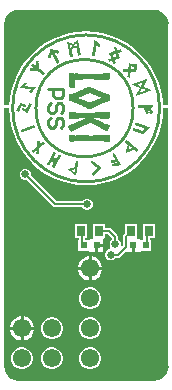
<source format=gtl>
G04*
G04 #@! TF.GenerationSoftware,Altium Limited,Altium Designer,23.0.1 (38)*
G04*
G04 Layer_Physical_Order=1*
G04 Layer_Color=255*
%FSLAX24Y24*%
%MOIN*%
G70*
G04*
G04 #@! TF.SameCoordinates,9BD69B8C-B535-481D-991D-221D870DF5CB*
G04*
G04*
G04 #@! TF.FilePolarity,Positive*
G04*
G01*
G75*
%ADD10C,0.0080*%
%ADD12C,0.0100*%
%ADD17R,0.0276X0.0354*%
%ADD18R,0.0236X0.0236*%
%ADD20C,0.0089*%
%ADD25C,0.0610*%
%ADD26C,0.0260*%
G36*
X5332Y12568D02*
X5450Y12519D01*
X5551Y12441D01*
X5629Y12340D01*
X5678Y12222D01*
X5693Y12105D01*
X5691Y12095D01*
Y9390D01*
X5503D01*
X5493Y9577D01*
X5445Y9861D01*
X5365Y10137D01*
X5255Y10403D01*
X5116Y10654D01*
X4950Y10889D01*
X4758Y11103D01*
X4544Y11295D01*
X4309Y11461D01*
X4057Y11600D01*
X3792Y11710D01*
X3516Y11790D01*
X3232Y11838D01*
X2945Y11854D01*
X2658Y11838D01*
X2374Y11790D01*
X2098Y11710D01*
X1832Y11600D01*
X1581Y11461D01*
X1346Y11295D01*
X1132Y11103D01*
X940Y10889D01*
X774Y10654D01*
X635Y10403D01*
X525Y10137D01*
X445Y9861D01*
X397Y9577D01*
X387Y9390D01*
X214D01*
Y12095D01*
X212Y12105D01*
X227Y12222D01*
X276Y12340D01*
X354Y12441D01*
X455Y12519D01*
X573Y12568D01*
X690Y12583D01*
X700Y12581D01*
X5206D01*
X5215Y12583D01*
X5332Y12568D01*
D02*
G37*
G36*
X2668Y11583D02*
X2670Y11581D01*
X2675Y11580D01*
X2677Y11580D01*
X2682Y11578D01*
X2685Y11573D01*
X2686Y11568D01*
X2685Y11564D01*
X2681Y11557D01*
X2682Y11554D01*
X2686Y11543D01*
X2685Y11539D01*
X2681Y11534D01*
X2682Y11529D01*
X2687Y11519D01*
X2690Y11512D01*
X2692Y11510D01*
X2695Y11502D01*
X2694Y11498D01*
X2691Y11493D01*
X2690Y11491D01*
X2692Y11483D01*
X2695Y11480D01*
X2699Y11469D01*
X2698Y11465D01*
X2695Y11460D01*
X2694Y11458D01*
X2708Y11431D01*
X2708Y11426D01*
X2707Y11424D01*
X2706Y11422D01*
X2705Y11422D01*
X2703Y11417D01*
X2704Y11413D01*
X2712Y11398D01*
X2715Y11390D01*
X2721Y11379D01*
X2720Y11373D01*
X2717Y11368D01*
X2716Y11366D01*
X2718Y11359D01*
X2721Y11356D01*
X2725Y11350D01*
X2725Y11346D01*
X2725Y11344D01*
X2724Y11340D01*
X2723Y11339D01*
X2720Y11334D01*
X2721Y11330D01*
X2727Y11319D01*
X2729Y11314D01*
X2732Y11311D01*
X2735Y11303D01*
X2733Y11298D01*
X2729Y11293D01*
X2731Y11287D01*
X2736Y11278D01*
X2739Y11270D01*
X2737Y11267D01*
X2736Y11265D01*
X2734Y11261D01*
X2735Y11256D01*
X2747Y11232D01*
X2747Y11228D01*
X2746Y11224D01*
X2743Y11219D01*
X2743Y11214D01*
X2752Y11199D01*
X2757Y11187D01*
X2755Y11183D01*
X2752Y11178D01*
X2751Y11176D01*
X2769Y11141D01*
X2770Y11136D01*
X2768Y11132D01*
X2765Y11127D01*
X2766Y11122D01*
X2770Y11116D01*
X2769Y11110D01*
X2765Y11104D01*
X2764Y11102D01*
X2767Y11095D01*
X2769Y11092D01*
X2779Y11071D01*
X2777Y11067D01*
X2771Y11064D01*
X2755Y11056D01*
X2753Y11054D01*
X2747Y11053D01*
X2744Y11053D01*
X2737Y11058D01*
X2731Y11056D01*
X2729Y11054D01*
X2723Y11053D01*
X2720Y11054D01*
X2714Y11057D01*
X2712Y11058D01*
X2705Y11056D01*
X2702Y11053D01*
X2690Y11048D01*
X2687Y11049D01*
X2683Y11055D01*
X2679Y11066D01*
X2675Y11073D01*
X2674Y11076D01*
X2670Y11082D01*
X2668Y11090D01*
X2669Y11095D01*
X2672Y11099D01*
X2671Y11107D01*
X2667Y11113D01*
X2664Y11117D01*
X2664Y11120D01*
X2663Y11124D01*
X2665Y11126D01*
X2668Y11130D01*
X2668Y11133D01*
X2668Y11136D01*
X2655Y11162D01*
X2655Y11166D01*
X2656Y11168D01*
X2659Y11174D01*
X2658Y11180D01*
X2651Y11192D01*
X2650Y11197D01*
X2651Y11199D01*
X2654Y11204D01*
X2655Y11208D01*
X2642Y11234D01*
X2642Y11239D01*
X2643Y11242D01*
X2644Y11244D01*
X2646Y11248D01*
X2644Y11255D01*
X2638Y11265D01*
X2637Y11270D01*
X2638Y11273D01*
X2642Y11278D01*
X2642Y11283D01*
X2638Y11285D01*
X2636Y11285D01*
X2630Y11286D01*
X2628Y11287D01*
X2624Y11296D01*
X2620Y11298D01*
X2617Y11299D01*
X2615Y11299D01*
X2609Y11301D01*
X2607Y11303D01*
X2604Y11304D01*
X2602Y11304D01*
X2596Y11306D01*
X2594Y11307D01*
X2590Y11309D01*
X2588Y11309D01*
X2581Y11311D01*
X2579Y11312D01*
X2577Y11313D01*
X2575Y11313D01*
X2567Y11316D01*
X2565Y11317D01*
X2563Y11318D01*
X2560Y11318D01*
X2554Y11320D01*
X2552Y11322D01*
X2550Y11322D01*
X2547Y11322D01*
X2545Y11323D01*
X2543Y11323D01*
X2541Y11325D01*
X2534Y11328D01*
X2514Y11317D01*
X2512Y11312D01*
X2512Y11306D01*
X2500Y11299D01*
X2498Y11294D01*
X2498Y11288D01*
X2494Y11284D01*
X2478Y11278D01*
X2475Y11271D01*
X2474Y11265D01*
X2462Y11258D01*
X2461Y11253D01*
X2466Y11240D01*
X2465Y11237D01*
X2461Y11231D01*
X2461Y11229D01*
X2475Y11202D01*
X2475Y11198D01*
X2474Y11196D01*
X2471Y11190D01*
X2470Y11188D01*
X2471Y11184D01*
X2478Y11172D01*
X2484Y11157D01*
X2483Y11155D01*
X2479Y11148D01*
X2480Y11140D01*
X2483Y11137D01*
X2488Y11130D01*
X2487Y11122D01*
X2484Y11117D01*
X2483Y11115D01*
X2484Y11110D01*
X2490Y11099D01*
X2492Y11095D01*
X2494Y11092D01*
X2497Y11083D01*
X2496Y11081D01*
X2492Y11075D01*
X2493Y11067D01*
X2497Y11060D01*
X2501Y11050D01*
X2500Y11048D01*
X2497Y11043D01*
X2496Y11039D01*
X2505Y11022D01*
X2505Y11018D01*
X2504Y11014D01*
X2473Y11000D01*
X2470Y11001D01*
X2465Y11004D01*
X2462Y11005D01*
X2444Y10996D01*
X2440Y10996D01*
X2438Y10997D01*
X2432Y11000D01*
X2430Y11001D01*
X2417Y10996D01*
X2414Y10997D01*
X2404Y11015D01*
X2404Y11020D01*
X2404Y11022D01*
X2406Y11024D01*
X2409Y11029D01*
X2408Y11033D01*
X2399Y11048D01*
X2400Y11054D01*
X2402Y11056D01*
X2405Y11062D01*
X2402Y11068D01*
X2390Y11092D01*
X2392Y11097D01*
X2395Y11102D01*
X2394Y11107D01*
X2386Y11123D01*
X2388Y11130D01*
X2391Y11135D01*
X2390Y11141D01*
X2383Y11153D01*
X2373Y11177D01*
X2373Y11179D01*
X2378Y11185D01*
X2377Y11190D01*
X2364Y11214D01*
X2364Y11218D01*
X2366Y11222D01*
X2367Y11224D01*
X2369Y11228D01*
X2368Y11232D01*
X2359Y11248D01*
X2360Y11253D01*
X2365Y11259D01*
X2364Y11263D01*
X2363Y11267D01*
X2361Y11269D01*
X2351Y11292D01*
X2352Y11295D01*
X2354Y11297D01*
X2356Y11301D01*
X2355Y11306D01*
X2347Y11322D01*
X2347Y11326D01*
X2348Y11328D01*
X2351Y11333D01*
X2351Y11339D01*
X2343Y11354D01*
X2333Y11375D01*
X2334Y11379D01*
X2338Y11384D01*
X2339Y11386D01*
X2329Y11404D01*
X2329Y11408D01*
X2330Y11412D01*
X2334Y11417D01*
X2333Y11422D01*
X2327Y11434D01*
X2326Y11437D01*
X2323Y11440D01*
X2320Y11449D01*
X2321Y11453D01*
X2325Y11458D01*
X2325Y11460D01*
X2323Y11466D01*
X2313Y11484D01*
X2312Y11485D01*
X2312Y11488D01*
X2312Y11494D01*
X2315Y11499D01*
X2317Y11502D01*
X2317Y11505D01*
X2318Y11510D01*
X2324Y11513D01*
X2329Y11514D01*
X2333Y11513D01*
X2335Y11511D01*
X2338Y11510D01*
X2340Y11510D01*
X2347Y11508D01*
X2349Y11506D01*
X2356Y11504D01*
X2358Y11504D01*
X2362Y11503D01*
X2369Y11491D01*
X2371Y11490D01*
X2375Y11491D01*
X2386Y11495D01*
X2389Y11495D01*
X2396Y11482D01*
X2401Y11481D01*
X2403Y11481D01*
X2408Y11479D01*
X2410Y11478D01*
X2414Y11476D01*
X2416Y11476D01*
X2423Y11474D01*
X2425Y11473D01*
X2428Y11471D01*
X2431Y11471D01*
X2436Y11470D01*
X2437Y11468D01*
X2441Y11467D01*
X2443Y11467D01*
X2450Y11465D01*
X2452Y11463D01*
X2455Y11462D01*
X2458Y11462D01*
X2464Y11460D01*
X2466Y11458D01*
X2470Y11457D01*
X2472Y11457D01*
X2477Y11455D01*
X2479Y11454D01*
X2483Y11452D01*
X2485Y11452D01*
X2492Y11450D01*
X2494Y11449D01*
X2497Y11448D01*
X2500Y11448D01*
X2505Y11446D01*
X2507Y11444D01*
X2512Y11443D01*
X2527Y11451D01*
X2540Y11456D01*
X2542Y11462D01*
X2543Y11468D01*
X2544Y11470D01*
X2556Y11477D01*
X2557Y11487D01*
X2560Y11490D01*
X2577Y11497D01*
X2579Y11501D01*
X2579Y11504D01*
X2581Y11511D01*
X2587Y11515D01*
X2610Y11525D01*
X2612Y11528D01*
X2612Y11530D01*
X2613Y11537D01*
X2616Y11540D01*
X2632Y11547D01*
X2635Y11551D01*
X2636Y11553D01*
X2635Y11559D01*
X2639Y11562D01*
X2649Y11568D01*
X2650Y11576D01*
X2650Y11578D01*
X2656Y11584D01*
X2662Y11585D01*
X2668Y11583D01*
D02*
G37*
G36*
X3944Y11341D02*
X3947Y11334D01*
X3950Y11324D01*
X3952Y11321D01*
X3971Y11267D01*
X3974Y11259D01*
X3973Y11254D01*
X3968Y11248D01*
X3969Y11244D01*
X3974Y11242D01*
X3980Y11241D01*
X3982Y11238D01*
X3984Y11231D01*
X3987Y11228D01*
X3991Y11228D01*
X3998Y11231D01*
X4002Y11231D01*
X4004Y11230D01*
X4008Y11226D01*
X4010Y11226D01*
X4014Y11226D01*
X4026Y11231D01*
X4103Y11258D01*
X4106Y11257D01*
X4110Y11251D01*
X4111Y11244D01*
X4130Y11193D01*
X4128Y11187D01*
X4125Y11183D01*
X4125Y11181D01*
X4122Y11174D01*
X4057Y11152D01*
X4053Y11154D01*
X4049Y11157D01*
X4045Y11157D01*
X4028Y11149D01*
X4025Y11145D01*
X4025Y11142D01*
X4023Y11138D01*
X4022Y11136D01*
X4020Y11133D01*
X4021Y11129D01*
X4028Y11112D01*
X4052Y11043D01*
X4056Y11034D01*
X4055Y11030D01*
X4050Y11024D01*
X4051Y11019D01*
X4055Y11017D01*
X4061Y11016D01*
X4063Y11015D01*
X4068Y11000D01*
X4070Y10996D01*
X4070Y10993D01*
X4076Y10981D01*
X4074Y10975D01*
X4071Y10970D01*
X4070Y10968D01*
X4069Y10963D01*
X4063Y10959D01*
X4059Y10958D01*
X3904Y10901D01*
X3902Y10898D01*
X3901Y10892D01*
X3897Y10887D01*
X3896Y10885D01*
X3898Y10879D01*
X3926Y10802D01*
X3924Y10797D01*
X3922Y10795D01*
X3920Y10791D01*
X3920Y10788D01*
X3918Y10785D01*
X3915Y10783D01*
X3903Y10779D01*
X3855Y10762D01*
X3852Y10762D01*
X3850Y10763D01*
X3848Y10767D01*
X3846Y10773D01*
X3842Y10776D01*
X3835Y10777D01*
X3833Y10781D01*
X3835Y10785D01*
X3838Y10790D01*
X3839Y10792D01*
X3833Y10807D01*
X3816Y10856D01*
X3814Y10859D01*
X3810Y10871D01*
X3806Y10875D01*
X3801Y10875D01*
X3784Y10868D01*
X3768Y10862D01*
X3759Y10859D01*
X3753Y10861D01*
X3748Y10865D01*
X3744Y10864D01*
X3741Y10864D01*
X3739Y10862D01*
X3708Y10852D01*
X3705Y10853D01*
X3678Y10929D01*
X3679Y10931D01*
X3685Y10934D01*
X3690Y10936D01*
X3698Y10939D01*
X3704Y10937D01*
X3708Y10934D01*
X3710Y10933D01*
X3716Y10935D01*
X3759Y10951D01*
X3762Y10951D01*
X3767Y10955D01*
X3769Y10964D01*
X3773Y10969D01*
X3773Y10973D01*
X3768Y10987D01*
X3722Y11115D01*
X3720Y11117D01*
X3718Y11124D01*
X3718Y11125D01*
X3720Y11129D01*
X3722Y11131D01*
X3724Y11135D01*
X3724Y11138D01*
X3726Y11142D01*
X3864Y11191D01*
X3870Y11187D01*
X3873Y11185D01*
X3880Y11187D01*
X3883Y11189D01*
X3885Y11193D01*
X3885Y11195D01*
X3888Y11201D01*
X3889Y11203D01*
X3891Y11206D01*
X3891Y11208D01*
X3894Y11214D01*
X3895Y11215D01*
X3897Y11219D01*
X3895Y11226D01*
X3893Y11228D01*
X3864Y11312D01*
X3865Y11314D01*
X3869Y11318D01*
X3870Y11321D01*
X3870Y11323D01*
X3872Y11328D01*
X3878Y11331D01*
X3882Y11331D01*
X3886Y11329D01*
X3888Y11328D01*
X3891Y11325D01*
X3895Y11326D01*
X3936Y11341D01*
X3940Y11341D01*
X3944Y11341D01*
D02*
G37*
G36*
X3244Y11559D02*
X3249Y11555D01*
X3257Y11554D01*
X3261Y11549D01*
X3266Y11533D01*
X3272Y11530D01*
X3274Y11530D01*
X3277Y11529D01*
X3279Y11528D01*
X3286Y11524D01*
X3288Y11524D01*
X3293Y11523D01*
X3295Y11520D01*
X3301Y11503D01*
X3308Y11500D01*
X3310Y11499D01*
X3315Y11497D01*
X3317Y11496D01*
X3322Y11494D01*
X3327Y11493D01*
X3330Y11490D01*
X3335Y11480D01*
X3338Y11479D01*
X3345Y11478D01*
X3348Y11474D01*
X3354Y11458D01*
X3359Y11454D01*
X3361Y11454D01*
X3364Y11454D01*
X3366Y11452D01*
X3373Y11449D01*
X3379Y11448D01*
X3383Y11444D01*
X3385Y11437D01*
X3388Y11434D01*
X3390Y11433D01*
X3396Y11433D01*
X3398Y11432D01*
X3404Y11419D01*
X3414Y11417D01*
X3417Y11414D01*
X3428Y11385D01*
X3427Y11383D01*
X3426Y11381D01*
X3423Y11375D01*
X3422Y11373D01*
X3421Y11367D01*
X3408Y11361D01*
X3407Y11359D01*
X3406Y11352D01*
X3406Y11350D01*
X3404Y11349D01*
X3401Y11342D01*
X3401Y11340D01*
X3400Y11336D01*
X3393Y11332D01*
X3390Y11332D01*
X3372Y11324D01*
X3368Y11324D01*
X3365Y11325D01*
X3364Y11327D01*
X3358Y11330D01*
X3352Y11331D01*
X3349Y11334D01*
X3347Y11341D01*
X3344Y11344D01*
X3341Y11345D01*
X3335Y11346D01*
X3333Y11347D01*
X3329Y11353D01*
X3327Y11360D01*
X3323Y11368D01*
X3320Y11369D01*
X3313Y11370D01*
X3307Y11375D01*
X3300Y11374D01*
X3298Y11372D01*
X3283Y11365D01*
X3282Y11363D01*
X3283Y11358D01*
X3287Y11352D01*
X3285Y11344D01*
X3281Y11339D01*
X3285Y11326D01*
X3283Y11322D01*
X3280Y11317D01*
X3279Y11315D01*
X3283Y11301D01*
X3279Y11295D01*
X3277Y11291D01*
X3277Y11288D01*
X3275Y11285D01*
X3274Y11283D01*
X3272Y11281D01*
X3273Y11276D01*
X3276Y11266D01*
X3274Y11262D01*
X3271Y11257D01*
X3269Y11250D01*
X3268Y11248D01*
X3265Y11242D01*
X3269Y11229D01*
X3268Y11227D01*
X3263Y11221D01*
X3264Y11216D01*
X3267Y11206D01*
X3265Y11203D01*
X3264Y11201D01*
X3261Y11194D01*
X3261Y11192D01*
X3259Y11189D01*
X3256Y11184D01*
X3260Y11170D01*
X3259Y11167D01*
X3257Y11166D01*
X3254Y11160D01*
X3254Y11158D01*
X3254Y11155D01*
X3252Y11153D01*
X3249Y11146D01*
X3253Y11133D01*
X3252Y11131D01*
X3247Y11125D01*
X3248Y11120D01*
X3251Y11110D01*
X3249Y11106D01*
X3246Y11102D01*
X3246Y11100D01*
X3244Y11094D01*
X3240Y11089D01*
X3239Y11087D01*
X3244Y11073D01*
X3243Y11071D01*
X3239Y11066D01*
X3238Y11064D01*
X3238Y11062D01*
X3236Y11055D01*
X3234Y11053D01*
X3233Y11050D01*
X3236Y11038D01*
X3234Y11033D01*
X3228Y11029D01*
X3224Y11029D01*
X3220Y11030D01*
X3215Y11033D01*
X3213Y11034D01*
X3210Y11034D01*
X3208Y11035D01*
X3206Y11035D01*
X3201Y11039D01*
X3199Y11040D01*
X3194Y11039D01*
X3191Y11037D01*
X3185Y11036D01*
X3183Y11036D01*
X3176Y11042D01*
X3163Y11037D01*
X3159Y11039D01*
X3154Y11043D01*
X3147Y11044D01*
X3145Y11045D01*
X3137Y11067D01*
X3138Y11071D01*
X3140Y11073D01*
X3142Y11075D01*
X3142Y11078D01*
X3144Y11085D01*
X3148Y11090D01*
X3144Y11102D01*
X3145Y11106D01*
X3146Y11108D01*
X3149Y11113D01*
X3149Y11116D01*
X3152Y11122D01*
X3154Y11124D01*
X3155Y11127D01*
X3154Y11132D01*
X3152Y11135D01*
X3151Y11141D01*
X3152Y11143D01*
X3157Y11149D01*
X3156Y11153D01*
X3153Y11164D01*
X3154Y11167D01*
X3158Y11172D01*
X3160Y11180D01*
X3163Y11185D01*
X3164Y11187D01*
X3160Y11200D01*
X3161Y11202D01*
X3164Y11207D01*
X3166Y11211D01*
X3166Y11213D01*
X3168Y11218D01*
X3170Y11220D01*
X3171Y11224D01*
X3170Y11228D01*
X3168Y11230D01*
X3167Y11236D01*
X3169Y11241D01*
X3173Y11246D01*
X3169Y11259D01*
X3170Y11262D01*
X3171Y11264D01*
X3174Y11269D01*
X3174Y11272D01*
X3177Y11278D01*
X3179Y11280D01*
X3180Y11283D01*
X3176Y11297D01*
X3180Y11303D01*
X3182Y11307D01*
X3182Y11310D01*
X3183Y11313D01*
X3185Y11315D01*
X3187Y11319D01*
X3186Y11324D01*
X3184Y11327D01*
X3183Y11332D01*
X3185Y11336D01*
X3188Y11341D01*
X3190Y11348D01*
X3191Y11350D01*
X3194Y11355D01*
X3194Y11360D01*
X3191Y11366D01*
X3191Y11370D01*
X3196Y11377D01*
X3195Y11381D01*
X3192Y11392D01*
X3194Y11395D01*
X3195Y11397D01*
X3198Y11403D01*
X3198Y11406D01*
X3199Y11409D01*
X3203Y11414D01*
X3202Y11420D01*
X3200Y11423D01*
X3199Y11428D01*
X3200Y11431D01*
X3202Y11432D01*
X3205Y11439D01*
X3205Y11442D01*
X3206Y11445D01*
X3210Y11450D01*
X3210Y11452D01*
X3210Y11456D01*
X3207Y11462D01*
X3207Y11466D01*
X3207Y11467D01*
X3208Y11468D01*
X3213Y11475D01*
X3208Y11488D01*
X3210Y11492D01*
X3213Y11497D01*
X3215Y11504D01*
X3216Y11506D01*
X3219Y11511D01*
X3218Y11517D01*
X3216Y11519D01*
X3215Y11525D01*
X3216Y11527D01*
X3221Y11533D01*
X3220Y11537D01*
X3217Y11549D01*
X3218Y11551D01*
X3224Y11555D01*
X3230Y11556D01*
X3238Y11560D01*
X3244Y11559D01*
D02*
G37*
G36*
X1776Y11274D02*
X1777Y11270D01*
X1780Y11268D01*
X1786Y11267D01*
X1789Y11268D01*
X1798Y11270D01*
X1804Y11267D01*
X1805Y11265D01*
X1810Y11259D01*
X1815Y11258D01*
X1832Y11260D01*
X1837Y11256D01*
X1841Y11251D01*
X1842Y11249D01*
X1849Y11249D01*
X1852Y11250D01*
X1877Y11249D01*
X1879Y11248D01*
X1883Y11241D01*
X1887Y11240D01*
X1905Y11241D01*
X1909Y11240D01*
X1911Y11238D01*
X1914Y11233D01*
X1916Y11231D01*
X1920Y11230D01*
X1934Y11232D01*
X1960Y11232D01*
X1963Y11229D01*
X1964Y11227D01*
X1967Y11223D01*
X1972Y11222D01*
X1975Y11221D01*
X1978Y11223D01*
X1988Y11224D01*
X1993Y11221D01*
X1995Y11219D01*
X1996Y11217D01*
X1999Y11213D01*
X2004Y11213D01*
X2017Y11214D01*
X2022Y11213D01*
X2025Y11214D01*
X2034Y11214D01*
X2037Y11212D01*
X2038Y11208D01*
X2038Y11175D01*
X2036Y11173D01*
X2031Y11170D01*
X2029Y11167D01*
X2030Y11146D01*
X2027Y11142D01*
X2021Y11138D01*
X2020Y11136D01*
X2019Y11122D01*
X2018Y11121D01*
X2013Y11119D01*
X1971Y11119D01*
X1968Y11122D01*
X1965Y11127D01*
X1963Y11128D01*
X1954Y11128D01*
X1949Y11128D01*
X1944Y11136D01*
X1939Y11138D01*
X1921Y11137D01*
X1902Y11137D01*
X1898Y11135D01*
X1895Y11132D01*
X1894Y11128D01*
X1895Y11119D01*
X1898Y11116D01*
X1904Y11113D01*
X1905Y11112D01*
X1907Y11098D01*
X1909Y11096D01*
X1914Y11093D01*
X1917Y11090D01*
X1918Y11088D01*
X1922Y11085D01*
X1924Y11084D01*
X1927Y11081D01*
X1928Y11077D01*
X1927Y11073D01*
X1929Y11068D01*
X1933Y11064D01*
X1938Y11061D01*
X1940Y11047D01*
X1942Y11045D01*
X1947Y11042D01*
X1949Y11040D01*
X1950Y11036D01*
X1950Y11029D01*
X1952Y11025D01*
X1960Y11021D01*
X1962Y11007D01*
X1965Y11003D01*
X1971Y11000D01*
X1972Y10999D01*
X1974Y10985D01*
X1976Y10983D01*
X1983Y10979D01*
X1984Y10974D01*
X1983Y10971D01*
X1984Y10965D01*
X1988Y10962D01*
X1994Y10959D01*
X1995Y10945D01*
X1998Y10942D01*
X2003Y10939D01*
X2005Y10938D01*
X2006Y10934D01*
X2005Y10927D01*
X2010Y10921D01*
X2013Y10920D01*
X2017Y10916D01*
X2018Y10914D01*
X2022Y10911D01*
X2024Y10910D01*
X2027Y10908D01*
X2028Y10904D01*
X2028Y10895D01*
X2028Y10894D01*
X2027Y10891D01*
X2029Y10883D01*
X2031Y10881D01*
X2038Y10878D01*
X2040Y10873D01*
X2039Y10868D01*
X2040Y10863D01*
X2043Y10860D01*
X2045Y10859D01*
X2048Y10858D01*
X2049Y10856D01*
X2051Y10853D01*
X2053Y10851D01*
X2055Y10849D01*
X2058Y10848D01*
X2062Y10844D01*
X2061Y10832D01*
X2059Y10830D01*
X2057Y10829D01*
X2052Y10825D01*
X2051Y10823D01*
X2049Y10819D01*
X2047Y10818D01*
X2042Y10814D01*
X2039Y10808D01*
X2037Y10807D01*
X2023Y10805D01*
X2022Y10803D01*
X2018Y10796D01*
X2014Y10795D01*
X2006Y10796D01*
X2000Y10791D01*
X1998Y10786D01*
X1992Y10783D01*
X1984Y10784D01*
X1981Y10787D01*
X1980Y10789D01*
X1976Y10794D01*
X1970Y10797D01*
X1969Y10798D01*
X1967Y10812D01*
X1965Y10814D01*
X1958Y10818D01*
X1957Y10824D01*
X1958Y10827D01*
X1956Y10832D01*
X1953Y10835D01*
X1947Y10838D01*
X1945Y10852D01*
X1943Y10855D01*
X1938Y10858D01*
X1935Y10860D01*
X1935Y10871D01*
X1932Y10874D01*
X1930Y10876D01*
X1928Y10877D01*
X1924Y10881D01*
X1923Y10883D01*
X1919Y10886D01*
X1914Y10889D01*
X1913Y10893D01*
X1913Y10911D01*
X1911Y10915D01*
X1908Y10916D01*
X1902Y10920D01*
X1901Y10927D01*
X1902Y10930D01*
X1901Y10934D01*
X1898Y10937D01*
X1896Y10938D01*
X1892Y10940D01*
X1891Y10943D01*
X1887Y10947D01*
X1881Y10950D01*
X1879Y10955D01*
X1880Y10962D01*
X1878Y10966D01*
X1876Y10968D01*
X1871Y10971D01*
X1869Y10972D01*
X1867Y10986D01*
X1858Y10991D01*
X1857Y10996D01*
X1856Y11007D01*
X1853Y11009D01*
X1850Y11010D01*
X1847Y11013D01*
X1846Y11017D01*
X1846Y11022D01*
X1845Y11027D01*
X1843Y11028D01*
X1836Y11032D01*
X1835Y11036D01*
X1834Y11047D01*
X1831Y11050D01*
X1825Y11053D01*
X1823Y11058D01*
X1824Y11075D01*
X1821Y11080D01*
X1813Y11082D01*
X1809Y11081D01*
X1798Y11081D01*
X1792Y11076D01*
X1791Y11074D01*
X1787Y11069D01*
X1784Y11068D01*
X1782Y11065D01*
X1781Y11060D01*
X1783Y11021D01*
X1780Y11018D01*
X1774Y11014D01*
X1773Y11009D01*
X1774Y11002D01*
X1772Y10998D01*
X1771Y10997D01*
X1765Y10994D01*
X1764Y10989D01*
X1763Y10977D01*
X1762Y10976D01*
X1757Y10974D01*
X1735Y10975D01*
X1730Y10983D01*
X1725Y10984D01*
X1698Y10983D01*
X1694Y10984D01*
X1691Y10987D01*
X1690Y10989D01*
X1685Y10994D01*
X1683Y10995D01*
X1680Y10997D01*
X1679Y10999D01*
X1677Y11002D01*
X1675Y11003D01*
X1670Y11007D01*
X1668Y11011D01*
X1669Y11020D01*
X1673Y11024D01*
X1678Y11027D01*
X1679Y11031D01*
X1679Y11042D01*
X1682Y11045D01*
X1687Y11048D01*
X1689Y11053D01*
X1687Y11070D01*
X1692Y11077D01*
X1697Y11080D01*
X1698Y11094D01*
X1701Y11098D01*
X1706Y11101D01*
X1708Y11103D01*
X1706Y11123D01*
X1708Y11127D01*
X1710Y11129D01*
X1716Y11133D01*
X1717Y11139D01*
X1716Y11142D01*
X1717Y11148D01*
X1720Y11150D01*
X1725Y11154D01*
X1726Y11156D01*
X1725Y11184D01*
X1726Y11189D01*
X1728Y11192D01*
X1735Y11196D01*
X1736Y11200D01*
X1734Y11208D01*
X1739Y11214D01*
X1744Y11218D01*
X1746Y11224D01*
X1744Y11238D01*
X1745Y11242D01*
X1749Y11246D01*
X1754Y11249D01*
X1755Y11253D01*
X1755Y11264D01*
X1757Y11266D01*
X1759Y11267D01*
X1763Y11271D01*
X1766Y11277D01*
X1771Y11278D01*
X1776Y11274D01*
D02*
G37*
G36*
X1357Y10858D02*
X1360Y10855D01*
X1360Y10847D01*
X1358Y10840D01*
X1357Y10821D01*
X1359Y10818D01*
X1364Y10814D01*
X1365Y10812D01*
X1359Y10761D01*
X1360Y10758D01*
X1362Y10755D01*
X1367Y10751D01*
X1368Y10746D01*
X1364Y10722D01*
X1363Y10708D01*
X1362Y10705D01*
X1362Y10696D01*
X1364Y10693D01*
X1366Y10691D01*
X1371Y10687D01*
X1370Y10680D01*
X1365Y10644D01*
X1370Y10639D01*
X1372Y10637D01*
X1375Y10633D01*
X1376Y10631D01*
X1378Y10628D01*
X1380Y10627D01*
X1383Y10623D01*
X1384Y10620D01*
X1387Y10616D01*
X1389Y10615D01*
X1393Y10611D01*
X1395Y10605D01*
X1399Y10604D01*
X1406Y10603D01*
X1409Y10601D01*
X1412Y10598D01*
X1414Y10593D01*
X1427Y10590D01*
X1430Y10588D01*
X1431Y10585D01*
X1434Y10580D01*
X1436Y10579D01*
X1440Y10573D01*
X1441Y10571D01*
X1443Y10568D01*
X1447Y10566D01*
X1452Y10567D01*
X1456Y10565D01*
X1459Y10561D01*
X1460Y10559D01*
X1463Y10555D01*
X1465Y10553D01*
X1468Y10550D01*
X1468Y10548D01*
X1471Y10544D01*
X1475Y10543D01*
X1482Y10542D01*
X1485Y10540D01*
X1487Y10538D01*
X1489Y10533D01*
X1491Y10531D01*
X1495Y10528D01*
X1496Y10525D01*
X1500Y10519D01*
X1514Y10516D01*
X1515Y10514D01*
X1518Y10507D01*
X1522Y10505D01*
X1530Y10505D01*
X1534Y10501D01*
X1535Y10499D01*
X1537Y10495D01*
X1539Y10493D01*
X1543Y10489D01*
X1546Y10483D01*
X1546Y10483D01*
X1547Y10483D01*
X1551Y10481D01*
X1558Y10481D01*
X1561Y10479D01*
X1562Y10477D01*
X1565Y10471D01*
X1567Y10468D01*
X1569Y10467D01*
X1572Y10464D01*
X1572Y10460D01*
X1570Y10452D01*
X1566Y10449D01*
X1564Y10448D01*
X1558Y10444D01*
X1557Y10442D01*
X1554Y10440D01*
X1552Y10439D01*
X1548Y10436D01*
X1546Y10434D01*
X1542Y10430D01*
X1537Y10428D01*
X1535Y10424D01*
X1536Y10416D01*
X1531Y10412D01*
X1529Y10411D01*
X1525Y10409D01*
X1524Y10407D01*
X1519Y10403D01*
X1517Y10402D01*
X1513Y10400D01*
X1512Y10398D01*
X1507Y10393D01*
X1500Y10393D01*
X1496Y10395D01*
X1491Y10400D01*
X1491Y10402D01*
X1488Y10405D01*
X1486Y10407D01*
X1482Y10412D01*
X1481Y10414D01*
X1479Y10417D01*
X1477Y10419D01*
X1474Y10423D01*
X1473Y10425D01*
X1469Y10429D01*
X1456Y10432D01*
X1451Y10441D01*
X1438Y10444D01*
X1435Y10447D01*
X1433Y10453D01*
X1427Y10458D01*
X1426Y10460D01*
X1423Y10465D01*
X1419Y10467D01*
X1411Y10467D01*
X1408Y10470D01*
X1405Y10476D01*
X1403Y10479D01*
X1401Y10480D01*
X1398Y10484D01*
X1397Y10487D01*
X1396Y10489D01*
X1391Y10491D01*
X1381Y10493D01*
X1379Y10496D01*
X1378Y10499D01*
X1377Y10501D01*
X1374Y10503D01*
X1370Y10507D01*
X1369Y10509D01*
X1366Y10515D01*
X1352Y10517D01*
X1351Y10519D01*
X1349Y10525D01*
X1347Y10527D01*
X1343Y10528D01*
X1339Y10528D01*
X1334Y10529D01*
X1331Y10534D01*
X1330Y10536D01*
X1327Y10540D01*
X1325Y10541D01*
X1323Y10544D01*
X1322Y10547D01*
X1318Y10552D01*
X1316Y10553D01*
X1312Y10558D01*
X1312Y10560D01*
X1309Y10563D01*
X1305Y10564D01*
X1298Y10564D01*
X1293Y10561D01*
X1292Y10559D01*
X1290Y10556D01*
X1285Y10555D01*
X1267Y10558D01*
X1262Y10556D01*
X1261Y10554D01*
X1256Y10549D01*
X1236Y10552D01*
X1232Y10551D01*
X1229Y10548D01*
X1225Y10543D01*
X1220Y10542D01*
X1204Y10545D01*
X1201Y10545D01*
X1172Y10549D01*
X1168Y10547D01*
X1163Y10541D01*
X1161Y10540D01*
X1147Y10540D01*
X1146Y10539D01*
X1141Y10533D01*
X1137Y10532D01*
X1108Y10536D01*
X1104Y10534D01*
X1102Y10532D01*
X1099Y10528D01*
X1094Y10526D01*
X1085Y10529D01*
X1082Y10532D01*
X1082Y10537D01*
X1083Y10543D01*
X1079Y10550D01*
X1076Y10551D01*
X1074Y10554D01*
X1074Y10568D01*
X1073Y10570D01*
X1068Y10574D01*
X1066Y10577D01*
X1072Y10621D01*
X1079Y10624D01*
X1083Y10627D01*
X1086Y10631D01*
X1090Y10632D01*
X1119Y10628D01*
X1123Y10630D01*
X1124Y10632D01*
X1128Y10636D01*
X1134Y10637D01*
X1148Y10635D01*
X1174Y10633D01*
X1176Y10634D01*
X1179Y10639D01*
X1182Y10641D01*
X1185Y10642D01*
X1189Y10645D01*
X1191Y10653D01*
X1188Y10658D01*
X1186Y10661D01*
X1184Y10663D01*
X1181Y10667D01*
X1179Y10672D01*
X1175Y10674D01*
X1164Y10676D01*
X1163Y10678D01*
X1162Y10680D01*
X1159Y10685D01*
X1157Y10687D01*
X1154Y10689D01*
X1153Y10691D01*
X1149Y10697D01*
X1136Y10700D01*
X1132Y10707D01*
X1130Y10709D01*
X1128Y10711D01*
X1125Y10715D01*
X1124Y10717D01*
X1120Y10723D01*
X1118Y10724D01*
X1116Y10727D01*
X1115Y10734D01*
X1120Y10741D01*
X1126Y10743D01*
X1128Y10745D01*
X1129Y10747D01*
X1132Y10750D01*
X1138Y10753D01*
X1139Y10754D01*
X1142Y10768D01*
X1144Y10769D01*
X1150Y10772D01*
X1153Y10774D01*
X1154Y10776D01*
X1158Y10780D01*
X1163Y10782D01*
X1165Y10786D01*
X1165Y10797D01*
X1167Y10798D01*
X1171Y10799D01*
X1175Y10796D01*
X1176Y10794D01*
X1180Y10787D01*
X1193Y10784D01*
X1198Y10775D01*
X1212Y10772D01*
X1214Y10769D01*
X1216Y10763D01*
X1222Y10757D01*
X1224Y10755D01*
X1225Y10752D01*
X1226Y10751D01*
X1228Y10749D01*
X1231Y10747D01*
X1231Y10745D01*
X1236Y10739D01*
X1248Y10736D01*
X1250Y10734D01*
X1252Y10728D01*
X1255Y10725D01*
X1259Y10726D01*
X1262Y10728D01*
X1265Y10762D01*
X1269Y10791D01*
X1268Y10795D01*
X1262Y10800D01*
X1260Y10802D01*
X1260Y10810D01*
X1261Y10813D01*
X1266Y10852D01*
X1267Y10856D01*
X1271Y10859D01*
X1280Y10859D01*
X1283Y10857D01*
X1295Y10857D01*
X1298Y10859D01*
X1299Y10861D01*
X1302Y10865D01*
X1306Y10865D01*
X1357Y10858D01*
D02*
G37*
G36*
X4409Y10791D02*
X4411Y10789D01*
X4415Y10786D01*
X4417Y10786D01*
X4420Y10784D01*
X4421Y10782D01*
X4424Y10779D01*
X4429Y10779D01*
X4445Y10783D01*
X4449Y10782D01*
X4450Y10780D01*
X4454Y10776D01*
X4459Y10775D01*
X4475Y10780D01*
X4479Y10778D01*
X4481Y10776D01*
X4486Y10772D01*
X4499Y10774D01*
X4505Y10767D01*
X4510Y10767D01*
X4522Y10770D01*
X4525Y10770D01*
X4528Y10772D01*
X4537Y10772D01*
X4541Y10770D01*
X4545Y10766D01*
X4558Y10767D01*
X4560Y10766D01*
X4564Y10761D01*
X4567Y10760D01*
X4586Y10764D01*
X4590Y10762D01*
X4594Y10758D01*
X4596Y10757D01*
X4603Y10757D01*
X4610Y10759D01*
X4618Y10760D01*
X4621Y10758D01*
X4622Y10757D01*
X4625Y10754D01*
X4631Y10752D01*
X4633Y10751D01*
X4634Y10747D01*
X4637Y10731D01*
X4639Y10727D01*
X4639Y10720D01*
X4636Y10716D01*
X4632Y10712D01*
X4632Y10707D01*
X4636Y10691D01*
X4634Y10687D01*
X4629Y10683D01*
X4629Y10678D01*
X4634Y10654D01*
X4634Y10650D01*
X4632Y10647D01*
X4627Y10643D01*
X4627Y10638D01*
X4631Y10623D01*
X4630Y10618D01*
X4624Y10613D01*
X4624Y10609D01*
X4624Y10606D01*
X4625Y10603D01*
X4631Y10571D01*
X4629Y10568D01*
X4625Y10564D01*
X4624Y10560D01*
X4630Y10535D01*
X4629Y10531D01*
X4628Y10529D01*
X4624Y10525D01*
X4623Y10524D01*
X4624Y10512D01*
X4622Y10508D01*
X4621Y10507D01*
X4618Y10504D01*
X4617Y10502D01*
X4615Y10497D01*
X4611Y10495D01*
X4603Y10494D01*
X4600Y10496D01*
X4599Y10498D01*
X4594Y10502D01*
X4586Y10501D01*
X4584Y10499D01*
X4572Y10498D01*
X4565Y10505D01*
X4561Y10505D01*
X4535Y10499D01*
X4532Y10501D01*
X4530Y10502D01*
X4526Y10506D01*
X4520Y10506D01*
X4508Y10503D01*
X4494Y10501D01*
X4491Y10503D01*
X4487Y10507D01*
X4485Y10508D01*
X4458Y10502D01*
X4454Y10502D01*
X4451Y10504D01*
X4447Y10509D01*
X4442Y10509D01*
X4434Y10506D01*
X4432Y10504D01*
X4432Y10500D01*
X4433Y10490D01*
X4432Y10487D01*
X4427Y10484D01*
X4427Y10479D01*
X4430Y10464D01*
X4430Y10460D01*
X4428Y10457D01*
X4426Y10456D01*
X4423Y10453D01*
X4423Y10449D01*
X4428Y10432D01*
X4426Y10428D01*
X4420Y10424D01*
X4420Y10419D01*
X4421Y10409D01*
X4419Y10406D01*
X4415Y10403D01*
X4414Y10398D01*
X4418Y10382D01*
X4417Y10378D01*
X4415Y10376D01*
X4411Y10372D01*
X4411Y10367D01*
X4414Y10357D01*
X4417Y10340D01*
X4415Y10337D01*
X4413Y10336D01*
X4411Y10334D01*
X4410Y10332D01*
X4409Y10329D01*
X4408Y10327D01*
X4402Y10321D01*
X4402Y10319D01*
X4399Y10314D01*
X4393Y10311D01*
X4387Y10312D01*
X4384Y10314D01*
X4380Y10318D01*
X4376Y10319D01*
X4366Y10318D01*
X4364Y10319D01*
X4360Y10323D01*
X4358Y10324D01*
X4354Y10324D01*
X4339Y10320D01*
X4334Y10323D01*
X4332Y10324D01*
X4329Y10327D01*
X4324Y10329D01*
X4322Y10330D01*
X4319Y10337D01*
X4320Y10340D01*
X4317Y10349D01*
X4319Y10354D01*
X4324Y10359D01*
X4325Y10360D01*
X4325Y10365D01*
X4321Y10380D01*
X4323Y10385D01*
X4327Y10389D01*
X4328Y10391D01*
X4327Y10404D01*
X4328Y10405D01*
X4333Y10409D01*
X4334Y10414D01*
X4331Y10426D01*
X4330Y10431D01*
X4328Y10434D01*
X4328Y10442D01*
X4330Y10446D01*
X4335Y10450D01*
X4333Y10462D01*
X4335Y10466D01*
X4340Y10470D01*
X4341Y10472D01*
X4339Y10485D01*
X4340Y10486D01*
X4344Y10490D01*
X4346Y10492D01*
X4346Y10496D01*
X4343Y10503D01*
X4338Y10506D01*
X4336Y10507D01*
X4333Y10509D01*
X4331Y10510D01*
X4328Y10513D01*
X4321Y10513D01*
X4315Y10510D01*
X4297Y10508D01*
X4294Y10510D01*
X4290Y10514D01*
X4288Y10515D01*
X4262Y10509D01*
X4257Y10509D01*
X4255Y10511D01*
X4251Y10515D01*
X4249Y10516D01*
X4245Y10516D01*
X4230Y10512D01*
X4225Y10514D01*
X4221Y10519D01*
X4219Y10520D01*
X4212Y10519D01*
X4209Y10518D01*
X4179Y10512D01*
X4175Y10515D01*
X4173Y10517D01*
X4169Y10519D01*
X4167Y10520D01*
X4164Y10522D01*
X4162Y10525D01*
X4160Y10541D01*
X4158Y10544D01*
X4158Y10552D01*
X4160Y10556D01*
X4165Y10560D01*
X4165Y10564D01*
X4165Y10568D01*
X4163Y10570D01*
X4159Y10592D01*
X4161Y10595D01*
X4166Y10599D01*
X4168Y10605D01*
X4169Y10607D01*
X4175Y10609D01*
X4178Y10609D01*
X4187Y10611D01*
X4192Y10610D01*
X4198Y10604D01*
X4202Y10604D01*
X4219Y10608D01*
X4223Y10606D01*
X4227Y10601D01*
X4235Y10601D01*
X4238Y10602D01*
X4260Y10606D01*
X4264Y10603D01*
X4267Y10599D01*
X4271Y10599D01*
X4297Y10605D01*
X4301Y10603D01*
X4303Y10602D01*
X4307Y10598D01*
X4312Y10598D01*
X4325Y10601D01*
X4329Y10601D01*
X4331Y10600D01*
X4336Y10594D01*
X4340Y10594D01*
X4341Y10596D01*
X4343Y10599D01*
X4345Y10604D01*
X4348Y10606D01*
X4358Y10609D01*
X4359Y10611D01*
X4359Y10615D01*
X4355Y10631D01*
X4356Y10635D01*
X4362Y10640D01*
X4363Y10645D01*
X4358Y10662D01*
X4360Y10666D01*
X4366Y10670D01*
X4366Y10675D01*
X4365Y10685D01*
X4371Y10692D01*
X4371Y10696D01*
X4368Y10708D01*
X4368Y10713D01*
X4366Y10715D01*
X4366Y10723D01*
X4368Y10727D01*
X4373Y10731D01*
X4371Y10744D01*
X4372Y10747D01*
X4377Y10751D01*
X4379Y10754D01*
X4372Y10781D01*
X4373Y10785D01*
X4374Y10787D01*
X4378Y10789D01*
X4394Y10791D01*
X4397Y10793D01*
X4405Y10793D01*
X4409Y10791D01*
D02*
G37*
G36*
X2391Y10466D02*
X2393Y10466D01*
X2395Y10463D01*
X2396Y10461D01*
X2399Y10458D01*
X2405Y10458D01*
X2409Y10460D01*
X2410Y10461D01*
X2414Y10466D01*
X2416Y10466D01*
X2485D01*
X2518Y10466D01*
X2520Y10464D01*
X2521Y10462D01*
X2523Y10459D01*
X2525Y10458D01*
X2528Y10456D01*
X2528Y10455D01*
X2531Y10451D01*
X2534Y10450D01*
X2550Y10451D01*
X2563Y10450D01*
X2567Y10454D01*
X2570Y10458D01*
X2575Y10459D01*
X2579Y10458D01*
X2665Y10459D01*
X2667Y10458D01*
X2669Y10456D01*
X2671Y10452D01*
X2672Y10451D01*
X2676Y10450D01*
X2691Y10451D01*
X3511Y10451D01*
X3514Y10453D01*
X3516Y10457D01*
X3518Y10458D01*
X3523Y10459D01*
X3526Y10458D01*
X3622Y10459D01*
X3623Y10460D01*
X3626Y10464D01*
X3628Y10466D01*
X3716Y10466D01*
X3717Y10464D01*
X3718Y10463D01*
X3722Y10458D01*
X3725Y10456D01*
X3726Y10453D01*
X3726Y10354D01*
X3727Y10351D01*
X3729Y10349D01*
X3733Y10347D01*
X3734Y10343D01*
X3733Y10330D01*
X3737Y10325D01*
X3741Y10323D01*
X3742Y10318D01*
X3741Y10315D01*
X3742Y10292D01*
X3741Y10289D01*
X3739Y10287D01*
X3735Y10285D01*
X3734Y10283D01*
X3733Y10280D01*
X3734Y10275D01*
X3732Y10272D01*
X3728Y10269D01*
X3726Y10267D01*
X3725Y10266D01*
X3722Y10263D01*
X3721Y10262D01*
X3718Y10259D01*
X3717Y10257D01*
X3715Y10255D01*
X3713Y10255D01*
X3710Y10251D01*
X3709Y10249D01*
X3707Y10247D01*
X3705Y10246D01*
X3702Y10244D01*
X3702Y10242D01*
X3699Y10239D01*
X3697Y10238D01*
X3694Y10235D01*
X3693Y10234D01*
X3691Y10232D01*
X3688Y10231D01*
X3677Y10232D01*
X3534Y10231D01*
X3532Y10233D01*
X3530Y10235D01*
X3528Y10239D01*
X3523Y10240D01*
X3513Y10239D01*
X3415Y10240D01*
X3414Y10241D01*
X3411Y10246D01*
X3408Y10247D01*
X3223Y10247D01*
X3220Y10248D01*
X3218Y10249D01*
X3216Y10253D01*
X3214Y10255D01*
X3211Y10255D01*
X3196Y10255D01*
X3018Y10255D01*
X3011Y10255D01*
X3007Y10257D01*
X3004Y10262D01*
X3001Y10263D01*
X2993Y10263D01*
X2991Y10266D01*
X2990Y10267D01*
X2988Y10270D01*
X2981Y10272D01*
X2976Y10269D01*
X2975Y10267D01*
X2972Y10263D01*
X2971Y10263D01*
X2967Y10260D01*
X2965Y10256D01*
X2961Y10255D01*
X2949Y10255D01*
X2946Y10255D01*
X2830Y10255D01*
X2827Y10253D01*
X2826Y10252D01*
X2824Y10248D01*
X2818Y10246D01*
X2815Y10247D01*
X2640Y10246D01*
X2638Y10244D01*
X2636Y10240D01*
X2632Y10239D01*
X2572Y10239D01*
X2570Y10238D01*
X2568Y10237D01*
X2566Y10233D01*
X2565Y10232D01*
X2561Y10229D01*
X2559Y10226D01*
X2560Y10210D01*
X2560Y10142D01*
X2561Y10139D01*
X2567Y10136D01*
X2568Y10130D01*
X2567Y10124D01*
X2568Y10109D01*
X2571Y10106D01*
X2575Y10104D01*
X2576Y10101D01*
X2575Y10064D01*
X2579Y10060D01*
X2580Y10059D01*
X2583Y10057D01*
X2584Y10051D01*
X2583Y10043D01*
X2583Y9993D01*
X2581Y9990D01*
X2576Y9987D01*
X2573Y9981D01*
X2570Y9981D01*
X2564Y9981D01*
X2560Y9979D01*
X2558Y9974D01*
X2557Y9973D01*
X2551Y9973D01*
X2490Y9973D01*
X2488Y9972D01*
X2486Y9973D01*
X2484Y9974D01*
X2482Y9976D01*
X2479Y9980D01*
X2476Y9981D01*
X2464Y9981D01*
X2461Y9981D01*
X2400Y9981D01*
X2395Y9984D01*
X2395Y9986D01*
X2391Y9990D01*
X2389Y9990D01*
X2388Y9992D01*
X2387Y9993D01*
X2384Y9997D01*
X2382Y9998D01*
X2380Y10000D01*
X2379Y10001D01*
X2376Y10005D01*
X2374Y10006D01*
X2373Y10007D01*
X2372Y10009D01*
X2368Y10012D01*
X2367Y10013D01*
X2365Y10015D01*
X2364Y10017D01*
X2360Y10021D01*
X2358Y10021D01*
X2356Y10023D01*
X2356Y10027D01*
X2356Y10030D01*
X2356Y10038D01*
X2357Y10041D01*
X2359Y10043D01*
X2363Y10046D01*
X2365Y10049D01*
X2364Y10062D01*
X2365Y10064D01*
X2364Y10275D01*
X2365Y10276D01*
X2366Y10277D01*
X2371Y10280D01*
X2373Y10286D01*
X2372Y10292D01*
X2372Y10312D01*
X2371Y10315D01*
X2369Y10317D01*
X2365Y10320D01*
X2364Y10323D01*
X2365Y10341D01*
X2364Y10447D01*
X2366Y10449D01*
X2367Y10450D01*
X2372Y10454D01*
X2373Y10455D01*
X2376Y10458D01*
X2377Y10459D01*
X2380Y10462D01*
X2381Y10464D01*
X2384Y10466D01*
X2389Y10467D01*
X2391Y10466D01*
D02*
G37*
G36*
X4975Y10276D02*
X4977Y10274D01*
X4981Y10271D01*
X4986Y10269D01*
X4988Y10263D01*
X4986Y10261D01*
X4984Y10260D01*
X4980Y10255D01*
X4975Y10248D01*
X4973Y10247D01*
X4972Y10245D01*
X4971Y10243D01*
X4969Y10239D01*
X4965Y10235D01*
X4963Y10234D01*
X4963Y10230D01*
X4965Y10223D01*
X4963Y10219D01*
X4957Y10214D01*
X4957Y10210D01*
X4957Y10200D01*
X4955Y10197D01*
X4951Y10194D01*
X4951Y10192D01*
X4949Y10189D01*
X4948Y10187D01*
X4945Y10184D01*
X4943Y10182D01*
X4942Y10180D01*
X4939Y10175D01*
X4937Y10174D01*
X4935Y10172D01*
X4935Y10170D01*
X4933Y10167D01*
X4932Y10165D01*
X4927Y10160D01*
X4925Y10156D01*
X4927Y10153D01*
X4927Y10146D01*
X4926Y10144D01*
X4924Y10143D01*
X4919Y10137D01*
X4918Y10135D01*
X4915Y10131D01*
X4914Y10130D01*
X4911Y10127D01*
X4911Y10123D01*
X4913Y10119D01*
X4912Y10115D01*
X4909Y10111D01*
X4908Y10109D01*
X4904Y10104D01*
X4903Y10102D01*
X4902Y10100D01*
X4900Y10099D01*
X4896Y10094D01*
X4896Y10091D01*
X4893Y10089D01*
X4889Y10085D01*
X4890Y10073D01*
X4887Y10068D01*
X4883Y10064D01*
X4881Y10060D01*
X4877Y10055D01*
X4875Y10054D01*
X4874Y10052D01*
X4873Y10050D01*
X4872Y10047D01*
X4870Y10046D01*
X4866Y10040D01*
X4866Y10028D01*
X4865Y10027D01*
X4859Y10022D01*
X4859Y10018D01*
X4862Y10015D01*
X4867Y10012D01*
X4877Y10006D01*
X4879Y10005D01*
X4881Y10004D01*
X4884Y9999D01*
X4889Y9998D01*
X4896Y10000D01*
X4899Y9999D01*
X4901Y9998D01*
X4905Y9993D01*
X4907Y9992D01*
X4919Y9993D01*
X4923Y9990D01*
X4924Y9988D01*
X4928Y9985D01*
X4930Y9984D01*
X4933Y9982D01*
X4935Y9980D01*
X4938Y9977D01*
X4944Y9977D01*
X4947Y9979D01*
X4951Y9978D01*
X4954Y9976D01*
X4955Y9974D01*
X4958Y9971D01*
X4960Y9971D01*
X4965Y9968D01*
X4969Y9963D01*
X4974Y9963D01*
X4980Y9964D01*
X4984Y9963D01*
X4986Y9962D01*
X4990Y9956D01*
X5004Y9957D01*
X5007Y9955D01*
X5008Y9953D01*
X5010Y9951D01*
X5012Y9950D01*
X5018Y9946D01*
X5022Y9942D01*
X5027Y9941D01*
X5034Y9943D01*
X5039Y9940D01*
X5042Y9936D01*
X5044Y9935D01*
X5057Y9936D01*
X5062Y9930D01*
X5066Y9928D01*
X5068Y9927D01*
X5071Y9925D01*
X5072Y9923D01*
X5075Y9920D01*
X5088Y9921D01*
X5091Y9919D01*
X5095Y9914D01*
X5097Y9913D01*
X5110Y9914D01*
X5115Y9909D01*
X5122Y9906D01*
X5124Y9903D01*
X5123Y9899D01*
X5122Y9898D01*
X5117Y9894D01*
X5115Y9891D01*
X5115Y9889D01*
X5113Y9887D01*
X5110Y9885D01*
X5084Y9882D01*
X5081Y9880D01*
X5079Y9878D01*
X5077Y9873D01*
X5076Y9871D01*
X5072Y9869D01*
X5059Y9868D01*
X5035Y9863D01*
X5033Y9860D01*
X5031Y9855D01*
X5026Y9853D01*
X4972Y9845D01*
X4968Y9843D01*
X4967Y9841D01*
X4965Y9835D01*
X4964Y9834D01*
X4960Y9832D01*
X4948Y9831D01*
X4944Y9829D01*
X4941Y9830D01*
X4932Y9827D01*
X4930Y9826D01*
X4928Y9819D01*
X4921Y9816D01*
X4917Y9816D01*
X4875Y9808D01*
X4874Y9806D01*
X4871Y9799D01*
X4868Y9798D01*
X4841Y9794D01*
X4838Y9791D01*
X4837Y9789D01*
X4834Y9784D01*
X4829Y9781D01*
X4819Y9781D01*
X4792Y9776D01*
X4791Y9774D01*
X4790Y9772D01*
X4786Y9765D01*
X4740Y9759D01*
X4736Y9757D01*
X4734Y9755D01*
X4732Y9749D01*
X4731Y9747D01*
X4727Y9746D01*
X4708Y9744D01*
X4705Y9742D01*
X4695Y9742D01*
X4690Y9740D01*
X4688Y9737D01*
X4687Y9735D01*
X4684Y9730D01*
X4678Y9728D01*
X4644Y9723D01*
X4641Y9720D01*
X4638Y9713D01*
X4635Y9712D01*
X4620Y9710D01*
X4609Y9707D01*
X4604Y9709D01*
X4601Y9714D01*
X4601Y9722D01*
X4604Y9726D01*
X4605Y9727D01*
X4608Y9732D01*
X4609Y9734D01*
X4612Y9738D01*
X4614Y9739D01*
X4617Y9743D01*
X4617Y9745D01*
X4620Y9749D01*
X4622Y9751D01*
X4624Y9754D01*
X4625Y9756D01*
X4628Y9760D01*
X4630Y9761D01*
X4633Y9765D01*
X4633Y9767D01*
X4636Y9771D01*
X4638Y9773D01*
X4641Y9775D01*
X4641Y9779D01*
X4640Y9789D01*
X4642Y9792D01*
X4644Y9793D01*
X4647Y9795D01*
X4647Y9797D01*
X4650Y9802D01*
X4652Y9804D01*
X4656Y9808D01*
X4655Y9821D01*
X4656Y9823D01*
X4661Y9827D01*
X4662Y9828D01*
X4663Y9831D01*
X4666Y9836D01*
X4668Y9837D01*
X4670Y9840D01*
X4669Y9852D01*
X4672Y9856D01*
X4674Y9858D01*
X4677Y9862D01*
X4678Y9864D01*
X4680Y9867D01*
X4682Y9868D01*
X4685Y9872D01*
X4685Y9874D01*
X4688Y9878D01*
X4692Y9882D01*
X4693Y9886D01*
X4692Y9896D01*
X4694Y9898D01*
X4695Y9899D01*
X4699Y9903D01*
X4700Y9905D01*
X4701Y9908D01*
X4703Y9909D01*
X4705Y9912D01*
X4706Y9913D01*
X4710Y9920D01*
X4711Y9921D01*
X4715Y9925D01*
X4716Y9927D01*
X4718Y9931D01*
X4720Y9933D01*
X4724Y9937D01*
X4723Y9950D01*
X4724Y9952D01*
X4726Y9953D01*
X4731Y9958D01*
X4730Y9960D01*
X4731Y9961D01*
X4730Y9967D01*
X4726Y9972D01*
X4724Y9972D01*
X4719Y9975D01*
X4717Y9977D01*
X4716Y9979D01*
X4713Y9980D01*
X4711Y9982D01*
X4709Y9982D01*
X4704Y9988D01*
X4699Y9989D01*
X4692Y9987D01*
X4687Y9990D01*
X4683Y9995D01*
X4679Y9995D01*
X4669Y9994D01*
X4666Y9997D01*
X4665Y9998D01*
X4659Y10002D01*
X4657Y10003D01*
X4654Y10005D01*
X4651Y10009D01*
X4646Y10010D01*
X4643Y10009D01*
X4637Y10009D01*
X4634Y10011D01*
X4630Y10015D01*
X4628Y10017D01*
X4615Y10016D01*
X4610Y10021D01*
X4607Y10024D01*
X4605Y10024D01*
X4602Y10026D01*
X4600Y10028D01*
X4598Y10031D01*
X4594Y10031D01*
X4584Y10030D01*
X4581Y10032D01*
X4577Y10037D01*
X4576Y10038D01*
X4563Y10037D01*
X4558Y10043D01*
X4555Y10044D01*
X4553Y10045D01*
X4549Y10048D01*
X4548Y10050D01*
X4544Y10053D01*
X4531Y10052D01*
X4529Y10054D01*
X4527Y10056D01*
X4522Y10059D01*
X4520Y10060D01*
X4517Y10062D01*
X4513Y10067D01*
X4500Y10066D01*
X4496Y10068D01*
X4493Y10073D01*
X4491Y10074D01*
X4478Y10073D01*
X4476Y10074D01*
X4474Y10081D01*
X4474Y10087D01*
X4476Y10090D01*
X4481Y10094D01*
X4484Y10101D01*
X4488Y10103D01*
X4502Y10105D01*
X4524Y10109D01*
X4528Y10109D01*
X4535Y10111D01*
X4538Y10114D01*
X4540Y10119D01*
X4541Y10121D01*
X4548Y10123D01*
X4551Y10123D01*
X4582Y10129D01*
X4584Y10131D01*
X4585Y10134D01*
X4587Y10138D01*
X4591Y10139D01*
X4635Y10146D01*
X4638Y10148D01*
X4641Y10151D01*
X4643Y10156D01*
X4648Y10159D01*
X4661Y10160D01*
X4675Y10163D01*
X4677Y10166D01*
X4679Y10171D01*
X4681Y10173D01*
X4727Y10180D01*
X4731Y10182D01*
X4734Y10185D01*
X4736Y10190D01*
X4740Y10193D01*
X4752Y10194D01*
X4757Y10195D01*
X4760Y10195D01*
X4768Y10197D01*
X4770Y10200D01*
X4773Y10206D01*
X4774Y10207D01*
X4781Y10209D01*
X4784Y10209D01*
X4825Y10216D01*
X4826Y10218D01*
X4827Y10220D01*
X4830Y10227D01*
X4868Y10232D01*
X4871Y10234D01*
X4874Y10237D01*
X4876Y10242D01*
X4881Y10245D01*
X4897Y10246D01*
X4905Y10248D01*
X4916Y10249D01*
X4919Y10252D01*
X4922Y10258D01*
X4924Y10261D01*
X4950Y10264D01*
X4954Y10266D01*
X4956Y10267D01*
X4957Y10270D01*
X4960Y10276D01*
X4963Y10277D01*
X4972Y10278D01*
X4975Y10276D01*
D02*
G37*
G36*
X3113Y9996D02*
X3117Y9991D01*
X3119Y9989D01*
X3121Y9988D01*
X3124Y9985D01*
X3124Y9983D01*
X3126Y9981D01*
X3130Y9981D01*
X3133Y9981D01*
X3136Y9981D01*
X3139Y9978D01*
X3141Y9974D01*
X3145Y9973D01*
X3148Y9972D01*
X3150Y9973D01*
X3156Y9974D01*
X3159Y9973D01*
X3163Y9970D01*
X3163Y9968D01*
X3166Y9965D01*
X3168Y9964D01*
X3170Y9962D01*
X3171Y9961D01*
X3172Y9959D01*
X3176Y9957D01*
X3189Y9958D01*
X3193Y9956D01*
X3196Y9950D01*
X3199Y9950D01*
X3212Y9950D01*
X3215Y9949D01*
X3216Y9948D01*
X3219Y9944D01*
X3220Y9942D01*
X3223Y9941D01*
X3227Y9942D01*
X3230Y9941D01*
X3232Y9940D01*
X3235Y9935D01*
X3241Y9933D01*
X3246Y9934D01*
X3250Y9935D01*
X3253Y9934D01*
X3256Y9932D01*
X3258Y9927D01*
X3262Y9926D01*
X3267Y9926D01*
X3270Y9925D01*
X3272Y9923D01*
X3274Y9919D01*
X3279Y9918D01*
X3289Y9919D01*
X3293Y9918D01*
X3296Y9915D01*
X3298Y9911D01*
X3301Y9910D01*
X3309Y9910D01*
X3311Y9908D01*
X3313Y9904D01*
X3317Y9902D01*
X3320Y9903D01*
X3324Y9902D01*
X3326Y9901D01*
X3329Y9896D01*
X3332Y9895D01*
X3340Y9894D01*
X3342Y9892D01*
X3344Y9888D01*
X3348Y9887D01*
X3353Y9887D01*
X3356Y9886D01*
X3358Y9885D01*
X3360Y9881D01*
X3361Y9879D01*
X3363Y9879D01*
X3366Y9875D01*
X3367Y9873D01*
X3369Y9872D01*
X3370Y9871D01*
X3374Y9868D01*
X3375Y9866D01*
X3377Y9864D01*
X3380Y9863D01*
X3395Y9864D01*
X3398Y9863D01*
X3406Y9864D01*
X3410Y9863D01*
X3413Y9860D01*
X3415Y9856D01*
X3426Y9855D01*
X3428Y9854D01*
X3430Y9850D01*
X3432Y9848D01*
X3448Y9848D01*
X3451Y9846D01*
X3454Y9842D01*
X3455Y9840D01*
X3466Y9840D01*
X3467Y9838D01*
X3470Y9833D01*
X3473Y9832D01*
X3481Y9831D01*
X3483Y9829D01*
X3485Y9825D01*
X3489Y9824D01*
X3502Y9825D01*
X3507Y9821D01*
X3509Y9817D01*
X3520Y9816D01*
X3522Y9814D01*
X3525Y9810D01*
X3528Y9809D01*
X3541Y9809D01*
X3546Y9806D01*
X3548Y9802D01*
X3553Y9800D01*
X3563Y9801D01*
X3567Y9800D01*
X3569Y9798D01*
X3572Y9794D01*
X3575Y9793D01*
X3583Y9792D01*
X3584Y9791D01*
X3585Y9789D01*
X3588Y9786D01*
X3591Y9785D01*
X3604Y9786D01*
X3609Y9782D01*
X3611Y9778D01*
X3622Y9777D01*
X3623Y9776D01*
X3626Y9771D01*
X3628Y9769D01*
X3644Y9770D01*
X3647Y9768D01*
X3650Y9763D01*
X3651Y9762D01*
X3654Y9760D01*
X3655Y9758D01*
X3659Y9754D01*
X3697Y9754D01*
X3700Y9753D01*
X3702Y9752D01*
X3702Y9750D01*
X3705Y9747D01*
X3708Y9746D01*
X3712Y9747D01*
X3716Y9746D01*
X3717Y9745D01*
X3719Y9740D01*
X3722Y9738D01*
X3723Y9738D01*
X3726Y9735D01*
X3727Y9733D01*
X3730Y9730D01*
X3731Y9729D01*
X3733Y9727D01*
X3734Y9724D01*
Y9723D01*
X3733Y9710D01*
X3734Y9579D01*
X3733Y9570D01*
X3736Y9567D01*
X3741Y9565D01*
X3741Y9562D01*
X3740Y9559D01*
X3739Y9558D01*
X3734Y9555D01*
X3733Y9554D01*
X3730Y9550D01*
X3728Y9549D01*
X3726Y9547D01*
X3725Y9546D01*
X3722Y9543D01*
X3721Y9542D01*
X3718Y9539D01*
X3716Y9535D01*
X3713Y9535D01*
X3699Y9535D01*
X3696Y9534D01*
X3693Y9528D01*
X3689Y9526D01*
X3675Y9527D01*
X3671Y9524D01*
X3669Y9520D01*
X3668Y9519D01*
X3657Y9518D01*
X3653Y9512D01*
X3650Y9511D01*
X3636Y9512D01*
X3633Y9510D01*
X3630Y9504D01*
X3625Y9503D01*
X3619Y9504D01*
X3615Y9504D01*
X3612Y9503D01*
X3609Y9502D01*
X3607Y9498D01*
X3605Y9496D01*
X3589Y9496D01*
X3586Y9494D01*
X3583Y9489D01*
X3580Y9488D01*
X3572Y9487D01*
X3570Y9486D01*
X3567Y9481D01*
X3564Y9480D01*
X3556Y9479D01*
X3554Y9477D01*
X3552Y9473D01*
X3548Y9472D01*
X3535Y9473D01*
X3530Y9469D01*
X3528Y9465D01*
X3517Y9464D01*
X3515Y9462D01*
X3512Y9458D01*
X3509Y9456D01*
X3496Y9457D01*
X3491Y9454D01*
X3489Y9449D01*
X3479Y9449D01*
X3476Y9447D01*
X3473Y9442D01*
X3472Y9441D01*
X3461Y9440D01*
X3457Y9434D01*
X3454Y9433D01*
X3440Y9434D01*
X3437Y9431D01*
X3435Y9426D01*
X3431Y9425D01*
X3423Y9425D01*
X3421Y9423D01*
X3419Y9418D01*
X3415Y9417D01*
X3393Y9418D01*
X3391Y9416D01*
X3388Y9411D01*
X3386Y9410D01*
X3381Y9409D01*
X3375Y9410D01*
X3369Y9409D01*
X3366Y9407D01*
X3366Y9405D01*
X3364Y9403D01*
X3360Y9400D01*
X3358Y9399D01*
X3358Y9395D01*
X3358Y9392D01*
X3358Y9388D01*
X3355Y9386D01*
X3345Y9385D01*
X3343Y9383D01*
X3340Y9379D01*
X3337Y9378D01*
X3331Y9379D01*
X3329Y9377D01*
X3327Y9376D01*
X3325Y9372D01*
X3324Y9371D01*
X3318Y9370D01*
X3312Y9371D01*
X3306Y9370D01*
X3304Y9368D01*
X3301Y9364D01*
X3300Y9363D01*
X3289Y9362D01*
X3288Y9361D01*
X3285Y9355D01*
X3280Y9354D01*
X3278Y9355D01*
X3275Y9354D01*
X3272Y9352D01*
X3269Y9348D01*
X3259Y9347D01*
X3257Y9345D01*
X3255Y9341D01*
X3253Y9339D01*
X3245Y9339D01*
X3242Y9338D01*
X3238Y9332D01*
X3234Y9331D01*
X3223Y9332D01*
X3219Y9331D01*
X3218Y9330D01*
X3215Y9324D01*
X3212Y9323D01*
X3204Y9323D01*
X3202Y9321D01*
X3199Y9317D01*
X3196Y9315D01*
X3192Y9316D01*
X3188Y9315D01*
X3186Y9313D01*
X3184Y9309D01*
X3183Y9308D01*
X3172Y9307D01*
X3168Y9301D01*
X3165Y9300D01*
X3159Y9300D01*
X3157Y9299D01*
X3155Y9298D01*
X3153Y9294D01*
X3152Y9293D01*
X3141Y9292D01*
X3140Y9290D01*
X3137Y9285D01*
X3134Y9284D01*
X3120Y9285D01*
X3117Y9284D01*
X3116Y9282D01*
X3114Y9278D01*
X3113Y9277D01*
X3109Y9276D01*
X3094Y9277D01*
X3049Y9277D01*
X3046Y9279D01*
X3045Y9280D01*
X3044Y9281D01*
X3043Y9284D01*
X3039Y9285D01*
X3029Y9284D01*
X2985Y9285D01*
X2983Y9286D01*
X2980Y9292D01*
X2977Y9293D01*
X2969Y9293D01*
X2967Y9295D01*
X2965Y9299D01*
X2961Y9301D01*
X2958Y9300D01*
X2954Y9301D01*
X2952Y9303D01*
X2949Y9307D01*
X2948Y9308D01*
X2937Y9309D01*
X2934Y9314D01*
X2932Y9316D01*
X2930Y9317D01*
X2928Y9319D01*
X2927Y9321D01*
X2926Y9323D01*
X2922Y9324D01*
X2909Y9323D01*
X2905Y9326D01*
X2902Y9331D01*
X2899Y9332D01*
X2891Y9332D01*
X2889Y9334D01*
X2886Y9339D01*
X2883Y9340D01*
X2880Y9339D01*
X2875Y9340D01*
X2873Y9342D01*
X2871Y9346D01*
X2870Y9347D01*
X2859Y9348D01*
X2856Y9353D01*
X2853Y9355D01*
X2852Y9356D01*
X2850Y9358D01*
X2849Y9360D01*
X2848Y9362D01*
X2843Y9363D01*
X2830Y9363D01*
X2827Y9365D01*
X2824Y9370D01*
X2821Y9371D01*
X2812Y9372D01*
X2810Y9374D01*
X2810Y9375D01*
X2806Y9379D01*
X2804Y9380D01*
X2803Y9381D01*
X2802Y9383D01*
X2800Y9385D01*
X2797Y9386D01*
X2769Y9386D01*
X2765Y9387D01*
X2762Y9393D01*
X2758Y9394D01*
X2752Y9394D01*
X2748Y9397D01*
X2745Y9401D01*
X2735Y9402D01*
X2732Y9405D01*
X2730Y9409D01*
X2729Y9410D01*
X2718Y9411D01*
X2714Y9417D01*
X2710Y9418D01*
X2705Y9417D01*
X2701Y9420D01*
X2699Y9424D01*
X2698Y9425D01*
X2687Y9426D01*
X2686Y9427D01*
X2683Y9433D01*
X2680Y9434D01*
X2674Y9433D01*
X2669Y9436D01*
X2667Y9440D01*
X2662Y9442D01*
X2652Y9441D01*
X2649Y9442D01*
X2646Y9445D01*
X2644Y9448D01*
X2640Y9449D01*
X2632Y9450D01*
X2630Y9452D01*
X2628Y9456D01*
X2624Y9457D01*
X2611Y9456D01*
X2607Y9460D01*
X2604Y9464D01*
X2594Y9465D01*
X2592Y9467D01*
X2590Y9471D01*
X2588Y9472D01*
X2585Y9473D01*
X2580Y9472D01*
X2576Y9474D01*
X2574Y9479D01*
X2570Y9481D01*
X2557Y9480D01*
X2553Y9482D01*
X2550Y9487D01*
X2547Y9488D01*
X2539Y9489D01*
X2537Y9491D01*
X2534Y9495D01*
X2530Y9496D01*
X2517Y9496D01*
X2513Y9499D01*
X2511Y9503D01*
X2508Y9504D01*
X2499Y9504D01*
X2497Y9507D01*
X2495Y9511D01*
X2491Y9512D01*
X2478Y9511D01*
X2474Y9515D01*
X2471Y9519D01*
X2461Y9520D01*
X2458Y9522D01*
X2456Y9526D01*
X2455Y9527D01*
X2444Y9528D01*
X2440Y9535D01*
X2434Y9535D01*
X2426Y9535D01*
X2421Y9535D01*
X2420Y9537D01*
X2417Y9542D01*
X2414Y9543D01*
X2406Y9544D01*
X2404Y9546D01*
X2401Y9550D01*
X2398Y9551D01*
X2388Y9551D01*
X2384Y9551D01*
X2381Y9550D01*
X2375Y9551D01*
X2373Y9553D01*
X2372Y9555D01*
X2370Y9557D01*
X2368Y9558D01*
X2365Y9561D01*
X2364Y9564D01*
X2365Y9580D01*
X2364Y9734D01*
X2366Y9737D01*
X2367Y9738D01*
X2371Y9741D01*
X2372Y9751D01*
X2375Y9754D01*
X2380Y9755D01*
X2383Y9754D01*
X2440Y9755D01*
X2442Y9757D01*
X2444Y9761D01*
X2448Y9762D01*
X2462Y9762D01*
X2464Y9764D01*
X2466Y9765D01*
X2468Y9769D01*
X2472Y9770D01*
X2474Y9769D01*
X2479Y9770D01*
X2481Y9772D01*
X2484Y9776D01*
X2485Y9778D01*
X2490Y9778D01*
X2499Y9777D01*
X2501Y9778D01*
X2503Y9778D01*
X2505Y9780D01*
X2507Y9785D01*
X2511Y9786D01*
X2517Y9785D01*
X2520Y9788D01*
X2523Y9792D01*
X2524Y9793D01*
X2530Y9794D01*
X2533Y9793D01*
X2542Y9794D01*
X2544Y9796D01*
X2546Y9800D01*
X2548Y9801D01*
X2558Y9802D01*
X2561Y9808D01*
X2565Y9809D01*
X2579Y9809D01*
X2582Y9811D01*
X2583Y9812D01*
X2587Y9817D01*
X2592Y9817D01*
X2601Y9816D01*
X2603Y9817D01*
X2605Y9818D01*
X2606Y9819D01*
X2608Y9823D01*
X2609Y9824D01*
X2613Y9825D01*
X2618Y9824D01*
X2621Y9826D01*
X2624Y9830D01*
X2626Y9832D01*
X2627Y9833D01*
X2630Y9836D01*
X2632Y9840D01*
X2636Y9840D01*
X2644Y9841D01*
X2646Y9843D01*
X2648Y9847D01*
X2652Y9849D01*
X2666Y9848D01*
X2669Y9851D01*
X2670Y9853D01*
X2673Y9856D01*
X2675Y9857D01*
X2677Y9859D01*
X2678Y9860D01*
X2680Y9863D01*
X2683Y9864D01*
X2696Y9863D01*
X2700Y9867D01*
X2701Y9868D01*
X2704Y9871D01*
X2706Y9872D01*
X2709Y9875D01*
X2711Y9879D01*
X2714Y9879D01*
X2722Y9880D01*
X2724Y9882D01*
X2726Y9886D01*
X2730Y9888D01*
X2744Y9887D01*
X2748Y9890D01*
X2750Y9895D01*
X2761Y9895D01*
X2762Y9897D01*
X2765Y9901D01*
X2766Y9902D01*
X2769Y9903D01*
X2782Y9902D01*
X2786Y9905D01*
X2787Y9907D01*
X2790Y9910D01*
X2800Y9911D01*
X2801Y9913D01*
X2804Y9917D01*
X2806Y9919D01*
X2821Y9918D01*
X2824Y9919D01*
X2825Y9921D01*
X2828Y9925D01*
X2829Y9926D01*
X2830Y9927D01*
X2832Y9928D01*
X2833Y9930D01*
X2837Y9934D01*
X2842Y9935D01*
X2851Y9933D01*
X2853Y9934D01*
X2855Y9935D01*
X2857Y9937D01*
X2859Y9941D01*
X2863Y9942D01*
X2869Y9941D01*
X2872Y9944D01*
X2874Y9949D01*
X2878Y9950D01*
X2886Y9950D01*
X2888Y9952D01*
X2889Y9954D01*
X2891Y9957D01*
X2894Y9958D01*
X2907Y9957D01*
X2911Y9959D01*
X2914Y9965D01*
X2917Y9966D01*
X2918Y9966D01*
X2920Y9965D01*
X2925Y9966D01*
X2927Y9968D01*
X2929Y9972D01*
X2931Y9973D01*
X2941Y9974D01*
X2943Y9975D01*
X2945Y9981D01*
X2951Y9981D01*
X2954Y9981D01*
X2958Y9983D01*
X2959Y9984D01*
X2961Y9988D01*
X2972Y9989D01*
X2974Y9992D01*
X2977Y9996D01*
X2978Y9997D01*
X3113Y9996D01*
D02*
G37*
G36*
X917Y10162D02*
X919Y10160D01*
X920Y10157D01*
X924Y10153D01*
X926Y10151D01*
X927Y10150D01*
X928Y10148D01*
X933Y10142D01*
X935Y10141D01*
X937Y10139D01*
X938Y10137D01*
X942Y10132D01*
X944Y10131D01*
X946Y10129D01*
X949Y10123D01*
X953Y10122D01*
X960Y10122D01*
X964Y10118D01*
X965Y10114D01*
X964Y10107D01*
X964Y10098D01*
X961Y10094D01*
X954Y10090D01*
X952Y10077D01*
X949Y10075D01*
X947Y10074D01*
X943Y10071D01*
X942Y10070D01*
X939Y10066D01*
X937Y10065D01*
X935Y10064D01*
X933Y10063D01*
X932Y10061D01*
X928Y10057D01*
X926Y10056D01*
X924Y10054D01*
X923Y10054D01*
X922Y10052D01*
X918Y10048D01*
X916Y10047D01*
X912Y10045D01*
X911Y10041D01*
X911Y10032D01*
X913Y10030D01*
X919Y10027D01*
X932Y10028D01*
X1081Y10017D01*
X1082Y10017D01*
X1259Y10004D01*
X1269Y10004D01*
X1274Y10001D01*
X1275Y9996D01*
X1274Y9988D01*
X1270Y9985D01*
X1268Y9984D01*
X1264Y9981D01*
X1263Y9979D01*
X1259Y9976D01*
X1257Y9975D01*
X1253Y9971D01*
X1252Y9970D01*
X1248Y9966D01*
X1246Y9965D01*
X1243Y9962D01*
X1243Y9953D01*
X1240Y9949D01*
X1238Y9948D01*
X1236Y9947D01*
X1233Y9946D01*
X1232Y9944D01*
X1229Y9940D01*
X1226Y9939D01*
X1223Y9936D01*
X1222Y9933D01*
X1220Y9923D01*
X1218Y9921D01*
X1213Y9919D01*
X1211Y9917D01*
X1210Y9915D01*
X1209Y9913D01*
X1207Y9912D01*
X1201Y9908D01*
X1199Y9895D01*
X1193Y9891D01*
X1189Y9889D01*
X1188Y9887D01*
X1186Y9884D01*
X1183Y9883D01*
X1180Y9880D01*
X1179Y9878D01*
X1175Y9875D01*
X1170Y9873D01*
X1169Y9869D01*
X1167Y9859D01*
X1166Y9858D01*
X1164Y9857D01*
X1160Y9855D01*
X1159Y9853D01*
X1155Y9848D01*
X1150Y9846D01*
X1148Y9844D01*
X1146Y9831D01*
X1140Y9828D01*
X1138Y9826D01*
X1137Y9824D01*
X1132Y9820D01*
X1128Y9819D01*
X1127Y9815D01*
X1125Y9805D01*
X1123Y9802D01*
X1120Y9802D01*
X1117Y9799D01*
X1116Y9797D01*
X1112Y9793D01*
X1108Y9792D01*
X1101Y9794D01*
X1098Y9796D01*
X1098Y9798D01*
X1094Y9803D01*
X1089Y9804D01*
X1083Y9804D01*
X1080Y9806D01*
X1079Y9808D01*
X1075Y9814D01*
X1070Y9819D01*
X1066Y9824D01*
X1061Y9829D01*
X1060Y9831D01*
X1058Y9834D01*
X1055Y9835D01*
X1045Y9837D01*
X1042Y9840D01*
X1042Y9844D01*
X1043Y9852D01*
X1047Y9855D01*
X1052Y9857D01*
X1053Y9861D01*
X1055Y9871D01*
X1057Y9873D01*
X1059Y9874D01*
X1064Y9878D01*
X1065Y9880D01*
X1068Y9883D01*
X1070Y9883D01*
X1075Y9888D01*
X1076Y9889D01*
X1078Y9891D01*
X1080Y9892D01*
X1084Y9895D01*
X1086Y9908D01*
X1089Y9910D01*
X1094Y9913D01*
X1096Y9917D01*
X1095Y9925D01*
X1092Y9929D01*
X735Y9955D01*
X732Y9958D01*
X732Y9965D01*
X733Y9970D01*
X737Y9973D01*
X739Y9974D01*
X743Y9977D01*
X744Y9979D01*
X748Y9982D01*
X752Y9984D01*
X753Y9988D01*
X755Y9998D01*
X757Y10000D01*
X759Y10001D01*
X763Y10003D01*
X764Y10005D01*
X766Y10007D01*
X766Y10008D01*
X768Y10009D01*
X771Y10011D01*
X773Y10012D01*
X777Y10017D01*
X779Y10018D01*
X783Y10020D01*
X784Y10022D01*
X786Y10024D01*
X787Y10026D01*
X794Y10030D01*
X795Y10033D01*
X797Y10044D01*
X798Y10045D01*
X803Y10048D01*
X806Y10050D01*
X807Y10052D01*
X811Y10055D01*
X813Y10056D01*
X816Y10058D01*
X817Y10062D01*
X816Y10066D01*
X817Y10070D01*
X821Y10073D01*
X825Y10075D01*
X826Y10077D01*
X828Y10079D01*
X829Y10080D01*
X831Y10082D01*
X833Y10083D01*
X838Y10087D01*
X839Y10089D01*
X842Y10091D01*
X847Y10094D01*
X849Y10106D01*
X851Y10109D01*
X853Y10109D01*
X858Y10113D01*
X859Y10115D01*
X860Y10117D01*
X862Y10118D01*
X868Y10122D01*
X870Y10126D01*
X869Y10130D01*
X870Y10134D01*
X874Y10137D01*
X876Y10138D01*
X880Y10141D01*
X881Y10143D01*
X885Y10146D01*
X889Y10149D01*
X890Y10152D01*
X892Y10163D01*
X897Y10165D01*
X917Y10162D01*
D02*
G37*
G36*
X776Y9483D02*
X778Y9481D01*
X779Y9479D01*
X782Y9474D01*
X786Y9473D01*
X797Y9472D01*
X800Y9469D01*
X803Y9464D01*
X808Y9462D01*
X819Y9461D01*
X821Y9459D01*
X824Y9454D01*
X826Y9452D01*
X831Y9452D01*
X838Y9452D01*
X842Y9449D01*
X846Y9442D01*
X861Y9441D01*
X864Y9437D01*
X867Y9432D01*
X872Y9430D01*
X879Y9431D01*
X883Y9429D01*
X885Y9427D01*
X888Y9421D01*
X892Y9420D01*
X903Y9419D01*
X907Y9415D01*
X910Y9410D01*
X914Y9409D01*
X925Y9408D01*
X927Y9406D01*
X930Y9401D01*
X932Y9399D01*
X936Y9398D01*
X941Y9399D01*
X946Y9398D01*
X948Y9396D01*
X949Y9392D01*
Y9385D01*
Y9384D01*
X949Y9375D01*
X948Y9371D01*
X945Y9367D01*
X940Y9364D01*
X938Y9359D01*
X939Y9351D01*
X936Y9347D01*
X934Y9346D01*
X929Y9344D01*
X928Y9339D01*
X927Y9328D01*
X924Y9325D01*
X920Y9324D01*
X911Y9325D01*
X907Y9329D01*
X904Y9334D01*
X895Y9336D01*
X891Y9335D01*
X883Y9334D01*
X880Y9335D01*
X878Y9336D01*
X876Y9338D01*
X873Y9344D01*
X871Y9345D01*
X867Y9346D01*
X860Y9346D01*
X856Y9347D01*
X850Y9356D01*
X836Y9357D01*
X833Y9360D01*
X830Y9366D01*
X828Y9367D01*
X814Y9368D01*
X812Y9370D01*
X809Y9376D01*
X807Y9377D01*
X803Y9378D01*
X794Y9377D01*
X791Y9374D01*
X790Y9370D01*
X789Y9359D01*
X787Y9357D01*
X782Y9354D01*
X780Y9352D01*
X779Y9348D01*
X780Y9330D01*
X776Y9325D01*
X771Y9322D01*
X769Y9320D01*
X768Y9306D01*
X759Y9301D01*
X758Y9296D01*
X759Y9278D01*
X757Y9274D01*
X754Y9272D01*
X748Y9269D01*
X747Y9254D01*
X743Y9250D01*
X738Y9247D01*
X737Y9233D01*
X734Y9231D01*
X729Y9227D01*
X727Y9226D01*
X726Y9221D01*
X727Y9215D01*
X725Y9210D01*
X717Y9205D01*
X716Y9191D01*
X712Y9188D01*
X707Y9184D01*
X705Y9179D01*
X704Y9168D01*
X703Y9167D01*
X698Y9165D01*
X688Y9167D01*
X685Y9169D01*
X682Y9175D01*
X680Y9177D01*
X666Y9178D01*
X664Y9179D01*
X663Y9181D01*
X660Y9186D01*
X657Y9188D01*
X652Y9193D01*
X651Y9195D01*
X649Y9197D01*
X641Y9199D01*
X636Y9197D01*
X624Y9199D01*
X621Y9201D01*
X620Y9206D01*
X621Y9223D01*
X620Y9227D01*
X621Y9237D01*
X624Y9239D01*
X630Y9243D01*
X633Y9247D01*
X637Y9251D01*
X640Y9253D01*
X641Y9254D01*
X642Y9259D01*
X642Y9277D01*
X645Y9281D01*
X647Y9282D01*
X651Y9285D01*
X652Y9287D01*
X656Y9292D01*
X662Y9296D01*
X663Y9297D01*
X664Y9312D01*
X666Y9313D01*
X673Y9317D01*
X674Y9324D01*
X673Y9327D01*
X675Y9333D01*
X677Y9334D01*
X684Y9339D01*
X685Y9353D01*
X688Y9356D01*
X694Y9360D01*
X695Y9361D01*
X695Y9371D01*
X696Y9375D01*
X704Y9379D01*
X705Y9381D01*
X706Y9395D01*
X709Y9398D01*
X715Y9401D01*
X716Y9403D01*
X717Y9417D01*
X719Y9419D01*
X726Y9423D01*
X727Y9430D01*
X726Y9433D01*
X728Y9439D01*
X730Y9440D01*
X737Y9445D01*
X738Y9459D01*
X740Y9461D01*
X742Y9462D01*
X748Y9467D01*
X749Y9481D01*
X751Y9483D01*
X759Y9484D01*
X765Y9483D01*
X769Y9484D01*
X776Y9483D01*
D02*
G37*
G36*
X5162Y9398D02*
X5163Y9391D01*
X5162Y9384D01*
X5163Y9330D01*
X5162Y9326D01*
X5159Y9323D01*
X5154Y9320D01*
X5153Y9316D01*
X5154Y9313D01*
X5153Y9307D01*
X5151Y9304D01*
X5144Y9303D01*
X5136Y9304D01*
X5133Y9303D01*
X5128Y9304D01*
X5125Y9307D01*
X5122Y9312D01*
X5117Y9314D01*
X5109Y9312D01*
X5105Y9309D01*
X5105Y9302D01*
X5106Y9299D01*
X5105Y9280D01*
X5107Y9276D01*
X5109Y9275D01*
X5111Y9274D01*
X5115Y9270D01*
X5116Y9257D01*
X5118Y9256D01*
X5125Y9252D01*
X5126Y9248D01*
X5127Y9238D01*
X5130Y9236D01*
X5135Y9233D01*
X5136Y9228D01*
X5135Y9221D01*
X5139Y9216D01*
X5144Y9214D01*
X5146Y9212D01*
X5147Y9199D01*
X5153Y9195D01*
X5156Y9192D01*
X5157Y9190D01*
X5160Y9187D01*
X5162Y9186D01*
X5164Y9185D01*
X5167Y9180D01*
X5166Y9163D01*
X5169Y9159D01*
X5175Y9157D01*
X5176Y9153D01*
X5175Y9151D01*
X5173Y9148D01*
X5168Y9145D01*
X5166Y9143D01*
X5165Y9141D01*
X5163Y9139D01*
X5159Y9138D01*
X5155Y9139D01*
X5150Y9137D01*
X5147Y9134D01*
X5144Y9129D01*
X5131Y9128D01*
X5129Y9125D01*
X5128Y9123D01*
X5124Y9119D01*
X5122Y9118D01*
X5119Y9115D01*
X5118Y9113D01*
X5117Y9112D01*
X5117Y9111D01*
X5114Y9108D01*
X5110Y9107D01*
X5103Y9108D01*
X5101Y9110D01*
X5100Y9112D01*
X5095Y9117D01*
X5093Y9118D01*
X5088Y9123D01*
X5087Y9125D01*
X5086Y9126D01*
X5084Y9127D01*
X5079Y9131D01*
X5078Y9144D01*
X5076Y9145D01*
X5071Y9148D01*
X5069Y9151D01*
X5067Y9164D01*
X5059Y9169D01*
X5058Y9176D01*
X5059Y9186D01*
X5058Y9192D01*
X5056Y9194D01*
X5049Y9197D01*
X5048Y9201D01*
X5047Y9211D01*
X5045Y9214D01*
X5039Y9217D01*
X5038Y9221D01*
X5039Y9227D01*
X5036Y9232D01*
X5030Y9236D01*
X5028Y9237D01*
X5027Y9250D01*
X5024Y9253D01*
X5022Y9254D01*
X5018Y9257D01*
X5017Y9259D01*
X5014Y9262D01*
X5012Y9263D01*
X5010Y9264D01*
X5008Y9269D01*
X5008Y9287D01*
X5006Y9289D01*
X5006Y9290D01*
X5001Y9293D01*
X4998Y9296D01*
X4997Y9298D01*
X4993Y9301D01*
X4991Y9302D01*
X4988Y9306D01*
X4986Y9309D01*
X4981Y9311D01*
X4970Y9310D01*
X4965Y9311D01*
X4960Y9308D01*
X4958Y9301D01*
X4959Y9297D01*
X4959Y9287D01*
X4963Y9281D01*
X4968Y9278D01*
X4970Y9266D01*
X4972Y9263D01*
X4978Y9259D01*
X4979Y9258D01*
X4981Y9245D01*
X4987Y9241D01*
X4989Y9239D01*
X4990Y9237D01*
X4995Y9232D01*
X4997Y9231D01*
X4999Y9229D01*
X5000Y9222D01*
X4999Y9218D01*
X5001Y9206D01*
X5002Y9205D01*
X5004Y9204D01*
X5010Y9199D01*
X5011Y9186D01*
X5019Y9181D01*
X5021Y9168D01*
X5023Y9166D01*
X5028Y9163D01*
X5030Y9161D01*
X5029Y9139D01*
X5027Y9136D01*
X5023Y9135D01*
X5006Y9136D01*
X5002Y9132D01*
X5001Y9130D01*
X4998Y9127D01*
X4996Y9126D01*
X4992Y9122D01*
X4989Y9117D01*
X4984Y9115D01*
X4978Y9116D01*
X4974Y9114D01*
X4973Y9113D01*
X4970Y9107D01*
X4968Y9106D01*
X4964Y9105D01*
X4957Y9106D01*
X4955Y9107D01*
X4954Y9109D01*
X4949Y9115D01*
X4944Y9118D01*
X4942Y9122D01*
X4943Y9129D01*
X4939Y9134D01*
X4934Y9137D01*
X4933Y9138D01*
X4932Y9145D01*
X4933Y9149D01*
X4933Y9155D01*
X4932Y9160D01*
X4929Y9163D01*
X4924Y9166D01*
X4920Y9172D01*
X4917Y9173D01*
X4913Y9176D01*
X4912Y9181D01*
X4912Y9197D01*
X4911Y9199D01*
X4909Y9201D01*
X4907Y9202D01*
X4904Y9204D01*
X4903Y9206D01*
X4899Y9211D01*
X4893Y9214D01*
X4892Y9219D01*
X4893Y9235D01*
X4888Y9240D01*
X4883Y9243D01*
X4881Y9257D01*
X4878Y9260D01*
X4873Y9263D01*
X4872Y9264D01*
X4870Y9277D01*
X4869Y9279D01*
X4863Y9281D01*
X4862Y9285D01*
X4861Y9295D01*
X4858Y9298D01*
X4856Y9299D01*
X4853Y9301D01*
X4850Y9306D01*
X4848Y9308D01*
X4844Y9309D01*
X4828Y9307D01*
X4693Y9306D01*
X4682Y9305D01*
X4677Y9308D01*
X4674Y9313D01*
X4668Y9317D01*
X4666Y9322D01*
X4666Y9339D01*
X4665Y9387D01*
X4667Y9390D01*
X4668Y9392D01*
X4672Y9393D01*
X5159Y9401D01*
X5162Y9398D01*
D02*
G37*
G36*
X1054Y9461D02*
X1055Y9459D01*
X1060Y9453D01*
X1064Y9450D01*
X1065Y9448D01*
X1069Y9443D01*
X1074Y9442D01*
X1078Y9443D01*
X1083Y9442D01*
X1085Y9440D01*
X1089Y9433D01*
X1093Y9432D01*
X1104Y9431D01*
X1107Y9428D01*
X1110Y9422D01*
X1115Y9421D01*
X1126Y9420D01*
X1128Y9418D01*
X1129Y9414D01*
X1128Y9404D01*
X1125Y9401D01*
X1119Y9398D01*
X1118Y9396D01*
X1117Y9382D01*
X1115Y9380D01*
X1110Y9377D01*
X1108Y9375D01*
X1107Y9371D01*
X1108Y9364D01*
X1105Y9359D01*
X1097Y9355D01*
X1096Y9340D01*
X1093Y9337D01*
X1087Y9334D01*
X1083Y9327D01*
X1081Y9326D01*
X1076Y9322D01*
X1075Y9308D01*
X1073Y9306D01*
X1066Y9302D01*
X1065Y9298D01*
X1064Y9287D01*
X1061Y9284D01*
X1056Y9281D01*
X1054Y9276D01*
X1055Y9268D01*
X1051Y9263D01*
X1046Y9260D01*
X1044Y9258D01*
X1043Y9244D01*
X1034Y9238D01*
X1033Y9234D01*
X1032Y9223D01*
X1029Y9220D01*
X1024Y9217D01*
X1022Y9204D01*
X1020Y9200D01*
X1013Y9196D01*
X1012Y9192D01*
X1011Y9181D01*
X1008Y9178D01*
X1003Y9175D01*
X1001Y9170D01*
X1002Y9162D01*
X998Y9157D01*
X993Y9154D01*
X991Y9152D01*
X988Y9147D01*
X982Y9145D01*
X971Y9146D01*
X955Y9146D01*
X951Y9148D01*
X949Y9150D01*
X948Y9152D01*
X943Y9157D01*
X941Y9158D01*
X938Y9161D01*
X935Y9166D01*
X931Y9167D01*
X920Y9168D01*
X917Y9171D01*
X914Y9177D01*
X909Y9178D01*
X902Y9178D01*
X898Y9179D01*
X896Y9181D01*
X893Y9186D01*
X891Y9188D01*
X887Y9189D01*
X872Y9188D01*
X867Y9189D01*
X865Y9191D01*
X864Y9193D01*
X860Y9198D01*
X858Y9199D01*
X853Y9204D01*
X852Y9206D01*
X849Y9209D01*
X845Y9210D01*
X841Y9209D01*
X835Y9210D01*
X833Y9212D01*
X829Y9219D01*
X825Y9220D01*
X814Y9221D01*
X811Y9224D01*
X808Y9229D01*
X802Y9233D01*
X800Y9235D01*
X801Y9259D01*
X804Y9262D01*
X810Y9265D01*
X811Y9270D01*
X811Y9276D01*
X812Y9281D01*
X814Y9283D01*
X820Y9286D01*
X822Y9293D01*
X821Y9297D01*
X822Y9301D01*
X825Y9304D01*
X826Y9304D01*
X834Y9306D01*
X841Y9302D01*
X842Y9300D01*
X846Y9295D01*
X850Y9294D01*
X868Y9295D01*
X871Y9293D01*
X874Y9290D01*
X877Y9285D01*
X884Y9283D01*
X887Y9284D01*
X892Y9283D01*
X895Y9280D01*
X898Y9275D01*
X900Y9273D01*
X914Y9272D01*
X916Y9270D01*
X919Y9265D01*
X922Y9262D01*
X934Y9263D01*
X937Y9266D01*
X938Y9268D01*
X941Y9272D01*
X943Y9273D01*
X948Y9277D01*
X949Y9279D01*
X954Y9284D01*
X956Y9285D01*
X958Y9287D01*
X959Y9289D01*
X961Y9291D01*
X962Y9293D01*
X964Y9294D01*
X970Y9299D01*
X971Y9313D01*
X980Y9319D01*
X981Y9333D01*
X984Y9336D01*
X989Y9339D01*
X991Y9341D01*
X992Y9355D01*
X994Y9357D01*
X1001Y9361D01*
X1002Y9367D01*
X1001Y9371D01*
X1002Y9376D01*
X1011Y9382D01*
X1013Y9397D01*
X1015Y9399D01*
X1017Y9400D01*
X1023Y9405D01*
X1022Y9414D01*
X1024Y9419D01*
X1032Y9424D01*
X1034Y9429D01*
X1033Y9448D01*
X1035Y9451D01*
X1037Y9452D01*
X1039Y9454D01*
X1041Y9455D01*
X1046Y9463D01*
X1050Y9464D01*
X1054Y9461D01*
D02*
G37*
G36*
X3709Y9181D02*
X3710Y9180D01*
X3713Y9175D01*
X3717Y9173D01*
X3718Y9163D01*
X3721Y9160D01*
X3725Y9157D01*
X3726Y9156D01*
X3726Y9102D01*
X3727Y9099D01*
X3729Y9097D01*
X3733Y9094D01*
X3734Y9091D01*
X3733Y9075D01*
X3734Y9062D01*
X3733Y9054D01*
X3736Y9050D01*
X3740Y9048D01*
X3741Y9047D01*
X3742Y9041D01*
X3741Y9019D01*
X3742Y9017D01*
X3739Y9011D01*
X3734Y9008D01*
X3733Y9005D01*
X3734Y8999D01*
X3730Y8995D01*
X3726Y8992D01*
X3725Y8988D01*
X3726Y8980D01*
X3725Y8974D01*
X3722Y8971D01*
X3719Y8969D01*
X3718Y8966D01*
X3717Y8958D01*
X3716Y8957D01*
X3714Y8956D01*
X3711Y8954D01*
X3711Y8952D01*
X3709Y8950D01*
X3708Y8949D01*
X3707Y8948D01*
X3705Y8947D01*
X3704Y8946D01*
X3700Y8941D01*
X3696Y8939D01*
X3686Y8940D01*
X3621Y8940D01*
X3618Y8942D01*
X3614Y8947D01*
X3610Y8948D01*
X3597Y8948D01*
X3426Y8948D01*
X3417Y8948D01*
X3415Y8949D01*
X3414Y8950D01*
X3411Y8955D01*
X3408Y8956D01*
X3263Y8955D01*
X3259Y8956D01*
X3257Y8958D01*
X3255Y8962D01*
X3254Y8963D01*
X3250Y8964D01*
X3239Y8964D01*
X3233Y8964D01*
X3231Y8963D01*
X3228Y8964D01*
X3220Y8963D01*
X3217Y8960D01*
X3216Y8955D01*
X3217Y8951D01*
X3220Y8948D01*
X3222Y8948D01*
X3224Y8946D01*
X3225Y8945D01*
X3227Y8941D01*
X3230Y8940D01*
X3238Y8939D01*
X3241Y8937D01*
X3243Y8933D01*
X3246Y8932D01*
X3254Y8931D01*
X3256Y8930D01*
X3258Y8926D01*
X3259Y8925D01*
X3263Y8924D01*
X3265Y8925D01*
X3270Y8924D01*
X3271Y8923D01*
X3274Y8917D01*
X3277Y8917D01*
X3285Y8916D01*
X3287Y8914D01*
X3290Y8910D01*
X3293Y8909D01*
X3307Y8909D01*
X3311Y8906D01*
X3313Y8902D01*
X3324Y8901D01*
X3327Y8898D01*
X3329Y8894D01*
X3330Y8893D01*
X3345Y8893D01*
X3348Y8892D01*
X3350Y8890D01*
X3353Y8886D01*
X3357Y8885D01*
X3360Y8886D01*
X3364Y8885D01*
X3365Y8884D01*
X3368Y8878D01*
X3371Y8878D01*
X3379Y8877D01*
X3381Y8875D01*
X3384Y8871D01*
X3387Y8869D01*
X3400Y8870D01*
X3404Y8868D01*
X3407Y8862D01*
X3418Y8862D01*
X3420Y8859D01*
X3423Y8855D01*
X3426Y8854D01*
X3440Y8854D01*
X3443Y8852D01*
X3444Y8851D01*
X3446Y8847D01*
X3451Y8846D01*
X3453Y8847D01*
X3457Y8846D01*
X3459Y8844D01*
X3462Y8840D01*
X3463Y8838D01*
X3469Y8838D01*
X3471Y8838D01*
X3477Y8839D01*
X3479Y8838D01*
X3481Y8838D01*
X3483Y8836D01*
X3485Y8831D01*
X3489Y8830D01*
X3494Y8831D01*
X3498Y8829D01*
X3499Y8827D01*
X3502Y8823D01*
X3504Y8822D01*
X3507Y8819D01*
X3508Y8818D01*
X3510Y8815D01*
X3521Y8814D01*
X3522Y8813D01*
X3523Y8802D01*
X3526Y8799D01*
X3527Y8798D01*
X3530Y8796D01*
X3531Y8794D01*
X3533Y8792D01*
X3535Y8791D01*
X3538Y8787D01*
X3540Y8785D01*
X3543Y8784D01*
X3552Y8783D01*
X3556Y8776D01*
X3562Y8775D01*
X3565Y8776D01*
X3567Y8776D01*
X3569Y8778D01*
X3571Y8783D01*
X3575Y8784D01*
X3606Y8783D01*
X3609Y8780D01*
X3611Y8776D01*
X3614Y8776D01*
X3627Y8776D01*
X3631Y8774D01*
X3631Y8773D01*
X3634Y8768D01*
X3638Y8767D01*
X3641Y8768D01*
X3645Y8767D01*
X3648Y8765D01*
X3650Y8761D01*
X3661Y8760D01*
X3662Y8758D01*
X3665Y8754D01*
X3666Y8753D01*
X3669Y8752D01*
X3675Y8752D01*
X3677Y8751D01*
X3681Y8745D01*
X3685Y8744D01*
X3698Y8745D01*
X3702Y8743D01*
X3704Y8737D01*
X3708Y8736D01*
X3716Y8736D01*
X3718Y8734D01*
X3720Y8730D01*
X3725Y8728D01*
X3728Y8729D01*
X3731Y8728D01*
X3733Y8726D01*
X3734Y8723D01*
X3733Y8717D01*
X3736Y8714D01*
X3740Y8711D01*
X3741Y8710D01*
X3742Y8704D01*
X3741Y8701D01*
X3739Y8698D01*
X3737Y8697D01*
X3734Y8695D01*
X3733Y8692D01*
X3734Y8686D01*
X3730Y8682D01*
X3726Y8679D01*
X3725Y8675D01*
X3726Y8667D01*
X3725Y8661D01*
X3722Y8658D01*
X3719Y8656D01*
X3718Y8653D01*
X3717Y8645D01*
X3715Y8643D01*
X3711Y8640D01*
X3710Y8637D01*
X3711Y8624D01*
X3708Y8620D01*
X3706Y8619D01*
X3702Y8616D01*
X3702Y8606D01*
X3700Y8604D01*
X3696Y8602D01*
X3695Y8601D01*
X3694Y8597D01*
X3695Y8593D01*
X3693Y8589D01*
X3687Y8586D01*
X3686Y8575D01*
X3684Y8573D01*
X3680Y8570D01*
X3677Y8566D01*
X3676Y8565D01*
X3674Y8564D01*
X3673Y8563D01*
X3671Y8560D01*
X3669Y8558D01*
X3668Y8557D01*
X3666Y8555D01*
X3664Y8555D01*
X3661Y8550D01*
X3660Y8549D01*
X3656Y8546D01*
X3655Y8543D01*
X3656Y8538D01*
X3654Y8534D01*
X3650Y8532D01*
X3648Y8530D01*
X3647Y8528D01*
X3646Y8526D01*
X3642Y8525D01*
X3640Y8525D01*
X3619Y8526D01*
X3617Y8528D01*
X3614Y8532D01*
X3611Y8533D01*
X3605Y8533D01*
X3602Y8534D01*
X3601Y8536D01*
X3599Y8540D01*
X3598Y8541D01*
X3587Y8542D01*
X3586Y8543D01*
X3583Y8548D01*
X3580Y8549D01*
X3572Y8550D01*
X3569Y8552D01*
X3567Y8556D01*
X3563Y8557D01*
X3560Y8556D01*
X3556Y8557D01*
X3555Y8558D01*
X3552Y8562D01*
X3550Y8564D01*
X3549Y8565D01*
X3546Y8568D01*
X3545Y8570D01*
X3542Y8573D01*
X3534Y8572D01*
X3532Y8574D01*
X3530Y8575D01*
X3528Y8580D01*
X3518Y8580D01*
X3516Y8582D01*
X3515Y8584D01*
X3512Y8587D01*
X3510Y8588D01*
X3508Y8589D01*
X3508Y8591D01*
X3504Y8595D01*
X3501Y8596D01*
X3497Y8595D01*
X3493Y8596D01*
X3492Y8597D01*
X3489Y8603D01*
X3486Y8604D01*
X3478Y8604D01*
X3476Y8606D01*
X3473Y8611D01*
X3468Y8614D01*
X3468Y8615D01*
X3465Y8619D01*
X3454Y8620D01*
X3453Y8621D01*
X3450Y8625D01*
X3448Y8627D01*
X3447Y8628D01*
X3444Y8631D01*
X3443Y8633D01*
X3441Y8635D01*
X3438Y8635D01*
X3435Y8635D01*
X3431Y8635D01*
X3431Y8636D01*
X3430Y8636D01*
X3428Y8638D01*
X3426Y8642D01*
X3415Y8643D01*
X3414Y8645D01*
X3411Y8649D01*
X3410Y8650D01*
X3407Y8651D01*
X3402Y8650D01*
X3399Y8653D01*
X3397Y8654D01*
X3397Y8655D01*
X3394Y8658D01*
X3392Y8659D01*
X3389Y8662D01*
X3387Y8666D01*
X3384Y8666D01*
X3376Y8667D01*
X3375Y8668D01*
X3374Y8670D01*
X3372Y8673D01*
X3370Y8674D01*
X3366Y8677D01*
X3366Y8678D01*
X3363Y8682D01*
X3357Y8683D01*
X3355Y8682D01*
X3349Y8681D01*
X3346Y8682D01*
X3345Y8683D01*
X3343Y8685D01*
X3342Y8686D01*
X3340Y8689D01*
X3337Y8690D01*
X3324Y8689D01*
X3320Y8691D01*
X3317Y8697D01*
X3306Y8698D01*
X3304Y8700D01*
X3301Y8704D01*
X3300Y8706D01*
X3289Y8706D01*
X3286Y8711D01*
X3285Y8713D01*
X3283Y8714D01*
X3280Y8717D01*
X3279Y8718D01*
X3276Y8721D01*
X3271Y8722D01*
X3268Y8721D01*
X3263Y8720D01*
X3257Y8723D01*
X3256Y8725D01*
X3254Y8728D01*
X3252Y8729D01*
X3250Y8730D01*
X3249Y8732D01*
X3245Y8736D01*
X3235Y8737D01*
X3231Y8744D01*
X3227Y8745D01*
X3219Y8745D01*
X3217Y8748D01*
X3215Y8752D01*
X3210Y8753D01*
X3208Y8752D01*
X3204Y8753D01*
X3203Y8754D01*
X3200Y8759D01*
X3196Y8760D01*
X3188Y8761D01*
X3186Y8763D01*
X3184Y8767D01*
X3180Y8768D01*
X3175Y8768D01*
X3172Y8769D01*
X3171Y8770D01*
X3168Y8774D01*
X3167Y8776D01*
X3157Y8776D01*
X3155Y8778D01*
X3152Y8783D01*
X3149Y8784D01*
X3141Y8785D01*
X3139Y8787D01*
X3137Y8791D01*
X3133Y8792D01*
X3130Y8791D01*
X3126Y8792D01*
X3124Y8793D01*
X3122Y8797D01*
X3120Y8799D01*
X3118Y8800D01*
X3115Y8803D01*
X3115Y8805D01*
X3112Y8807D01*
X3104Y8807D01*
X3102Y8809D01*
X3098Y8814D01*
X3095Y8815D01*
X3093Y8814D01*
X3089Y8808D01*
X3086Y8807D01*
X3082Y8807D01*
X3079Y8807D01*
X3076Y8804D01*
X3074Y8800D01*
X3063Y8799D01*
X3062Y8797D01*
X3059Y8793D01*
X3057Y8791D01*
X3049Y8792D01*
X3046Y8790D01*
X3042Y8784D01*
X3032Y8783D01*
X3030Y8781D01*
X3027Y8777D01*
X3026Y8776D01*
X3011Y8776D01*
X3008Y8775D01*
X3006Y8773D01*
X3004Y8769D01*
X3000Y8767D01*
X2997Y8768D01*
X2993Y8767D01*
X2991Y8765D01*
X2988Y8761D01*
X2987Y8760D01*
X2981Y8759D01*
X2979Y8760D01*
X2973Y8761D01*
X2971Y8760D01*
X2969Y8759D01*
X2967Y8757D01*
X2965Y8753D01*
X2961Y8752D01*
X2956Y8752D01*
X2953Y8751D01*
X2952Y8750D01*
X2949Y8745D01*
X2946Y8745D01*
X2938Y8744D01*
X2936Y8742D01*
X2935Y8740D01*
X2933Y8737D01*
X2930Y8736D01*
X2917Y8737D01*
X2914Y8736D01*
X2912Y8734D01*
X2912Y8732D01*
X2910Y8729D01*
X2905Y8728D01*
X2903Y8729D01*
X2899Y8728D01*
X2897Y8726D01*
X2894Y8722D01*
X2893Y8721D01*
X2883Y8720D01*
X2881Y8719D01*
X2879Y8714D01*
X2875Y8713D01*
X2870Y8713D01*
X2867Y8712D01*
X2865Y8710D01*
X2863Y8706D01*
X2858Y8705D01*
X2848Y8706D01*
X2844Y8705D01*
X2841Y8702D01*
X2839Y8698D01*
X2836Y8697D01*
X2828Y8697D01*
X2826Y8694D01*
X2824Y8690D01*
X2820Y8689D01*
X2817Y8690D01*
X2812Y8689D01*
X2811Y8688D01*
X2808Y8683D01*
X2802Y8681D01*
X2799Y8682D01*
X2793Y8683D01*
X2788Y8680D01*
X2785Y8676D01*
X2783Y8674D01*
X2775Y8674D01*
X2772Y8672D01*
X2769Y8667D01*
X2758Y8666D01*
X2756Y8664D01*
X2753Y8659D01*
X2752Y8658D01*
X2742Y8657D01*
X2740Y8656D01*
X2737Y8651D01*
X2733Y8650D01*
X2731Y8651D01*
X2727Y8650D01*
X2724Y8647D01*
X2722Y8643D01*
X2711Y8642D01*
X2709Y8641D01*
X2707Y8637D01*
X2706Y8635D01*
X2702Y8635D01*
X2698Y8635D01*
X2694Y8633D01*
X2691Y8628D01*
X2680Y8627D01*
X2678Y8624D01*
X2675Y8620D01*
X2670Y8617D01*
X2669Y8615D01*
X2667Y8612D01*
X2663Y8611D01*
X2660Y8612D01*
X2656Y8611D01*
X2655Y8610D01*
X2652Y8604D01*
X2649Y8604D01*
X2640Y8603D01*
X2638Y8601D01*
X2636Y8597D01*
X2632Y8595D01*
X2627Y8596D01*
X2624Y8595D01*
X2623Y8593D01*
X2621Y8589D01*
X2619Y8588D01*
X2618Y8587D01*
X2616Y8586D01*
X2615Y8584D01*
X2611Y8580D01*
X2596Y8580D01*
X2593Y8579D01*
X2591Y8577D01*
X2589Y8573D01*
X2585Y8572D01*
X2583Y8573D01*
X2578Y8572D01*
X2576Y8571D01*
X2574Y8567D01*
X2572Y8564D01*
X2570Y8564D01*
X2567Y8561D01*
X2567Y8559D01*
X2565Y8557D01*
X2562Y8556D01*
X2557Y8557D01*
X2552Y8553D01*
X2550Y8549D01*
X2539Y8549D01*
X2537Y8547D01*
X2537Y8545D01*
X2533Y8541D01*
X2518Y8541D01*
X2515Y8540D01*
X2513Y8538D01*
X2510Y8534D01*
X2507Y8533D01*
X2504Y8533D01*
X2499Y8533D01*
X2498Y8531D01*
X2495Y8526D01*
X2492Y8525D01*
X2484Y8525D01*
X2482Y8522D01*
X2481Y8521D01*
X2480Y8519D01*
X2478Y8518D01*
X2474Y8514D01*
X2471Y8510D01*
X2467Y8509D01*
X2459Y8510D01*
X2440Y8509D01*
X2437Y8511D01*
X2435Y8512D01*
X2435Y8514D01*
X2432Y8517D01*
X2430Y8518D01*
X2428Y8519D01*
X2427Y8521D01*
X2426Y8522D01*
X2425Y8524D01*
X2420Y8527D01*
X2419Y8530D01*
X2418Y8539D01*
X2417Y8540D01*
X2412Y8543D01*
X2411Y8546D01*
X2410Y8554D01*
X2408Y8556D01*
X2406Y8557D01*
X2403Y8561D01*
X2402Y8562D01*
X2400Y8564D01*
X2396Y8567D01*
X2395Y8578D01*
X2393Y8580D01*
X2389Y8582D01*
X2387Y8584D01*
X2388Y8591D01*
X2387Y8594D01*
X2381Y8597D01*
X2380Y8598D01*
X2379Y8609D01*
X2377Y8611D01*
X2376Y8612D01*
X2373Y8614D01*
X2372Y8615D01*
X2370Y8618D01*
X2368Y8619D01*
X2365Y8622D01*
X2364Y8625D01*
X2365Y8638D01*
X2361Y8643D01*
X2357Y8645D01*
X2356Y8650D01*
X2356Y8653D01*
X2356Y8708D01*
X2357Y8711D01*
X2359Y8713D01*
X2361Y8714D01*
X2363Y8715D01*
X2364Y8717D01*
X2367Y8721D01*
X2378Y8722D01*
X2382Y8728D01*
X2385Y8729D01*
X2399Y8729D01*
X2402Y8730D01*
X2405Y8736D01*
X2408Y8736D01*
X2416Y8737D01*
X2418Y8739D01*
X2419Y8741D01*
X2421Y8744D01*
X2424Y8745D01*
X2438Y8744D01*
X2441Y8746D01*
X2444Y8752D01*
X2449Y8753D01*
X2451Y8752D01*
X2455Y8753D01*
X2457Y8755D01*
X2460Y8759D01*
X2461Y8760D01*
X2472Y8761D01*
X2473Y8762D01*
X2475Y8766D01*
X2477Y8768D01*
X2493Y8768D01*
X2496Y8770D01*
X2499Y8774D01*
X2500Y8776D01*
X2511Y8776D01*
X2515Y8783D01*
X2518Y8784D01*
X2532Y8783D01*
X2536Y8786D01*
X2539Y8791D01*
X2543Y8792D01*
X2546Y8791D01*
X2549Y8792D01*
X2552Y8795D01*
X2554Y8799D01*
X2565Y8800D01*
X2567Y8801D01*
X2569Y8805D01*
X2570Y8807D01*
X2574Y8807D01*
X2579Y8807D01*
X2582Y8808D01*
X2585Y8814D01*
X2589Y8816D01*
X2602Y8815D01*
X2606Y8817D01*
X2609Y8822D01*
X2612Y8823D01*
X2620Y8824D01*
X2622Y8826D01*
X2625Y8830D01*
X2629Y8831D01*
X2632Y8830D01*
X2636Y8831D01*
X2638Y8833D01*
X2640Y8837D01*
X2641Y8838D01*
X2652Y8839D01*
X2656Y8846D01*
X2659Y8847D01*
X2665Y8846D01*
X2667Y8847D01*
X2669Y8849D01*
X2671Y8853D01*
X2672Y8854D01*
X2678Y8855D01*
X2684Y8854D01*
X2690Y8855D01*
X2692Y8857D01*
X2695Y8861D01*
X2696Y8862D01*
X2707Y8863D01*
X2708Y8864D01*
X2710Y8868D01*
X2711Y8869D01*
X2715Y8870D01*
X2729Y8869D01*
X2731Y8870D01*
X2737Y8869D01*
X2739Y8867D01*
X2741Y8863D01*
X2744Y8862D01*
X2746Y8863D01*
X2748Y8864D01*
X2751Y8869D01*
X2754Y8870D01*
X2760Y8869D01*
X2763Y8873D01*
X2764Y8875D01*
X2767Y8878D01*
X2768Y8878D01*
X2771Y8881D01*
X2773Y8885D01*
X2777Y8886D01*
X2782Y8885D01*
X2786Y8888D01*
X2787Y8889D01*
X2789Y8892D01*
X2790Y8893D01*
X2794Y8896D01*
X2797Y8900D01*
X2798Y8901D01*
X2808Y8902D01*
X2810Y8903D01*
X2812Y8909D01*
X2817Y8909D01*
X2819Y8909D01*
X2823Y8909D01*
X2826Y8912D01*
X2828Y8916D01*
X2839Y8917D01*
X2841Y8919D01*
X2843Y8923D01*
X2844Y8924D01*
X2848Y8925D01*
X2861Y8924D01*
X2864Y8927D01*
X2867Y8931D01*
X2868Y8932D01*
X2879Y8933D01*
X2880Y8934D01*
X2883Y8940D01*
X2894Y8941D01*
X2896Y8943D01*
X2897Y8946D01*
X2896Y8953D01*
X2894Y8955D01*
X2891Y8956D01*
X2695Y8955D01*
X2693Y8953D01*
X2691Y8949D01*
X2687Y8948D01*
X2677Y8948D01*
X2532Y8948D01*
X2530Y8948D01*
X2523Y8948D01*
X2522Y8946D01*
X2521Y8945D01*
X2519Y8941D01*
X2515Y8939D01*
X2504Y8940D01*
X2377Y8940D01*
X2374Y8941D01*
X2373Y8942D01*
X2370Y8946D01*
X2369Y8948D01*
X2367Y8948D01*
X2365Y8950D01*
X2364Y8954D01*
X2365Y8972D01*
X2364Y9156D01*
X2366Y9158D01*
X2367Y9159D01*
X2372Y9162D01*
X2374Y9167D01*
X2379Y9168D01*
X2387Y9167D01*
X2571Y9167D01*
X2574Y9166D01*
X2575Y9165D01*
X2577Y9161D01*
X2579Y9160D01*
X2582Y9159D01*
X2595Y9160D01*
X2598Y9157D01*
X2601Y9153D01*
X2602Y9151D01*
X2613Y9151D01*
X2614Y9149D01*
X2617Y9144D01*
X2620Y9143D01*
X2625Y9144D01*
X2628Y9142D01*
X2630Y9140D01*
X2631Y9138D01*
X2633Y9136D01*
X2638Y9135D01*
X2640Y9136D01*
X2649Y9136D01*
X2652Y9137D01*
X2653Y9139D01*
X2657Y9143D01*
X2658Y9144D01*
X2661Y9147D01*
X2662Y9149D01*
X2665Y9151D01*
X2669Y9152D01*
X2713Y9151D01*
X2716Y9149D01*
X2718Y9145D01*
X2722Y9143D01*
X2732Y9144D01*
X2994Y9143D01*
X2997Y9144D01*
X3003Y9143D01*
X3005Y9141D01*
X3008Y9137D01*
X3009Y9136D01*
X3015Y9135D01*
X3017Y9136D01*
X3110Y9136D01*
X3113Y9137D01*
X3115Y9139D01*
X3118Y9143D01*
X3121Y9144D01*
X3137Y9143D01*
X3150Y9144D01*
X3158Y9143D01*
X3162Y9146D01*
X3164Y9150D01*
X3165Y9151D01*
X3226Y9151D01*
X3230Y9152D01*
X3232Y9154D01*
X3234Y9158D01*
X3236Y9159D01*
X3239Y9160D01*
X3249Y9159D01*
X3589Y9160D01*
X3592Y9159D01*
X3598Y9160D01*
X3600Y9162D01*
X3603Y9167D01*
X3607Y9168D01*
X3616Y9167D01*
X3653Y9168D01*
X3655Y9170D01*
X3658Y9174D01*
X3659Y9175D01*
X3682Y9175D01*
X3685Y9176D01*
X3686Y9177D01*
X3688Y9181D01*
X3690Y9182D01*
X3693Y9183D01*
X3700Y9183D01*
X3706Y9183D01*
X3709Y9181D01*
D02*
G37*
G36*
X1216Y8729D02*
X1218Y8726D01*
X1220Y8721D01*
X1225Y8716D01*
X1227Y8715D01*
X1225Y8702D01*
X1227Y8700D01*
X1233Y8695D01*
X1233Y8691D01*
X1233Y8690D01*
X1231Y8686D01*
X1232Y8682D01*
X1235Y8678D01*
X1239Y8675D01*
X1238Y8662D01*
X1241Y8659D01*
X1245Y8655D01*
X1246Y8654D01*
X1245Y8650D01*
X1242Y8648D01*
X1236Y8645D01*
X1234Y8643D01*
X1232Y8642D01*
X1231Y8640D01*
X1226Y8640D01*
X1211Y8643D01*
X1206Y8641D01*
X1202Y8636D01*
X1200Y8635D01*
X1187Y8636D01*
X1185Y8635D01*
X1182Y8630D01*
X1180Y8629D01*
X1178Y8628D01*
X1173Y8625D01*
X1171Y8623D01*
X1168Y8621D01*
X1156Y8622D01*
X1153Y8619D01*
X1152Y8618D01*
X1149Y8615D01*
X1145Y8614D01*
X1135Y8615D01*
X1133Y8613D01*
X1129Y8609D01*
X1128Y8608D01*
X1123Y8608D01*
X1117Y8609D01*
X1113Y8608D01*
X1109Y8603D01*
X1106Y8601D01*
X1104Y8600D01*
X1100Y8597D01*
X1097Y8593D01*
X1093Y8593D01*
X1086Y8595D01*
X1080Y8591D01*
X1078Y8589D01*
X1076Y8586D01*
X1062Y8588D01*
X1061Y8586D01*
X1056Y8580D01*
X1052Y8580D01*
X1042Y8581D01*
X1039Y8579D01*
X1035Y8574D01*
X1030Y8573D01*
X1027Y8575D01*
X1022Y8575D01*
X1019Y8573D01*
X1015Y8568D01*
X1013Y8567D01*
X1000Y8568D01*
X995Y8563D01*
X992Y8560D01*
X990Y8559D01*
X987Y8557D01*
X986Y8555D01*
X984Y8553D01*
X980Y8553D01*
X970Y8553D01*
X967Y8551D01*
X963Y8547D01*
X961Y8546D01*
X948Y8547D01*
X946Y8545D01*
X942Y8539D01*
X937Y8539D01*
X934Y8541D01*
X929Y8541D01*
X925Y8538D01*
X921Y8533D01*
X908Y8534D01*
X906Y8533D01*
X902Y8528D01*
X900Y8527D01*
X896Y8526D01*
X890Y8528D01*
X885Y8527D01*
X882Y8522D01*
X879Y8520D01*
X877Y8519D01*
X873Y8516D01*
X869Y8512D01*
X865Y8512D01*
X855Y8513D01*
X852Y8510D01*
X849Y8506D01*
X844Y8505D01*
X841Y8507D01*
X835Y8507D01*
X833Y8505D01*
X829Y8499D01*
X825Y8499D01*
X815Y8500D01*
X812Y8498D01*
X808Y8493D01*
X803Y8492D01*
X785Y8496D01*
X783Y8498D01*
X781Y8503D01*
X779Y8506D01*
X775Y8509D01*
X775Y8514D01*
X775Y8524D01*
X773Y8527D01*
X769Y8530D01*
X768Y8535D01*
X770Y8541D01*
X768Y8546D01*
X766Y8547D01*
X761Y8552D01*
X761Y8557D01*
X763Y8560D01*
X764Y8571D01*
X766Y8574D01*
X769Y8576D01*
X774Y8578D01*
X775Y8580D01*
X780Y8584D01*
X793Y8583D01*
X799Y8591D01*
X806Y8591D01*
X808Y8589D01*
X812Y8589D01*
X815Y8592D01*
X817Y8593D01*
X820Y8596D01*
X822Y8597D01*
X827Y8600D01*
X831Y8604D01*
X835Y8605D01*
X852Y8602D01*
X855Y8604D01*
X857Y8605D01*
X859Y8607D01*
X864Y8611D01*
X866Y8612D01*
X869Y8614D01*
X872Y8618D01*
X876Y8618D01*
X886Y8618D01*
X888Y8619D01*
X892Y8623D01*
X893Y8625D01*
X897Y8625D01*
X901Y8623D01*
X906Y8623D01*
X908Y8625D01*
X913Y8631D01*
X917Y8631D01*
X927Y8630D01*
X930Y8632D01*
X933Y8637D01*
X938Y8638D01*
X945Y8636D01*
X948Y8637D01*
X950Y8638D01*
X954Y8643D01*
X955Y8644D01*
X958Y8645D01*
X962Y8648D01*
X963Y8650D01*
X967Y8653D01*
X980Y8651D01*
X986Y8659D01*
X990Y8659D01*
X997Y8657D01*
X1002Y8660D01*
X1006Y8664D01*
X1008Y8665D01*
X1021Y8664D01*
X1022Y8666D01*
X1027Y8672D01*
X1031Y8672D01*
X1037Y8670D01*
X1041Y8671D01*
X1044Y8673D01*
X1047Y8677D01*
X1049Y8678D01*
X1054Y8681D01*
X1058Y8685D01*
X1063Y8686D01*
X1078Y8683D01*
X1082Y8684D01*
X1085Y8686D01*
X1086Y8688D01*
X1091Y8692D01*
X1093Y8693D01*
X1096Y8695D01*
X1100Y8699D01*
X1113Y8698D01*
X1116Y8701D01*
X1120Y8705D01*
X1125Y8706D01*
X1130Y8704D01*
X1134Y8705D01*
X1141Y8712D01*
X1154Y8711D01*
X1157Y8713D01*
X1161Y8718D01*
X1163Y8719D01*
X1176Y8718D01*
X1177Y8719D01*
X1181Y8724D01*
X1183Y8725D01*
X1185Y8726D01*
X1190Y8730D01*
X1192Y8731D01*
X1194Y8733D01*
X1216Y8729D01*
D02*
G37*
G36*
X4635Y8819D02*
X4637Y8817D01*
X4639Y8812D01*
X4641Y8809D01*
X4681Y8805D01*
X4685Y8802D01*
X4687Y8800D01*
X4689Y8794D01*
X4694Y8792D01*
X4708Y8791D01*
X4709Y8790D01*
X4712Y8791D01*
X4723Y8788D01*
X4726Y8785D01*
X4728Y8779D01*
X4730Y8778D01*
X4737Y8776D01*
X4740Y8776D01*
X4748Y8777D01*
X4751Y8775D01*
X4753Y8774D01*
X4755Y8771D01*
X4758Y8765D01*
X4762Y8763D01*
X4776Y8762D01*
X4791Y8760D01*
X4794Y8760D01*
X4801Y8758D01*
X4804Y8756D01*
X4806Y8749D01*
X4814Y8746D01*
X4821Y8746D01*
X4841Y8743D01*
X4843Y8740D01*
X4844Y8737D01*
X4846Y8733D01*
X4850Y8732D01*
X4888Y8728D01*
X4891Y8726D01*
X4893Y8724D01*
X4895Y8718D01*
X4897Y8717D01*
X4901Y8715D01*
X4918Y8714D01*
X4929Y8711D01*
X4932Y8707D01*
X4934Y8702D01*
X4938Y8701D01*
X4974Y8697D01*
X4979Y8695D01*
X4981Y8693D01*
X4983Y8687D01*
X4985Y8685D01*
X4989Y8684D01*
X4996Y8684D01*
X4999Y8681D01*
X5003Y8674D01*
X5010Y8671D01*
X5017Y8671D01*
X5048Y8666D01*
X5050Y8663D01*
X5052Y8657D01*
X5054Y8656D01*
X5072Y8654D01*
X5076Y8652D01*
X5079Y8649D01*
X5079Y8641D01*
X5078Y8637D01*
X5076Y8635D01*
X5074Y8634D01*
X5067Y8630D01*
X5066Y8628D01*
X5061Y8624D01*
X5058Y8623D01*
X5057Y8621D01*
X5055Y8620D01*
X5049Y8614D01*
X5046Y8614D01*
X5045Y8612D01*
X5043Y8610D01*
X5038Y8606D01*
X5036Y8605D01*
X5033Y8603D01*
X5032Y8601D01*
X5030Y8599D01*
X5027Y8598D01*
X5021Y8594D01*
X5018Y8580D01*
X5011Y8577D01*
X5008Y8574D01*
X5007Y8572D01*
X5004Y8570D01*
X5001Y8569D01*
X4997Y8566D01*
X4996Y8564D01*
X4992Y8560D01*
X4990Y8560D01*
X4985Y8556D01*
X4984Y8554D01*
X4981Y8552D01*
X4979Y8551D01*
X4975Y8549D01*
X4972Y8536D01*
X4969Y8533D01*
X4967Y8532D01*
X4963Y8530D01*
X4962Y8528D01*
X4959Y8525D01*
X4956Y8524D01*
X4952Y8522D01*
X4951Y8520D01*
X4949Y8518D01*
X4947Y8516D01*
X4940Y8513D01*
X4939Y8511D01*
X4936Y8507D01*
X4934Y8507D01*
X4931Y8505D01*
X4930Y8504D01*
X4929Y8502D01*
X4926Y8501D01*
X4925Y8499D01*
X4918Y8495D01*
X4917Y8493D01*
X4912Y8489D01*
X4907Y8486D01*
X4905Y8485D01*
X4902Y8471D01*
X4900Y8470D01*
X4895Y8468D01*
X4893Y8466D01*
X4892Y8464D01*
X4886Y8460D01*
X4884Y8459D01*
X4881Y8457D01*
X4880Y8455D01*
X4876Y8452D01*
X4874Y8451D01*
X4871Y8449D01*
X4869Y8447D01*
X4864Y8442D01*
X4862Y8442D01*
X4859Y8439D01*
X4857Y8437D01*
X4853Y8434D01*
X4851Y8433D01*
X4847Y8430D01*
X4846Y8428D01*
X4841Y8425D01*
X4834Y8425D01*
X4829Y8429D01*
X4827Y8431D01*
X4825Y8437D01*
X4821Y8438D01*
X4803Y8440D01*
X4800Y8442D01*
X4798Y8444D01*
X4796Y8449D01*
X4794Y8451D01*
X4790Y8453D01*
X4770Y8454D01*
X4754Y8456D01*
X4743Y8457D01*
X4738Y8462D01*
X4736Y8467D01*
X4735Y8469D01*
X4727Y8471D01*
X4724Y8470D01*
X4717Y8470D01*
X4713Y8472D01*
X4712Y8473D01*
X4709Y8476D01*
X4707Y8482D01*
X4702Y8484D01*
X4689Y8485D01*
X4674Y8487D01*
X4670Y8487D01*
X4663Y8488D01*
X4660Y8493D01*
X4658Y8498D01*
X4653Y8500D01*
X4639Y8501D01*
X4623Y8504D01*
X4621Y8507D01*
X4620Y8509D01*
X4618Y8513D01*
X4614Y8515D01*
X4587Y8518D01*
X4584Y8520D01*
X4581Y8523D01*
X4579Y8528D01*
X4574Y8530D01*
X4554Y8532D01*
X4538Y8534D01*
X4527Y8535D01*
X4522Y8539D01*
X4520Y8545D01*
X4518Y8547D01*
X4505Y8550D01*
X4503Y8551D01*
X4503Y8556D01*
X4509Y8597D01*
X4511Y8598D01*
X4516Y8601D01*
X4519Y8603D01*
X4522Y8632D01*
X4524Y8636D01*
X4526Y8638D01*
X4530Y8638D01*
X4538Y8636D01*
X4542Y8639D01*
X4547Y8645D01*
X4551Y8646D01*
X4553Y8644D01*
X4555Y8641D01*
X4558Y8636D01*
X4559Y8634D01*
X4568Y8633D01*
X4572Y8631D01*
X4573Y8630D01*
X4575Y8624D01*
X4577Y8622D01*
X4584Y8620D01*
X4587Y8621D01*
X4620Y8616D01*
X4622Y8613D01*
X4623Y8611D01*
X4625Y8607D01*
X4629Y8605D01*
X4647Y8603D01*
X4651Y8601D01*
X4654Y8593D01*
X4659Y8591D01*
X4679Y8589D01*
X4685Y8587D01*
X4688Y8588D01*
X4699Y8586D01*
X4701Y8583D01*
X4703Y8577D01*
X4705Y8575D01*
X4733Y8572D01*
X4737Y8571D01*
X4740Y8568D01*
X4742Y8563D01*
X4744Y8561D01*
X4748Y8559D01*
X4762Y8558D01*
X4775Y8556D01*
X4778Y8557D01*
X4787Y8555D01*
X4789Y8552D01*
X4790Y8549D01*
X4793Y8544D01*
X4800Y8542D01*
X4804Y8543D01*
X4823Y8540D01*
X4827Y8541D01*
X4830Y8543D01*
X4831Y8545D01*
X4833Y8548D01*
X4835Y8549D01*
X4840Y8552D01*
X4842Y8554D01*
X4848Y8559D01*
X4851Y8560D01*
X4852Y8561D01*
X4854Y8563D01*
X4859Y8567D01*
X4861Y8568D01*
X4863Y8569D01*
X4864Y8571D01*
X4871Y8576D01*
X4873Y8577D01*
X4875Y8579D01*
X4876Y8581D01*
X4878Y8583D01*
X4880Y8584D01*
X4887Y8588D01*
X4889Y8600D01*
X4892Y8603D01*
X4897Y8603D01*
X4898Y8605D01*
X4900Y8609D01*
X4899Y8611D01*
X4897Y8614D01*
X4892Y8618D01*
X4890Y8619D01*
X4890Y8622D01*
X4887Y8625D01*
X4880Y8627D01*
X4876Y8626D01*
X4844Y8631D01*
X4842Y8634D01*
X4841Y8636D01*
X4839Y8640D01*
X4835Y8642D01*
X4808Y8645D01*
X4805Y8647D01*
X4802Y8650D01*
X4800Y8655D01*
X4795Y8657D01*
X4778Y8658D01*
X4773Y8664D01*
X4770Y8669D01*
X4734Y8674D01*
X4732Y8674D01*
X4729Y8675D01*
X4724Y8678D01*
X4722Y8684D01*
X4720Y8687D01*
X4705Y8688D01*
X4699Y8690D01*
X4695Y8689D01*
X4688Y8691D01*
X4685Y8695D01*
X4684Y8697D01*
X4683Y8700D01*
X4678Y8703D01*
X4664Y8703D01*
X4638Y8708D01*
X4636Y8709D01*
X4635Y8712D01*
X4631Y8718D01*
X4592Y8722D01*
X4588Y8724D01*
X4586Y8727D01*
X4585Y8730D01*
X4584Y8732D01*
X4582Y8734D01*
X4578Y8738D01*
X4577Y8740D01*
X4575Y8744D01*
X4573Y8746D01*
X4568Y8750D01*
X4568Y8754D01*
X4570Y8763D01*
X4574Y8766D01*
X4579Y8768D01*
X4582Y8775D01*
X4582Y8779D01*
X4586Y8802D01*
X4589Y8805D01*
X4594Y8807D01*
X4596Y8812D01*
X4597Y8818D01*
X4597Y8819D01*
X4599Y8822D01*
X4602Y8824D01*
X4635Y8819D01*
D02*
G37*
G36*
X2424Y8415D02*
X2426Y8414D01*
X2426Y8412D01*
X2430Y8408D01*
X2468Y8408D01*
X2472Y8407D01*
X2476Y8401D01*
X2480Y8400D01*
X2491Y8400D01*
X2509Y8400D01*
X2512Y8401D01*
X2518Y8400D01*
X2520Y8398D01*
X2523Y8394D01*
X2524Y8392D01*
X2530Y8392D01*
X2532Y8392D01*
X2557Y8392D01*
X2559Y8390D01*
X2560Y8388D01*
X2562Y8385D01*
X2566Y8383D01*
X2567Y8381D01*
X2570Y8377D01*
X2574Y8376D01*
X2581Y8377D01*
X2583Y8376D01*
X2588Y8377D01*
X2590Y8379D01*
X2591Y8381D01*
X2593Y8383D01*
X2595Y8384D01*
X2598Y8387D01*
X2601Y8391D01*
X2602Y8392D01*
X3051Y8392D01*
X3053Y8390D01*
X3055Y8386D01*
X3056Y8384D01*
X3142Y8385D01*
X3146Y8383D01*
X3146Y8381D01*
X3150Y8377D01*
X3153Y8376D01*
X3159Y8377D01*
X3161Y8378D01*
X3163Y8382D01*
X3165Y8384D01*
X3169Y8385D01*
X3182Y8384D01*
X3185Y8387D01*
X3188Y8391D01*
X3189Y8392D01*
X3447Y8392D01*
X3450Y8393D01*
X3451Y8394D01*
X3454Y8399D01*
X3455Y8400D01*
X3458Y8401D01*
X3474Y8400D01*
X3581Y8400D01*
X3584Y8398D01*
X3585Y8397D01*
X3586Y8395D01*
X3587Y8393D01*
X3591Y8392D01*
X3598Y8392D01*
X3600Y8394D01*
X3602Y8399D01*
X3603Y8400D01*
X3607Y8401D01*
X3622Y8400D01*
X3625Y8401D01*
X3633Y8400D01*
X3638Y8401D01*
X3639Y8402D01*
X3642Y8407D01*
X3645Y8408D01*
X3647Y8409D01*
X3650Y8408D01*
X3712Y8408D01*
X3715Y8408D01*
X3718Y8405D01*
X3720Y8401D01*
X3725Y8398D01*
X3726Y8397D01*
X3725Y8183D01*
X3723Y8181D01*
X3719Y8179D01*
X3716Y8174D01*
X3713Y8173D01*
X3711Y8173D01*
X3611Y8174D01*
X3609Y8175D01*
X3607Y8179D01*
X3605Y8181D01*
X3550Y8181D01*
X3547Y8183D01*
X3544Y8187D01*
X3543Y8189D01*
X3537Y8189D01*
X3534Y8189D01*
X3337Y8189D01*
X3335Y8191D01*
X3333Y8196D01*
X3329Y8197D01*
X3149Y8196D01*
X3147Y8194D01*
X3145Y8190D01*
X3141Y8189D01*
X3071Y8189D01*
X3069Y8191D01*
X3068Y8193D01*
X3066Y8196D01*
X3060Y8198D01*
X3057Y8197D01*
X3055Y8196D01*
X3053Y8194D01*
X3051Y8190D01*
X3047Y8189D01*
X2533Y8189D01*
X2530Y8188D01*
X2529Y8187D01*
X2527Y8183D01*
X2526Y8181D01*
X2522Y8180D01*
X2509Y8181D01*
X2417D01*
X2400Y8181D01*
X2397Y8183D01*
X2395Y8184D01*
X2393Y8188D01*
X2392Y8189D01*
X2388Y8191D01*
X2387Y8193D01*
X2385Y8196D01*
X2381Y8198D01*
X2380Y8200D01*
X2379Y8205D01*
X2380Y8211D01*
X2379Y8218D01*
X2377Y8220D01*
X2373Y8222D01*
X2372Y8226D01*
X2372Y8247D01*
X2371Y8249D01*
X2370Y8251D01*
X2366Y8253D01*
X2365Y8254D01*
X2364Y8258D01*
X2365Y8273D01*
X2364Y8404D01*
X2366Y8407D01*
X2367Y8408D01*
X2371Y8410D01*
X2372Y8412D01*
X2375Y8415D01*
X2378Y8416D01*
X2387Y8416D01*
X2411Y8416D01*
X2413Y8415D01*
X2415Y8416D01*
X2424Y8415D01*
D02*
G37*
G36*
X1397Y8193D02*
X1399Y8190D01*
X1396Y8123D01*
X1394Y8120D01*
X1392Y8117D01*
X1389Y8116D01*
X1386Y8114D01*
X1385Y8112D01*
X1387Y8108D01*
X1392Y8104D01*
X1394Y8103D01*
X1394Y8101D01*
X1396Y8098D01*
X1400Y8097D01*
X1403Y8098D01*
X1408Y8105D01*
X1409Y8106D01*
X1419Y8105D01*
X1422Y8107D01*
X1424Y8111D01*
X1426Y8122D01*
X1432Y8126D01*
X1434Y8128D01*
X1435Y8130D01*
X1439Y8133D01*
X1441Y8134D01*
X1445Y8137D01*
X1446Y8139D01*
X1449Y8142D01*
X1452Y8143D01*
X1454Y8146D01*
X1455Y8148D01*
X1460Y8152D01*
X1462Y8153D01*
X1465Y8155D01*
X1466Y8157D01*
X1470Y8161D01*
X1472Y8161D01*
X1475Y8165D01*
X1476Y8167D01*
X1480Y8170D01*
X1482Y8171D01*
X1485Y8173D01*
X1486Y8175D01*
X1490Y8179D01*
X1492Y8180D01*
X1493Y8181D01*
X1497Y8186D01*
X1499Y8188D01*
X1503Y8187D01*
X1506Y8184D01*
X1508Y8179D01*
X1512Y8177D01*
X1523Y8176D01*
X1524Y8171D01*
X1524Y8160D01*
X1526Y8159D01*
X1531Y8155D01*
X1532Y8154D01*
X1533Y8152D01*
X1537Y8147D01*
X1539Y8146D01*
X1541Y8144D01*
X1542Y8142D01*
X1547Y8136D01*
X1549Y8135D01*
X1550Y8134D01*
X1551Y8132D01*
X1553Y8128D01*
X1555Y8127D01*
X1560Y8123D01*
X1560Y8119D01*
X1559Y8112D01*
X1557Y8110D01*
X1555Y8109D01*
X1550Y8105D01*
X1549Y8103D01*
X1547Y8100D01*
X1545Y8099D01*
X1540Y8096D01*
X1539Y8094D01*
X1537Y8092D01*
X1536Y8091D01*
X1534Y8090D01*
X1530Y8086D01*
X1526Y8082D01*
X1522Y8080D01*
X1512Y8080D01*
X1510Y8078D01*
X1507Y8074D01*
X1505Y8072D01*
X1503Y8071D01*
X1498Y8067D01*
X1497Y8065D01*
X1495Y8063D01*
X1493Y8062D01*
X1489Y8058D01*
X1488Y8056D01*
X1485Y8054D01*
X1483Y8053D01*
X1478Y8049D01*
X1477Y8047D01*
X1475Y8045D01*
X1472Y8044D01*
X1468Y8039D01*
X1467Y8037D01*
X1465Y8036D01*
X1463Y8035D01*
X1458Y8031D01*
X1457Y8029D01*
X1454Y8026D01*
X1452Y8026D01*
X1448Y8021D01*
X1447Y8019D01*
X1444Y8017D01*
X1442Y8016D01*
X1438Y8013D01*
X1437Y8011D01*
X1434Y8008D01*
X1432Y8008D01*
X1428Y8003D01*
X1426Y8001D01*
X1424Y7999D01*
X1422Y7998D01*
X1417Y7994D01*
X1416Y7992D01*
X1414Y7990D01*
X1412Y7989D01*
X1408Y7985D01*
X1406Y7983D01*
X1404Y7981D01*
X1402Y7980D01*
X1397Y7976D01*
X1396Y7974D01*
X1393Y7971D01*
X1391Y7970D01*
X1387Y7967D01*
X1386Y7965D01*
X1384Y7963D01*
X1382Y7962D01*
X1378Y7960D01*
X1377Y7956D01*
X1377Y7941D01*
X1368Y7794D01*
X1369Y7791D01*
X1368Y7783D01*
X1365Y7781D01*
X1363Y7780D01*
X1359Y7777D01*
X1358Y7775D01*
X1355Y7771D01*
X1350Y7770D01*
X1338Y7771D01*
X1301Y7773D01*
X1298Y7774D01*
X1294Y7773D01*
X1283Y7775D01*
X1282Y7776D01*
X1281Y7781D01*
X1281Y7792D01*
X1279Y7793D01*
X1274Y7796D01*
X1272Y7799D01*
X1274Y7810D01*
X1276Y7812D01*
X1281Y7815D01*
X1283Y7817D01*
X1284Y7823D01*
X1284Y7841D01*
X1283Y7845D01*
X1286Y7849D01*
X1293Y7853D01*
X1295Y7856D01*
X1292Y7861D01*
X1287Y7864D01*
X1285Y7867D01*
X1284Y7869D01*
X1282Y7871D01*
X1278Y7872D01*
X1270Y7871D01*
X1268Y7869D01*
X1267Y7867D01*
X1262Y7863D01*
X1260Y7862D01*
X1257Y7859D01*
X1256Y7857D01*
X1251Y7853D01*
X1249Y7852D01*
X1246Y7850D01*
X1245Y7848D01*
X1241Y7844D01*
X1239Y7843D01*
X1236Y7840D01*
X1235Y7838D01*
X1231Y7835D01*
X1229Y7834D01*
X1226Y7832D01*
X1225Y7830D01*
X1221Y7825D01*
X1219Y7825D01*
X1216Y7822D01*
X1215Y7820D01*
X1210Y7816D01*
X1208Y7815D01*
X1205Y7813D01*
X1204Y7811D01*
X1200Y7807D01*
X1194Y7807D01*
X1191Y7808D01*
X1190Y7809D01*
X1187Y7812D01*
X1186Y7814D01*
X1182Y7818D01*
X1180Y7820D01*
X1178Y7822D01*
X1177Y7824D01*
X1172Y7829D01*
X1170Y7830D01*
X1168Y7833D01*
X1167Y7835D01*
X1164Y7838D01*
X1162Y7840D01*
X1159Y7843D01*
X1158Y7845D01*
X1154Y7849D01*
X1152Y7850D01*
X1150Y7853D01*
X1149Y7855D01*
X1145Y7860D01*
X1143Y7861D01*
X1141Y7863D01*
X1140Y7870D01*
X1142Y7875D01*
X1144Y7877D01*
X1146Y7878D01*
X1149Y7880D01*
X1151Y7882D01*
X1154Y7886D01*
X1156Y7887D01*
X1162Y7892D01*
X1163Y7894D01*
X1165Y7896D01*
X1167Y7897D01*
X1173Y7902D01*
X1174Y7904D01*
X1175Y7905D01*
X1178Y7906D01*
X1182Y7910D01*
X1183Y7912D01*
X1185Y7914D01*
X1187Y7915D01*
X1193Y7920D01*
X1194Y7922D01*
X1196Y7923D01*
X1198Y7924D01*
X1202Y7929D01*
X1203Y7930D01*
X1205Y7932D01*
X1207Y7933D01*
X1213Y7938D01*
X1214Y7940D01*
X1216Y7941D01*
X1218Y7942D01*
X1223Y7948D01*
X1225Y7950D01*
X1231Y7954D01*
X1233Y7956D01*
X1234Y7958D01*
X1236Y7959D01*
X1238Y7960D01*
X1244Y7966D01*
X1245Y7968D01*
X1246Y7969D01*
X1248Y7970D01*
X1253Y7974D01*
X1254Y7976D01*
X1256Y7978D01*
X1258Y7978D01*
X1258Y7979D01*
X1259Y7979D01*
X1264Y7984D01*
X1265Y7986D01*
X1266Y7987D01*
X1268Y7988D01*
X1271Y7989D01*
X1272Y7991D01*
X1277Y7997D01*
X1281Y7997D01*
X1288Y7996D01*
X1292Y7998D01*
X1293Y8002D01*
X1293Y8007D01*
X1293Y8017D01*
X1294Y8022D01*
X1296Y8024D01*
X1302Y8026D01*
X1303Y8028D01*
X1304Y8032D01*
X1304Y8044D01*
X1312Y8184D01*
X1311Y8187D01*
X1313Y8194D01*
X1317Y8198D01*
X1397Y8193D01*
D02*
G37*
G36*
X4297Y8244D02*
X4299Y8241D01*
X4299Y8239D01*
X4303Y8234D01*
X4305Y8232D01*
X4308Y8228D01*
X4310Y8224D01*
X4314Y8222D01*
X4324Y8220D01*
X4325Y8218D01*
X4327Y8213D01*
X4329Y8211D01*
X4333Y8210D01*
X4340Y8209D01*
X4343Y8206D01*
X4345Y8201D01*
X4347Y8198D01*
X4349Y8197D01*
X4352Y8193D01*
X4354Y8188D01*
X4358Y8186D01*
X4365Y8186D01*
X4370Y8181D01*
X4372Y8176D01*
X4373Y8175D01*
X4377Y8171D01*
X4380Y8165D01*
X4384Y8163D01*
X4394Y8161D01*
X4395Y8159D01*
X4397Y8153D01*
X4402Y8151D01*
X4406Y8151D01*
X4411Y8149D01*
X4414Y8145D01*
X4414Y8143D01*
X4417Y8139D01*
X4419Y8138D01*
X4421Y8135D01*
X4422Y8133D01*
X4424Y8129D01*
X4428Y8128D01*
X4435Y8128D01*
X4439Y8124D01*
X4441Y8118D01*
X4447Y8113D01*
X4447Y8111D01*
X4451Y8105D01*
X4464Y8102D01*
X4468Y8094D01*
X4472Y8092D01*
X4479Y8092D01*
X4483Y8088D01*
X4483Y8086D01*
X4485Y8082D01*
X4487Y8081D01*
X4491Y8077D01*
X4494Y8071D01*
X4498Y8069D01*
X4505Y8069D01*
X4508Y8066D01*
X4509Y8064D01*
X4513Y8058D01*
X4514Y8056D01*
X4517Y8052D01*
X4518Y8050D01*
X4521Y8046D01*
X4534Y8044D01*
X4538Y8035D01*
X4542Y8034D01*
X4549Y8033D01*
X4553Y8029D01*
X4555Y8024D01*
X4561Y8019D01*
X4561Y8017D01*
X4564Y8012D01*
X4568Y8010D01*
X4574Y8010D01*
X4578Y8007D01*
X4581Y8002D01*
X4583Y7999D01*
X4585Y7998D01*
X4588Y7994D01*
X4589Y7989D01*
X4593Y7987D01*
X4603Y7985D01*
X4605Y7982D01*
X4607Y7977D01*
X4609Y7976D01*
X4613Y7972D01*
X4614Y7970D01*
X4617Y7965D01*
X4629Y7962D01*
X4631Y7960D01*
X4633Y7955D01*
X4634Y7953D01*
X4638Y7952D01*
X4644Y7952D01*
X4649Y7946D01*
X4650Y7944D01*
X4653Y7940D01*
X4655Y7939D01*
X4657Y7936D01*
X4658Y7934D01*
X4660Y7930D01*
X4663Y7929D01*
X4673Y7926D01*
X4675Y7925D01*
X4675Y7922D01*
X4678Y7917D01*
X4680Y7916D01*
X4682Y7914D01*
X4683Y7912D01*
X4687Y7906D01*
X4689Y7905D01*
X4691Y7903D01*
X4692Y7898D01*
X4690Y7890D01*
X4687Y7888D01*
X4685Y7887D01*
X4680Y7884D01*
X4676Y7880D01*
X4670Y7877D01*
X4669Y7876D01*
X4666Y7863D01*
X4664Y7861D01*
X4657Y7859D01*
X4656Y7855D01*
X4655Y7848D01*
X4653Y7845D01*
X4650Y7843D01*
X4646Y7841D01*
X4644Y7839D01*
X4639Y7834D01*
X4617Y7838D01*
X4616Y7840D01*
X4613Y7847D01*
X4609Y7849D01*
X4600Y7851D01*
X4597Y7854D01*
X4597Y7856D01*
X4596Y7859D01*
X4594Y7860D01*
X4590Y7864D01*
X4589Y7866D01*
X4586Y7871D01*
X4573Y7874D01*
X4572Y7876D01*
X4570Y7881D01*
X4568Y7883D01*
X4567Y7884D01*
X4563Y7889D01*
X4562Y7892D01*
X4560Y7894D01*
X4547Y7897D01*
X4543Y7906D01*
X4539Y7907D01*
X4520Y7909D01*
X4517Y7907D01*
X4516Y7905D01*
X4511Y7901D01*
X4509Y7901D01*
X4506Y7898D01*
X4502Y7894D01*
X4498Y7893D01*
X4495Y7894D01*
X4489Y7894D01*
X4486Y7892D01*
X4482Y7887D01*
X4480Y7886D01*
X4467Y7887D01*
X4461Y7880D01*
X4457Y7879D01*
X4450Y7881D01*
X4445Y7878D01*
X4442Y7874D01*
X4440Y7873D01*
X4427Y7873D01*
X4425Y7872D01*
X4421Y7866D01*
X4416Y7866D01*
X4406Y7866D01*
X4403Y7864D01*
X4402Y7862D01*
X4400Y7860D01*
X4398Y7859D01*
X4393Y7856D01*
X4392Y7854D01*
X4388Y7850D01*
X4375Y7851D01*
X4373Y7850D01*
X4369Y7845D01*
X4368Y7844D01*
X4363Y7844D01*
X4358Y7845D01*
X4353Y7844D01*
X4348Y7837D01*
X4335Y7838D01*
X4331Y7835D01*
X4328Y7831D01*
X4326Y7830D01*
X4313Y7830D01*
X4308Y7825D01*
X4306Y7823D01*
X4304Y7823D01*
X4298Y7819D01*
X4297Y7817D01*
X4294Y7815D01*
X4287Y7815D01*
X4282Y7817D01*
X4280Y7820D01*
X4280Y7827D01*
X4283Y7837D01*
X4306Y8003D01*
X4309Y8007D01*
X4310Y8008D01*
X4316Y8010D01*
X4318Y8015D01*
X4318Y8023D01*
X4326Y8078D01*
X4325Y8082D01*
X4323Y8083D01*
X4318Y8089D01*
X4317Y8091D01*
X4313Y8096D01*
X4312Y8097D01*
X4309Y8100D01*
X4307Y8105D01*
X4294Y8108D01*
X4293Y8111D01*
X4292Y8113D01*
X4289Y8118D01*
X4287Y8119D01*
X4284Y8122D01*
X4282Y8127D01*
X4280Y8129D01*
X4268Y8132D01*
X4266Y8134D01*
X4264Y8141D01*
X4260Y8142D01*
X4250Y8145D01*
X4248Y8147D01*
X4248Y8149D01*
X4247Y8149D01*
X4246Y8152D01*
X4241Y8156D01*
X4237Y8165D01*
X4224Y8166D01*
X4222Y8167D01*
X4222Y8171D01*
X4223Y8174D01*
X4226Y8176D01*
X4228Y8177D01*
X4233Y8180D01*
X4234Y8182D01*
X4236Y8183D01*
X4238Y8184D01*
X4243Y8187D01*
X4246Y8200D01*
X4249Y8202D01*
X4254Y8204D01*
X4256Y8205D01*
X4259Y8218D01*
X4265Y8221D01*
X4268Y8223D01*
X4269Y8225D01*
X4273Y8228D01*
X4275Y8229D01*
X4279Y8232D01*
X4282Y8243D01*
X4285Y8245D01*
X4289Y8246D01*
X4297Y8244D01*
D02*
G37*
G36*
X3902Y7774D02*
X3904Y7770D01*
X3905Y7768D01*
X3907Y7764D01*
X3909Y7762D01*
X3911Y7760D01*
X3911Y7758D01*
X3914Y7752D01*
X3916Y7751D01*
X3918Y7748D01*
X3918Y7746D01*
X3921Y7742D01*
X3922Y7741D01*
X3925Y7737D01*
X3922Y7728D01*
X3925Y7723D01*
X3927Y7721D01*
X3930Y7716D01*
X3930Y7714D01*
X3931Y7713D01*
X3933Y7711D01*
X3936Y7706D01*
X3937Y7704D01*
X3938Y7701D01*
X3940Y7700D01*
X3943Y7695D01*
X3944Y7693D01*
X3945Y7691D01*
X3946Y7690D01*
X3950Y7685D01*
X3950Y7683D01*
X3952Y7680D01*
X3954Y7678D01*
X3957Y7673D01*
X3957Y7671D01*
X3959Y7668D01*
X3961Y7667D01*
X3964Y7662D01*
X3964Y7660D01*
X3965Y7658D01*
X3967Y7657D01*
X3970Y7652D01*
X3971Y7650D01*
X3972Y7647D01*
X3974Y7645D01*
X3977Y7640D01*
X3978Y7638D01*
X3979Y7637D01*
X3980Y7635D01*
X3984Y7630D01*
X3984Y7628D01*
X3986Y7625D01*
X3988Y7624D01*
X3991Y7619D01*
X3991Y7617D01*
X3993Y7614D01*
X3997Y7610D01*
X3995Y7598D01*
X3997Y7595D01*
X4001Y7591D01*
X4004Y7584D01*
X4006Y7583D01*
X4016Y7580D01*
X4018Y7577D01*
X4016Y7565D01*
X4017Y7563D01*
X4019Y7561D01*
X4022Y7557D01*
X4023Y7555D01*
X4026Y7550D01*
X4027Y7549D01*
X4029Y7547D01*
X4029Y7545D01*
X4033Y7539D01*
X4035Y7537D01*
X4036Y7536D01*
X4036Y7534D01*
X4040Y7527D01*
X4042Y7526D01*
X4043Y7524D01*
X4043Y7522D01*
X4046Y7517D01*
X4048Y7516D01*
X4049Y7514D01*
X4050Y7512D01*
X4053Y7506D01*
X4055Y7505D01*
X4056Y7503D01*
X4057Y7501D01*
X4060Y7496D01*
X4061Y7494D01*
X4063Y7492D01*
X4064Y7489D01*
X4065Y7487D01*
X4066Y7486D01*
X4070Y7480D01*
X4068Y7468D01*
X4073Y7464D01*
X4075Y7461D01*
X4075Y7459D01*
X4078Y7455D01*
X4079Y7453D01*
X4082Y7449D01*
X4082Y7447D01*
X4085Y7443D01*
X4086Y7442D01*
X4089Y7438D01*
X4089Y7436D01*
X4091Y7433D01*
X4095Y7432D01*
X4101Y7431D01*
X4104Y7428D01*
X4104Y7424D01*
X4099Y7406D01*
X4097Y7405D01*
X4092Y7403D01*
X4089Y7401D01*
X4086Y7398D01*
X4082Y7398D01*
X4072Y7399D01*
X4070Y7397D01*
X4066Y7393D01*
X4061Y7393D01*
X4046Y7397D01*
X4042Y7395D01*
X4040Y7393D01*
X4039Y7392D01*
X4039Y7392D01*
X4034Y7389D01*
X4032Y7389D01*
X4030Y7388D01*
X4029Y7386D01*
X4026Y7383D01*
X4022Y7383D01*
X4008Y7387D01*
X4002Y7384D01*
X3998Y7381D01*
X3992Y7381D01*
X3983Y7384D01*
X3976Y7384D01*
X3974Y7383D01*
X3970Y7378D01*
X3966Y7378D01*
X3956Y7379D01*
X3953Y7377D01*
X3950Y7373D01*
X3938Y7375D01*
X3935Y7373D01*
X3930Y7369D01*
X3928Y7368D01*
X3922Y7369D01*
X3917Y7371D01*
X3913Y7372D01*
X3910Y7372D01*
X3908Y7372D01*
X3905Y7370D01*
X3901Y7366D01*
X3897Y7365D01*
X3892Y7368D01*
X3887Y7366D01*
X3886Y7365D01*
X3882Y7361D01*
X3878Y7361D01*
X3869Y7362D01*
X3866Y7360D01*
X3862Y7357D01*
X3858Y7356D01*
X3843Y7360D01*
X3839Y7358D01*
X3834Y7353D01*
X3828Y7355D01*
X3827Y7357D01*
X3826Y7362D01*
X3824Y7365D01*
X3822Y7366D01*
X3821Y7368D01*
X3821Y7372D01*
X3823Y7378D01*
X3822Y7381D01*
X3816Y7388D01*
X3818Y7400D01*
X3816Y7403D01*
X3812Y7406D01*
X3811Y7408D01*
X3813Y7419D01*
X3811Y7422D01*
X3808Y7424D01*
X3807Y7427D01*
X3809Y7432D01*
X3817Y7435D01*
X3819Y7436D01*
X3823Y7439D01*
X3825Y7439D01*
X3829Y7442D01*
X3832Y7446D01*
X3836Y7446D01*
X3851Y7442D01*
X3854Y7442D01*
X3861Y7449D01*
X3873Y7447D01*
X3876Y7448D01*
X3877Y7450D01*
X3880Y7453D01*
X3884Y7453D01*
X3898Y7449D01*
X3902Y7450D01*
X3905Y7452D01*
X3906Y7453D01*
X3909Y7456D01*
X3916Y7455D01*
X3927Y7452D01*
X3932Y7453D01*
X3937Y7458D01*
X3941Y7458D01*
X3950Y7457D01*
X3953Y7459D01*
X3957Y7463D01*
X3961Y7463D01*
X3971Y7462D01*
X3972Y7463D01*
X3976Y7470D01*
X3976Y7473D01*
X3975Y7475D01*
X3973Y7478D01*
X3972Y7479D01*
X3970Y7481D01*
X3969Y7483D01*
X3966Y7489D01*
X3963Y7491D01*
X3948Y7493D01*
X3944Y7495D01*
X3938Y7496D01*
X3934Y7493D01*
X3930Y7489D01*
X3918Y7491D01*
X3914Y7489D01*
X3910Y7485D01*
X3909Y7484D01*
X3897Y7486D01*
X3895Y7485D01*
X3891Y7481D01*
X3889Y7480D01*
X3885Y7480D01*
X3871Y7484D01*
X3866Y7482D01*
X3862Y7478D01*
X3860Y7477D01*
X3848Y7479D01*
X3842Y7472D01*
X3838Y7472D01*
X3824Y7477D01*
X3819Y7475D01*
X3818Y7474D01*
X3814Y7470D01*
X3807Y7470D01*
X3798Y7473D01*
X3792Y7473D01*
X3790Y7472D01*
X3789Y7471D01*
X3783Y7466D01*
X3763Y7472D01*
X3762Y7474D01*
X3762Y7478D01*
X3777Y7545D01*
X3779Y7548D01*
X3783Y7551D01*
X3785Y7551D01*
X3789Y7554D01*
X3791Y7555D01*
X3794Y7557D01*
X3805Y7556D01*
X3808Y7557D01*
X3812Y7561D01*
X3816Y7562D01*
X3830Y7558D01*
X3835Y7559D01*
X3840Y7564D01*
X3846Y7565D01*
X3849Y7563D01*
X3853Y7563D01*
X3856Y7565D01*
X3860Y7569D01*
X3862Y7570D01*
X3868Y7569D01*
X3889Y7563D01*
X3893Y7565D01*
X3897Y7569D01*
X3900Y7571D01*
X3912Y7569D01*
X3915Y7573D01*
X3916Y7582D01*
X3915Y7583D01*
X3914Y7585D01*
X3910Y7589D01*
X3910Y7591D01*
X3908Y7593D01*
X3908Y7595D01*
X3906Y7596D01*
X3905Y7598D01*
X3903Y7600D01*
X3902Y7603D01*
X3899Y7609D01*
X3897Y7610D01*
X3894Y7617D01*
X3892Y7620D01*
X3890Y7621D01*
X3887Y7628D01*
X3885Y7630D01*
X3884Y7631D01*
X3882Y7633D01*
X3882Y7635D01*
X3878Y7641D01*
X3876Y7643D01*
X3873Y7649D01*
X3871Y7653D01*
X3869Y7654D01*
X3867Y7661D01*
X3865Y7662D01*
X3862Y7666D01*
X3862Y7670D01*
X3864Y7673D01*
X3864Y7678D01*
X3863Y7680D01*
X3859Y7684D01*
X3857Y7687D01*
X3857Y7689D01*
X3854Y7693D01*
X3852Y7694D01*
X3850Y7698D01*
X3849Y7700D01*
X3848Y7703D01*
X3846Y7704D01*
X3844Y7708D01*
X3843Y7710D01*
X3841Y7714D01*
X3839Y7716D01*
X3836Y7719D01*
X3836Y7722D01*
X3833Y7726D01*
X3832Y7727D01*
X3830Y7730D01*
X3830Y7732D01*
X3827Y7736D01*
X3825Y7737D01*
X3823Y7739D01*
X3823Y7746D01*
X3825Y7749D01*
X3830Y7775D01*
X3832Y7778D01*
X3835Y7780D01*
X3841Y7782D01*
X3845Y7786D01*
X3847Y7787D01*
X3902Y7774D01*
D02*
G37*
G36*
X2623Y7545D02*
X2626Y7543D01*
X2627Y7542D01*
X2630Y7537D01*
X2634Y7537D01*
X2645Y7537D01*
X2651Y7530D01*
X2655Y7529D01*
X2672Y7532D01*
X2676Y7530D01*
X2677Y7529D01*
X2682Y7524D01*
X2684Y7523D01*
X2687Y7522D01*
X2689Y7517D01*
X2690Y7508D01*
X2691Y7505D01*
X2691Y7499D01*
X2688Y7495D01*
X2684Y7492D01*
X2682Y7487D01*
X2685Y7471D01*
X2683Y7467D01*
X2677Y7462D01*
X2677Y7458D01*
X2679Y7442D01*
X2678Y7438D01*
X2677Y7437D01*
X2672Y7433D01*
X2671Y7432D01*
X2670Y7428D01*
X2673Y7412D01*
X2670Y7407D01*
X2666Y7403D01*
X2665Y7402D01*
X2665Y7396D01*
X2668Y7371D01*
X2666Y7368D01*
X2662Y7365D01*
X2659Y7362D01*
X2662Y7343D01*
X2660Y7339D01*
X2655Y7335D01*
X2654Y7333D01*
X2654Y7326D01*
X2655Y7322D01*
X2657Y7302D01*
X2655Y7300D01*
X2654Y7299D01*
X2649Y7294D01*
X2651Y7275D01*
X2650Y7272D01*
X2648Y7269D01*
X2644Y7265D01*
X2643Y7261D01*
X2644Y7257D01*
X2644Y7252D01*
X2643Y7250D01*
X2637Y7246D01*
X2636Y7242D01*
X2635Y7239D01*
X2637Y7236D01*
X2640Y7203D01*
X2638Y7200D01*
X2633Y7197D01*
X2632Y7192D01*
X2633Y7187D01*
X2633Y7183D01*
X2631Y7181D01*
X2626Y7177D01*
X2625Y7172D01*
X2627Y7157D01*
X2628Y7145D01*
X2625Y7141D01*
X2621Y7138D01*
X2620Y7134D01*
X2623Y7117D01*
X2621Y7113D01*
X2619Y7112D01*
X2615Y7107D01*
X2614Y7103D01*
X2616Y7091D01*
X2616Y7088D01*
X2617Y7085D01*
X2617Y7076D01*
X2614Y7072D01*
X2610Y7069D01*
X2610Y7062D01*
X2610Y7061D01*
X2610Y7055D01*
X2608Y7052D01*
X2604Y7051D01*
X2596Y7051D01*
X2593Y7053D01*
X2592Y7055D01*
X2589Y7058D01*
X2587Y7059D01*
X2582Y7062D01*
X2581Y7064D01*
X2575Y7068D01*
X2573Y7069D01*
X2571Y7070D01*
X2570Y7072D01*
X2565Y7076D01*
X2563Y7077D01*
X2560Y7079D01*
X2559Y7081D01*
X2554Y7085D01*
X2551Y7086D01*
X2550Y7087D01*
X2549Y7089D01*
X2544Y7093D01*
X2542Y7093D01*
X2539Y7096D01*
X2537Y7097D01*
X2533Y7101D01*
X2530Y7102D01*
X2529Y7103D01*
X2528Y7105D01*
X2521Y7110D01*
X2519Y7111D01*
X2518Y7112D01*
X2516Y7114D01*
X2511Y7118D01*
X2509Y7119D01*
X2507Y7121D01*
X2505Y7123D01*
X2500Y7126D01*
X2498Y7127D01*
X2497Y7129D01*
X2495Y7130D01*
X2490Y7134D01*
X2488Y7135D01*
X2485Y7137D01*
X2484Y7139D01*
X2479Y7143D01*
X2477Y7144D01*
X2476Y7145D01*
X2474Y7147D01*
X2469Y7151D01*
X2467Y7151D01*
X2464Y7154D01*
X2463Y7157D01*
X2463Y7162D01*
X2462Y7165D01*
X2458Y7168D01*
X2456Y7169D01*
X2452Y7172D01*
X2451Y7174D01*
X2448Y7176D01*
X2446Y7177D01*
X2441Y7181D01*
X2440Y7183D01*
X2437Y7185D01*
X2435Y7186D01*
X2430Y7189D01*
X2429Y7191D01*
X2426Y7194D01*
X2424Y7194D01*
X2420Y7197D01*
X2419Y7199D01*
X2416Y7201D01*
X2414Y7202D01*
X2409Y7206D01*
X2408Y7208D01*
X2405Y7210D01*
X2403Y7211D01*
X2399Y7214D01*
X2398Y7216D01*
X2395Y7218D01*
X2393Y7219D01*
X2388Y7222D01*
X2387Y7224D01*
X2384Y7226D01*
X2382Y7227D01*
X2377Y7231D01*
X2376Y7233D01*
X2373Y7235D01*
X2371Y7236D01*
X2367Y7239D01*
X2366Y7241D01*
X2363Y7243D01*
X2361Y7244D01*
X2357Y7246D01*
X2355Y7250D01*
X2355Y7259D01*
X2353Y7265D01*
X2356Y7271D01*
X2361Y7273D01*
X2374Y7273D01*
X2407Y7278D01*
X2409Y7280D01*
X2411Y7287D01*
X2415Y7288D01*
X2418Y7290D01*
X2421Y7289D01*
X2430Y7289D01*
X2433Y7291D01*
X2435Y7292D01*
X2436Y7294D01*
X2439Y7299D01*
X2440Y7300D01*
X2444Y7302D01*
X2461Y7303D01*
X2463Y7304D01*
X2478Y7305D01*
X2483Y7310D01*
X2486Y7316D01*
X2489Y7317D01*
X2493Y7318D01*
X2496Y7317D01*
X2527Y7322D01*
X2531Y7330D01*
X2532Y7331D01*
X2535Y7332D01*
X2552Y7334D01*
X2555Y7336D01*
X2556Y7337D01*
X2559Y7343D01*
X2560Y7344D01*
X2562Y7346D01*
X2566Y7351D01*
X2566Y7353D01*
X2568Y7355D01*
X2573Y7358D01*
X2573Y7362D01*
X2570Y7387D01*
X2570Y7391D01*
X2573Y7394D01*
X2577Y7398D01*
X2578Y7402D01*
X2576Y7409D01*
X2579Y7414D01*
X2584Y7417D01*
X2585Y7419D01*
X2585Y7426D01*
X2584Y7430D01*
X2584Y7441D01*
X2585Y7443D01*
X2587Y7444D01*
X2592Y7449D01*
X2588Y7477D01*
X2589Y7481D01*
X2590Y7482D01*
X2595Y7486D01*
X2596Y7488D01*
X2596Y7492D01*
X2593Y7507D01*
X2596Y7512D01*
X2601Y7516D01*
X2602Y7517D01*
X2602Y7530D01*
X2607Y7535D01*
X2610Y7538D01*
X2610Y7540D01*
X2613Y7543D01*
X2616Y7545D01*
X2623Y7545D01*
D02*
G37*
G36*
X3143Y7541D02*
X3161Y7540D01*
X3165Y7537D01*
X3166Y7535D01*
X3168Y7531D01*
X3170Y7530D01*
X3174Y7526D01*
X3177Y7521D01*
X3178Y7519D01*
X3191Y7517D01*
X3192Y7515D01*
X3195Y7509D01*
X3201Y7507D01*
X3204Y7508D01*
X3208Y7507D01*
X3211Y7503D01*
X3212Y7501D01*
X3215Y7497D01*
X3217Y7496D01*
X3219Y7493D01*
X3220Y7491D01*
X3222Y7487D01*
X3226Y7486D01*
X3232Y7486D01*
X3236Y7484D01*
X3237Y7482D01*
X3240Y7477D01*
X3241Y7476D01*
X3242Y7476D01*
X3242Y7475D01*
X3244Y7473D01*
X3245Y7473D01*
X3246Y7471D01*
X3250Y7465D01*
X3263Y7463D01*
X3267Y7454D01*
X3271Y7453D01*
X3278Y7453D01*
X3282Y7450D01*
X3283Y7447D01*
X3285Y7444D01*
X3287Y7443D01*
X3291Y7439D01*
X3294Y7434D01*
X3298Y7432D01*
X3308Y7430D01*
X3311Y7423D01*
X3313Y7421D01*
X3315Y7420D01*
X3319Y7415D01*
X3320Y7413D01*
X3322Y7411D01*
X3335Y7408D01*
X3339Y7400D01*
X3343Y7399D01*
X3350Y7399D01*
X3354Y7395D01*
X3357Y7390D01*
X3363Y7386D01*
X3363Y7383D01*
X3367Y7378D01*
X3380Y7375D01*
X3385Y7367D01*
X3397Y7365D01*
X3400Y7362D01*
X3400Y7360D01*
X3403Y7357D01*
X3404Y7355D01*
X3409Y7351D01*
X3411Y7346D01*
X3415Y7344D01*
X3423Y7345D01*
X3427Y7341D01*
X3429Y7335D01*
X3433Y7334D01*
X3442Y7332D01*
X3445Y7329D01*
X3446Y7327D01*
X3447Y7325D01*
X3449Y7323D01*
X3454Y7319D01*
X3454Y7315D01*
X3453Y7305D01*
X3453Y7302D01*
X3452Y7298D01*
X3451Y7296D01*
X3449Y7294D01*
X3445Y7294D01*
X3438Y7295D01*
X3432Y7291D01*
X3429Y7287D01*
X3427Y7286D01*
X3423Y7283D01*
X3421Y7279D01*
X3422Y7273D01*
X3419Y7269D01*
X3414Y7267D01*
X3411Y7264D01*
X3410Y7262D01*
X3406Y7259D01*
X3404Y7258D01*
X3400Y7255D01*
X3399Y7253D01*
X3395Y7250D01*
X3393Y7249D01*
X3390Y7247D01*
X3389Y7245D01*
X3386Y7242D01*
X3383Y7241D01*
X3380Y7238D01*
X3379Y7236D01*
X3375Y7233D01*
X3373Y7232D01*
X3369Y7229D01*
X3368Y7227D01*
X3365Y7225D01*
X3363Y7224D01*
X3360Y7223D01*
X3359Y7219D01*
X3357Y7209D01*
X3354Y7207D01*
X3352Y7206D01*
X3350Y7205D01*
X3349Y7203D01*
X3346Y7201D01*
X3345Y7199D01*
X3342Y7197D01*
X3339Y7196D01*
X3338Y7194D01*
X3334Y7190D01*
X3332Y7189D01*
X3329Y7187D01*
X3328Y7186D01*
X3326Y7184D01*
X3325Y7182D01*
X3321Y7180D01*
X3319Y7178D01*
X3317Y7177D01*
X3315Y7175D01*
X3314Y7173D01*
X3310Y7171D01*
X3308Y7169D01*
X3307Y7167D01*
X3303Y7163D01*
X3297Y7161D01*
X3296Y7156D01*
X3294Y7147D01*
X3292Y7145D01*
X3287Y7143D01*
X3285Y7141D01*
X3284Y7139D01*
X3279Y7135D01*
X3277Y7135D01*
X3274Y7132D01*
X3273Y7130D01*
X3270Y7127D01*
X3267Y7126D01*
X3265Y7124D01*
X3264Y7122D01*
X3259Y7118D01*
X3257Y7117D01*
X3254Y7115D01*
X3253Y7113D01*
X3249Y7110D01*
X3247Y7109D01*
X3244Y7107D01*
X3243Y7105D01*
X3238Y7101D01*
X3236Y7100D01*
X3233Y7098D01*
X3233Y7094D01*
X3233Y7087D01*
X3228Y7083D01*
X3226Y7082D01*
X3222Y7079D01*
X3221Y7077D01*
X3218Y7075D01*
X3216Y7074D01*
X3211Y7070D01*
X3210Y7068D01*
X3207Y7066D01*
X3205Y7065D01*
X3200Y7061D01*
X3199Y7059D01*
X3197Y7058D01*
X3195Y7057D01*
X3193Y7054D01*
X3189Y7050D01*
X3188Y7048D01*
X3183Y7050D01*
X3181Y7053D01*
X3178Y7058D01*
X3174Y7060D01*
X3170Y7059D01*
X3165Y7060D01*
X3163Y7062D01*
X3163Y7068D01*
X3164Y7071D01*
X3164Y7076D01*
X3162Y7078D01*
X3160Y7079D01*
X3155Y7084D01*
X3153Y7089D01*
X3140Y7091D01*
X3137Y7094D01*
X3135Y7100D01*
X3133Y7101D01*
X3129Y7104D01*
X3128Y7109D01*
X3129Y7116D01*
X3134Y7120D01*
X3136Y7121D01*
X3140Y7124D01*
X3141Y7126D01*
X3145Y7129D01*
X3147Y7130D01*
X3150Y7132D01*
X3151Y7134D01*
X3154Y7137D01*
X3157Y7138D01*
X3160Y7141D01*
X3161Y7143D01*
X3165Y7146D01*
X3167Y7147D01*
X3170Y7149D01*
X3171Y7153D01*
X3171Y7159D01*
X3174Y7164D01*
X3178Y7164D01*
X3189Y7164D01*
X3190Y7166D01*
X3192Y7170D01*
X3192Y7176D01*
X3194Y7179D01*
X3196Y7182D01*
X3198Y7182D01*
X3203Y7187D01*
X3204Y7188D01*
X3206Y7190D01*
X3208Y7191D01*
X3213Y7195D01*
X3214Y7197D01*
X3217Y7199D01*
X3219Y7200D01*
X3224Y7204D01*
X3225Y7206D01*
X3227Y7207D01*
X3229Y7208D01*
X3235Y7213D01*
X3236Y7215D01*
X3237Y7216D01*
X3243Y7219D01*
X3244Y7223D01*
X3244Y7229D01*
X3246Y7233D01*
X3248Y7234D01*
X3253Y7237D01*
X3255Y7238D01*
X3256Y7240D01*
X3261Y7244D01*
X3263Y7245D01*
X3264Y7246D01*
X3266Y7248D01*
X3270Y7252D01*
X3273Y7253D01*
X3275Y7255D01*
X3276Y7257D01*
X3281Y7261D01*
X3283Y7262D01*
X3285Y7263D01*
X3286Y7265D01*
X3292Y7270D01*
X3294Y7271D01*
X3296Y7272D01*
X3297Y7274D01*
X3302Y7278D01*
X3304Y7279D01*
X3307Y7281D01*
X3308Y7283D01*
X3313Y7287D01*
X3315Y7288D01*
X3317Y7291D01*
X3318Y7312D01*
X3316Y7315D01*
X3303Y7317D01*
X3301Y7320D01*
X3298Y7325D01*
X3293Y7330D01*
X3292Y7332D01*
X3289Y7336D01*
X3276Y7339D01*
X3275Y7340D01*
X3272Y7347D01*
X3268Y7348D01*
X3258Y7350D01*
X3256Y7353D01*
X3255Y7355D01*
X3254Y7358D01*
X3252Y7359D01*
X3248Y7363D01*
X3247Y7365D01*
X3244Y7369D01*
X3231Y7372D01*
X3230Y7373D01*
X3227Y7378D01*
X3225Y7381D01*
X3216Y7381D01*
X3213Y7383D01*
X3211Y7386D01*
X3210Y7388D01*
X3206Y7393D01*
X3204Y7394D01*
X3202Y7397D01*
X3200Y7401D01*
X3196Y7403D01*
X3186Y7404D01*
X3184Y7407D01*
X3181Y7412D01*
X3177Y7414D01*
X3173Y7414D01*
X3168Y7415D01*
X3166Y7417D01*
X3164Y7422D01*
X3162Y7425D01*
X3160Y7426D01*
X3157Y7430D01*
X3156Y7432D01*
X3154Y7434D01*
X3151Y7436D01*
X3144Y7436D01*
X3141Y7437D01*
X3138Y7440D01*
X3138Y7442D01*
X3136Y7445D01*
X3134Y7446D01*
X3130Y7450D01*
X3129Y7452D01*
X3126Y7457D01*
X3114Y7459D01*
X3112Y7460D01*
X3110Y7466D01*
X3108Y7467D01*
X3106Y7468D01*
X3102Y7473D01*
X3102Y7475D01*
X3099Y7478D01*
X3097Y7479D01*
X3094Y7483D01*
X3094Y7487D01*
X3095Y7494D01*
X3098Y7496D01*
X3100Y7497D01*
X3104Y7499D01*
X3105Y7501D01*
X3109Y7505D01*
X3111Y7506D01*
X3116Y7509D01*
X3118Y7522D01*
X3119Y7523D01*
X3124Y7526D01*
X3127Y7528D01*
X3129Y7541D01*
X3131Y7542D01*
X3140Y7542D01*
X3143Y7541D01*
D02*
G37*
G36*
X1876Y7843D02*
X1882Y7836D01*
X1885Y7835D01*
X1895Y7834D01*
X1896Y7833D01*
X1897Y7831D01*
X1900Y7828D01*
X1902Y7827D01*
X1904Y7825D01*
X1906Y7825D01*
X1907Y7823D01*
X1909Y7821D01*
X1910Y7819D01*
X1917Y7816D01*
X1918Y7814D01*
X1921Y7809D01*
X1925Y7809D01*
X1931Y7810D01*
X1936Y7808D01*
X1937Y7806D01*
X1940Y7803D01*
X1947Y7800D01*
X1948Y7796D01*
X1947Y7792D01*
X1940Y7788D01*
X1939Y7786D01*
X1940Y7777D01*
X1937Y7773D01*
X1932Y7769D01*
X1931Y7767D01*
X1929Y7763D01*
X1927Y7762D01*
X1925Y7760D01*
X1923Y7759D01*
X1923Y7757D01*
X1921Y7755D01*
X1920Y7753D01*
X1914Y7749D01*
X1913Y7743D01*
X1914Y7740D01*
X1913Y7735D01*
X1912Y7733D01*
X1906Y7729D01*
X1905Y7725D01*
X1905Y7715D01*
X1902Y7712D01*
X1900Y7711D01*
X1896Y7706D01*
X1895Y7704D01*
X1893Y7702D01*
X1888Y7698D01*
X1888Y7685D01*
X1885Y7682D01*
X1881Y7679D01*
X1879Y7677D01*
X1882Y7656D01*
X1883Y7654D01*
X1889Y7652D01*
X1891Y7649D01*
X1893Y7622D01*
X1894Y7619D01*
X1897Y7616D01*
X1899Y7615D01*
X1903Y7613D01*
X1904Y7606D01*
X1904Y7596D01*
X1906Y7575D01*
X1906Y7564D01*
X1909Y7560D01*
X1916Y7559D01*
X1922Y7560D01*
X1925Y7564D01*
X1926Y7566D01*
X1927Y7568D01*
X1929Y7570D01*
X1934Y7572D01*
X1934Y7576D01*
X1935Y7586D01*
X1937Y7589D01*
X1939Y7590D01*
X1943Y7595D01*
X1944Y7597D01*
X1946Y7600D01*
X1951Y7603D01*
X1952Y7609D01*
X1951Y7611D01*
X1951Y7617D01*
X1954Y7619D01*
X1958Y7623D01*
X1961Y7626D01*
X1962Y7629D01*
X1964Y7630D01*
X1968Y7634D01*
X1969Y7638D01*
X1967Y7644D01*
X1972Y7649D01*
X1973Y7650D01*
X1977Y7654D01*
X1978Y7656D01*
X1981Y7660D01*
X1985Y7663D01*
X1986Y7667D01*
X1986Y7677D01*
X1988Y7679D01*
X1993Y7683D01*
X1994Y7687D01*
X1993Y7690D01*
X1994Y7696D01*
X1995Y7698D01*
X2000Y7701D01*
X2002Y7704D01*
X2003Y7706D01*
X2006Y7710D01*
X2008Y7711D01*
X2011Y7714D01*
X2010Y7724D01*
X2012Y7728D01*
X2014Y7729D01*
X2016Y7730D01*
X2020Y7735D01*
X2021Y7737D01*
X2022Y7739D01*
X2024Y7740D01*
X2027Y7743D01*
X2028Y7745D01*
X2031Y7749D01*
X2035Y7751D01*
X2043Y7750D01*
X2046Y7748D01*
X2049Y7743D01*
X2051Y7742D01*
X2064Y7742D01*
X2065Y7740D01*
X2069Y7735D01*
X2071Y7733D01*
X2073Y7732D01*
X2077Y7729D01*
X2078Y7727D01*
X2080Y7725D01*
X2084Y7724D01*
X2091Y7726D01*
X2097Y7721D01*
X2099Y7717D01*
X2102Y7716D01*
X2106Y7713D01*
X2107Y7709D01*
X2107Y7701D01*
X2104Y7697D01*
X2102Y7696D01*
X2099Y7693D01*
X2098Y7691D01*
X2095Y7687D01*
X2093Y7686D01*
X2089Y7682D01*
X2091Y7673D01*
X2088Y7669D01*
X2087Y7667D01*
X2085Y7666D01*
X2081Y7661D01*
X2080Y7659D01*
X2079Y7658D01*
X2077Y7657D01*
X2073Y7654D01*
X2073Y7650D01*
X2072Y7640D01*
X2071Y7638D01*
X2066Y7635D01*
X2065Y7633D01*
X2064Y7629D01*
X2065Y7625D01*
X2065Y7620D01*
X2059Y7616D01*
X2056Y7613D01*
X2056Y7611D01*
X2052Y7607D01*
X2050Y7606D01*
X2047Y7602D01*
X2046Y7600D01*
X2044Y7598D01*
X2042Y7596D01*
X2039Y7594D01*
X2039Y7581D01*
X2036Y7578D01*
X2032Y7575D01*
X2030Y7573D01*
X2030Y7560D01*
X2024Y7556D01*
X2023Y7554D01*
X2022Y7552D01*
X2019Y7548D01*
X2017Y7547D01*
X2014Y7545D01*
X2014Y7541D01*
X2013Y7531D01*
X2011Y7528D01*
X2009Y7527D01*
X2005Y7523D01*
X2004Y7520D01*
X2002Y7518D01*
X1997Y7514D01*
X1997Y7502D01*
X1995Y7499D01*
X1993Y7498D01*
X1989Y7494D01*
X1988Y7492D01*
X1987Y7490D01*
X1985Y7489D01*
X1980Y7484D01*
X1979Y7480D01*
X1980Y7477D01*
X1980Y7471D01*
X1978Y7469D01*
X1971Y7465D01*
X1971Y7452D01*
X1969Y7449D01*
X1964Y7445D01*
X1961Y7440D01*
X1955Y7435D01*
X1954Y7432D01*
X1954Y7421D01*
X1953Y7420D01*
X1948Y7416D01*
X1946Y7414D01*
X1945Y7412D01*
X1942Y7408D01*
X1940Y7407D01*
X1937Y7404D01*
X1937Y7400D01*
X1938Y7397D01*
X1937Y7392D01*
X1934Y7388D01*
X1929Y7385D01*
X1929Y7372D01*
X1927Y7370D01*
X1925Y7369D01*
X1921Y7365D01*
X1920Y7363D01*
X1916Y7358D01*
X1914Y7357D01*
X1912Y7354D01*
X1911Y7352D01*
X1907Y7348D01*
X1905Y7346D01*
X1903Y7344D01*
X1903Y7331D01*
X1897Y7327D01*
X1894Y7323D01*
X1893Y7321D01*
X1891Y7319D01*
X1887Y7316D01*
X1886Y7312D01*
X1886Y7302D01*
X1883Y7299D01*
X1881Y7298D01*
X1878Y7294D01*
X1876Y7289D01*
X1871Y7288D01*
X1868Y7291D01*
X1865Y7297D01*
X1860Y7297D01*
X1855Y7297D01*
X1851Y7298D01*
X1849Y7300D01*
X1848Y7302D01*
X1844Y7305D01*
X1842Y7306D01*
X1838Y7309D01*
X1837Y7311D01*
X1833Y7315D01*
X1831Y7315D01*
X1829Y7318D01*
X1828Y7320D01*
X1825Y7323D01*
X1819Y7323D01*
X1816Y7322D01*
X1812Y7323D01*
X1809Y7325D01*
X1808Y7327D01*
X1804Y7330D01*
X1799Y7333D01*
X1798Y7339D01*
X1800Y7340D01*
X1802Y7341D01*
X1807Y7346D01*
X1812Y7352D01*
X1814Y7353D01*
X1816Y7356D01*
X1816Y7369D01*
X1824Y7374D01*
X1824Y7379D01*
X1823Y7382D01*
X1824Y7387D01*
X1826Y7390D01*
X1828Y7391D01*
X1831Y7394D01*
X1832Y7396D01*
X1834Y7399D01*
X1836Y7401D01*
X1841Y7404D01*
X1841Y7408D01*
X1840Y7415D01*
X1842Y7418D01*
X1846Y7422D01*
X1847Y7422D01*
X1849Y7425D01*
X1850Y7427D01*
X1853Y7431D01*
X1855Y7432D01*
X1858Y7435D01*
X1856Y7456D01*
X1852Y7459D01*
X1848Y7462D01*
X1846Y7466D01*
X1846Y7482D01*
X1843Y7486D01*
X1841Y7487D01*
X1837Y7489D01*
X1834Y7494D01*
X1834Y7513D01*
X1832Y7529D01*
X1832Y7539D01*
X1827Y7544D01*
X1825Y7544D01*
X1824Y7546D01*
X1820Y7552D01*
X1816Y7553D01*
X1814Y7552D01*
X1812Y7549D01*
X1809Y7544D01*
X1807Y7541D01*
X1805Y7540D01*
X1803Y7538D01*
X1802Y7536D01*
X1801Y7534D01*
X1799Y7533D01*
X1794Y7528D01*
X1794Y7515D01*
X1789Y7511D01*
X1785Y7507D01*
X1785Y7505D01*
X1782Y7502D01*
X1780Y7501D01*
X1778Y7500D01*
X1777Y7496D01*
X1777Y7486D01*
X1775Y7483D01*
X1770Y7480D01*
X1769Y7475D01*
X1770Y7469D01*
X1768Y7465D01*
X1766Y7463D01*
X1761Y7459D01*
X1760Y7457D01*
X1757Y7453D01*
X1755Y7452D01*
X1752Y7448D01*
X1752Y7436D01*
X1749Y7433D01*
X1747Y7432D01*
X1743Y7427D01*
X1742Y7425D01*
X1741Y7424D01*
X1739Y7423D01*
X1735Y7419D01*
X1735Y7406D01*
X1733Y7404D01*
X1731Y7403D01*
X1727Y7399D01*
X1726Y7397D01*
X1722Y7393D01*
X1720Y7391D01*
X1718Y7389D01*
X1717Y7387D01*
X1716Y7384D01*
X1714Y7383D01*
X1711Y7382D01*
X1703Y7382D01*
X1699Y7385D01*
X1698Y7387D01*
X1694Y7391D01*
X1692Y7391D01*
X1689Y7395D01*
X1686Y7399D01*
X1682Y7400D01*
X1672Y7400D01*
X1669Y7402D01*
X1666Y7407D01*
X1661Y7408D01*
X1654Y7407D01*
X1650Y7410D01*
X1648Y7417D01*
X1648Y7427D01*
X1647Y7440D01*
X1650Y7444D01*
X1654Y7448D01*
X1656Y7449D01*
X1656Y7462D01*
X1657Y7464D01*
X1662Y7467D01*
X1664Y7470D01*
X1665Y7472D01*
X1669Y7476D01*
X1672Y7477D01*
X1674Y7482D01*
X1672Y7486D01*
X1673Y7491D01*
X1676Y7495D01*
X1679Y7497D01*
X1680Y7499D01*
X1684Y7505D01*
X1689Y7508D01*
X1690Y7512D01*
X1689Y7519D01*
X1692Y7524D01*
X1697Y7527D01*
X1698Y7529D01*
X1699Y7531D01*
X1703Y7536D01*
X1705Y7537D01*
X1707Y7540D01*
X1708Y7553D01*
X1715Y7558D01*
X1716Y7563D01*
X1715Y7566D01*
X1715Y7571D01*
X1717Y7574D01*
X1719Y7575D01*
X1723Y7578D01*
X1724Y7580D01*
X1726Y7583D01*
X1728Y7584D01*
X1732Y7588D01*
X1733Y7592D01*
X1732Y7599D01*
X1733Y7602D01*
X1739Y7607D01*
X1740Y7609D01*
X1741Y7611D01*
X1745Y7615D01*
X1746Y7616D01*
X1749Y7617D01*
X1750Y7621D01*
X1750Y7631D01*
X1752Y7634D01*
X1754Y7635D01*
X1756Y7637D01*
X1757Y7639D01*
X1760Y7644D01*
X1762Y7645D01*
X1767Y7648D01*
X1767Y7661D01*
X1768Y7663D01*
X1773Y7666D01*
X1774Y7668D01*
X1775Y7672D01*
X1774Y7678D01*
X1778Y7684D01*
X1780Y7685D01*
X1783Y7689D01*
X1784Y7691D01*
X1787Y7694D01*
X1789Y7695D01*
X1792Y7699D01*
X1793Y7701D01*
X1795Y7704D01*
X1797Y7705D01*
X1800Y7708D01*
X1801Y7713D01*
X1800Y7716D01*
X1800Y7721D01*
X1803Y7723D01*
X1808Y7727D01*
X1809Y7728D01*
X1809Y7741D01*
X1815Y7746D01*
X1817Y7748D01*
X1817Y7750D01*
X1822Y7755D01*
X1823Y7756D01*
X1826Y7758D01*
X1827Y7760D01*
X1830Y7764D01*
X1832Y7765D01*
X1835Y7769D01*
X1835Y7781D01*
X1837Y7784D01*
X1842Y7787D01*
X1843Y7793D01*
X1842Y7795D01*
X1843Y7800D01*
X1845Y7803D01*
X1850Y7806D01*
X1851Y7808D01*
X1851Y7821D01*
X1857Y7825D01*
X1860Y7829D01*
X1861Y7831D01*
X1863Y7833D01*
X1865Y7834D01*
X1866Y7836D01*
X1867Y7838D01*
X1871Y7844D01*
X1876Y7843D01*
D02*
G37*
G36*
X5691Y700D02*
X5693Y690D01*
X5678Y573D01*
X5629Y455D01*
X5551Y354D01*
X5450Y276D01*
X5332Y227D01*
X5215Y212D01*
X5206Y214D01*
X700D01*
X690Y212D01*
X573Y227D01*
X455Y276D01*
X354Y354D01*
X276Y455D01*
X227Y573D01*
X212Y690D01*
X214Y700D01*
Y9301D01*
X370D01*
X381Y9290D01*
X397Y9003D01*
X445Y8719D01*
X525Y8443D01*
X635Y8178D01*
X774Y7926D01*
X940Y7691D01*
X1132Y7477D01*
X1346Y7285D01*
X1581Y7119D01*
X1832Y6980D01*
X2098Y6870D01*
X2374Y6790D01*
X2658Y6742D01*
X2945Y6726D01*
X3232Y6742D01*
X3516Y6790D01*
X3792Y6870D01*
X4057Y6980D01*
X4309Y7119D01*
X4544Y7285D01*
X4758Y7477D01*
X4950Y7691D01*
X5116Y7926D01*
X5255Y8178D01*
X5365Y8443D01*
X5445Y8719D01*
X5493Y9003D01*
X5509Y9290D01*
X5520Y9301D01*
X5691D01*
Y700D01*
D02*
G37*
%LPC*%
G36*
X2633Y11455D02*
X2630Y11455D01*
X2626Y11454D01*
X2623Y11452D01*
X2622Y11450D01*
X2620Y11445D01*
X2620Y11439D01*
X2616Y11436D01*
X2582Y11420D01*
X2579Y11417D01*
X2578Y11415D01*
X2578Y11408D01*
X2577Y11406D01*
X2574Y11403D01*
X2558Y11397D01*
X2555Y11391D01*
X2556Y11387D01*
X2556Y11384D01*
X2559Y11381D01*
X2563Y11378D01*
X2566Y11378D01*
X2572Y11377D01*
X2574Y11375D01*
X2578Y11373D01*
X2580Y11373D01*
X2585Y11372D01*
X2587Y11371D01*
X2589Y11370D01*
X2591Y11369D01*
X2593Y11369D01*
X2596Y11368D01*
X2598Y11368D01*
X2602Y11365D01*
X2605Y11364D01*
X2607Y11364D01*
X2612Y11363D01*
X2614Y11361D01*
X2617Y11360D01*
X2619Y11359D01*
X2622Y11359D01*
X2623Y11359D01*
X2628Y11357D01*
X2631Y11354D01*
X2633Y11348D01*
X2637Y11345D01*
X2645Y11346D01*
X2650Y11350D01*
X2652Y11355D01*
X2650Y11362D01*
X2645Y11368D01*
X2642Y11377D01*
X2644Y11380D01*
X2647Y11385D01*
X2648Y11388D01*
X2646Y11395D01*
X2643Y11397D01*
X2639Y11404D01*
X2638Y11407D01*
X2638Y11409D01*
X2640Y11413D01*
X2643Y11418D01*
X2642Y11423D01*
X2639Y11429D01*
X2639Y11433D01*
X2639Y11436D01*
X2643Y11441D01*
X2644Y11443D01*
X2643Y11447D01*
X2638Y11454D01*
X2636Y11455D01*
X2633Y11455D01*
D02*
G37*
G36*
X2396Y11408D02*
X2391Y11407D01*
X2388Y11404D01*
X2389Y11399D01*
X2395Y11389D01*
X2397Y11386D01*
X2398Y11379D01*
X2397Y11376D01*
X2393Y11371D01*
X2393Y11368D01*
X2395Y11364D01*
X2422Y11311D01*
X2426Y11310D01*
X2430Y11311D01*
X2437Y11315D01*
X2439Y11318D01*
X2439Y11326D01*
X2443Y11329D01*
X2452Y11334D01*
X2453Y11338D01*
X2454Y11344D01*
X2457Y11348D01*
X2466Y11354D01*
X2467Y11356D01*
X2468Y11362D01*
X2468Y11364D01*
X2473Y11367D01*
X2479Y11369D01*
X2481Y11373D01*
X2480Y11378D01*
X2470Y11397D01*
X2466Y11398D01*
X2453Y11393D01*
X2451Y11393D01*
X2449Y11395D01*
X2444Y11398D01*
X2441Y11398D01*
X2435Y11400D01*
X2433Y11401D01*
X2429Y11402D01*
X2427Y11403D01*
X2424Y11403D01*
X2422Y11404D01*
X2415Y11407D01*
X2407Y11403D01*
X2403Y11403D01*
X2401Y11404D01*
X2396Y11408D01*
D02*
G37*
G36*
X3914Y11108D02*
X3910Y11108D01*
X3847Y11083D01*
X3846Y11082D01*
X3847Y11077D01*
X3849Y11068D01*
X3847Y11065D01*
X3844Y11060D01*
X3844Y11055D01*
X3851Y11039D01*
X3851Y11038D01*
X3863Y11005D01*
X3866Y11002D01*
X3873Y11000D01*
X3875Y10999D01*
X3877Y10997D01*
X3879Y10995D01*
X3886Y10996D01*
X3890Y10998D01*
X3943Y11017D01*
X3947Y11021D01*
X3949Y11029D01*
X3953Y11034D01*
X3953Y11039D01*
X3947Y11052D01*
X3947Y11056D01*
X3933Y11091D01*
X3931Y11100D01*
X3925Y11102D01*
X3923Y11103D01*
X3918Y11105D01*
X3917Y11106D01*
X3914Y11108D01*
D02*
G37*
G36*
X4472Y10691D02*
X4462Y10688D01*
X4459Y10689D01*
X4454Y10686D01*
X4452Y10684D01*
X4452Y10680D01*
X4454Y10673D01*
X4453Y10670D01*
X4452Y10668D01*
X4448Y10664D01*
X4447Y10662D01*
X4447Y10655D01*
X4449Y10652D01*
X4452Y10631D01*
X4451Y10629D01*
X4450Y10628D01*
X4445Y10622D01*
X4451Y10601D01*
X4452Y10600D01*
X4458Y10598D01*
X4461Y10596D01*
X4464Y10592D01*
X4468Y10592D01*
X4484Y10596D01*
X4489Y10595D01*
X4490Y10593D01*
X4496Y10589D01*
X4500Y10588D01*
X4512Y10592D01*
X4533Y10596D01*
X4536Y10599D01*
X4537Y10601D01*
X4538Y10603D01*
X4540Y10607D01*
X4542Y10609D01*
X4545Y10613D01*
X4545Y10619D01*
X4543Y10622D01*
X4539Y10643D01*
X4542Y10647D01*
X4546Y10651D01*
X4546Y10655D01*
X4541Y10673D01*
X4538Y10675D01*
X4533Y10677D01*
X4528Y10682D01*
X4522Y10683D01*
X4513Y10680D01*
X4495Y10677D01*
X4493Y10678D01*
X4492Y10680D01*
X4492Y10680D01*
X4488Y10684D01*
X4485Y10684D01*
X4481Y10686D01*
X4478Y10690D01*
X4476Y10691D01*
X4472Y10691D01*
D02*
G37*
G36*
X4816Y10145D02*
X4784Y10139D01*
X4782Y10136D01*
X4779Y10131D01*
X4775Y10128D01*
X4739Y10123D01*
X4736Y10120D01*
X4735Y10118D01*
X4733Y10113D01*
X4728Y10111D01*
X4717Y10110D01*
X4691Y10105D01*
X4689Y10103D01*
X4689Y10101D01*
X4685Y10095D01*
X4666Y10092D01*
X4663Y10090D01*
X4662Y10088D01*
X4661Y10086D01*
X4657Y10081D01*
X4653Y10078D01*
X4653Y10074D01*
X4658Y10070D01*
X4664Y10068D01*
X4667Y10064D01*
X4669Y10062D01*
X4678Y10064D01*
X4682Y10063D01*
X4685Y10061D01*
X4686Y10059D01*
X4691Y10055D01*
X4693Y10055D01*
X4695Y10054D01*
X4696Y10052D01*
X4702Y10048D01*
X4704Y10047D01*
X4707Y10045D01*
X4708Y10043D01*
X4713Y10039D01*
X4715Y10039D01*
X4718Y10037D01*
X4722Y10032D01*
X4723Y10032D01*
X4724Y10032D01*
X4736Y10033D01*
X4738Y10031D01*
X4739Y10030D01*
X4743Y10026D01*
X4745Y10025D01*
X4750Y10021D01*
X4752Y10019D01*
X4755Y10017D01*
X4759Y10017D01*
X4769Y10019D01*
X4773Y10019D01*
X4776Y10021D01*
X4778Y10022D01*
X4779Y10024D01*
X4779Y10029D01*
X4778Y10032D01*
X4778Y10037D01*
X4780Y10040D01*
X4782Y10041D01*
X4784Y10043D01*
X4785Y10045D01*
X4786Y10047D01*
X4787Y10050D01*
X4788Y10051D01*
X4790Y10053D01*
X4794Y10058D01*
X4795Y10060D01*
X4797Y10063D01*
X4801Y10067D01*
X4802Y10071D01*
X4800Y10078D01*
X4802Y10082D01*
X4804Y10084D01*
X4808Y10088D01*
X4808Y10090D01*
X4812Y10095D01*
X4814Y10097D01*
X4816Y10099D01*
X4817Y10104D01*
X4815Y10109D01*
X4816Y10114D01*
X4822Y10119D01*
X4823Y10125D01*
X4822Y10128D01*
X4819Y10143D01*
X4816Y10145D01*
D02*
G37*
G36*
X4812Y9958D02*
X4794Y9954D01*
X4792Y9952D01*
X4792Y9950D01*
X4788Y9943D01*
X4786Y9942D01*
X4783Y9938D01*
X4782Y9936D01*
X4780Y9933D01*
X4779Y9932D01*
X4775Y9929D01*
X4775Y9924D01*
X4777Y9918D01*
X4776Y9914D01*
X4774Y9912D01*
X4770Y9909D01*
X4769Y9907D01*
X4768Y9905D01*
X4767Y9902D01*
X4765Y9901D01*
X4760Y9895D01*
X4764Y9877D01*
X4763Y9873D01*
X4761Y9870D01*
X4756Y9867D01*
X4756Y9865D01*
X4753Y9860D01*
X4751Y9858D01*
X4747Y9854D01*
X4748Y9842D01*
X4746Y9839D01*
X4741Y9835D01*
X4741Y9831D01*
X4744Y9827D01*
X4759Y9829D01*
X4761Y9828D01*
X4764Y9822D01*
X4769Y9821D01*
X4785Y9825D01*
X4805Y9827D01*
X4809Y9830D01*
X4811Y9838D01*
X4817Y9840D01*
X4833Y9842D01*
X4844Y9844D01*
X4847Y9848D01*
X4848Y9853D01*
X4856Y9857D01*
X4859Y9856D01*
X4868Y9856D01*
X4873Y9860D01*
X4873Y9862D01*
X4876Y9868D01*
X4880Y9870D01*
X4891Y9871D01*
X4897Y9872D01*
X4900Y9872D01*
X4908Y9874D01*
X4911Y9878D01*
X4913Y9884D01*
X4918Y9886D01*
X4928Y9887D01*
X4935Y9889D01*
X4938Y9893D01*
X4938Y9900D01*
X4934Y9906D01*
X4931Y9907D01*
X4926Y9909D01*
X4925Y9911D01*
X4923Y9913D01*
X4921Y9914D01*
X4919Y9916D01*
X4917Y9916D01*
X4912Y9922D01*
X4906Y9923D01*
X4899Y9921D01*
X4895Y9923D01*
X4894Y9925D01*
X4889Y9930D01*
X4887Y9930D01*
X4883Y9933D01*
X4881Y9935D01*
X4877Y9938D01*
X4864Y9937D01*
X4863Y9937D01*
X4858Y9944D01*
X4854Y9944D01*
X4847Y9942D01*
X4842Y9945D01*
X4838Y9950D01*
X4836Y9951D01*
X4823Y9950D01*
X4817Y9957D01*
X4812Y9958D01*
D02*
G37*
G36*
X3077Y9794D02*
X3071Y9793D01*
X3058Y9793D01*
X3054Y9792D01*
X3053Y9790D01*
X3050Y9786D01*
X3046Y9785D01*
X3033Y9786D01*
X3030Y9783D01*
X3028Y9778D01*
X3024Y9778D01*
X3015Y9777D01*
X3011Y9770D01*
X3008Y9769D01*
X2995Y9770D01*
X2991Y9768D01*
X2991Y9767D01*
X2989Y9763D01*
X2985Y9761D01*
X2971Y9762D01*
X2968Y9760D01*
X2967Y9758D01*
X2963Y9754D01*
X2925Y9754D01*
X2921Y9752D01*
X2918Y9748D01*
X2917Y9747D01*
X2915Y9746D01*
X2912Y9742D01*
X2911Y9740D01*
X2909Y9738D01*
X2907Y9738D01*
X2904Y9735D01*
X2903Y9733D01*
X2901Y9730D01*
X2894Y9731D01*
X2890Y9729D01*
X2886Y9723D01*
X2876Y9723D01*
X2874Y9721D01*
X2871Y9716D01*
X2870Y9715D01*
X2854Y9715D01*
X2852Y9714D01*
X2850Y9712D01*
X2849Y9710D01*
X2848Y9708D01*
X2846Y9707D01*
X2842Y9705D01*
X2841Y9703D01*
X2839Y9699D01*
X2833Y9699D01*
X2830Y9699D01*
X2824Y9700D01*
X2821Y9699D01*
X2818Y9696D01*
X2816Y9692D01*
X2812Y9691D01*
X2804Y9690D01*
X2803Y9689D01*
X2801Y9685D01*
X2799Y9684D01*
X2794Y9683D01*
X2788Y9684D01*
X2782Y9683D01*
X2779Y9681D01*
X2777Y9677D01*
X2773Y9676D01*
X2761Y9676D01*
X2758Y9675D01*
X2756Y9673D01*
X2753Y9669D01*
X2750Y9668D01*
X2744Y9668D01*
X2740Y9665D01*
X2738Y9661D01*
X2737Y9660D01*
X2731Y9659D01*
X2728Y9660D01*
X2723Y9661D01*
X2719Y9660D01*
X2717Y9657D01*
X2714Y9653D01*
X2711Y9652D01*
X2705Y9652D01*
X2702Y9651D01*
X2701Y9650D01*
X2699Y9646D01*
X2698Y9645D01*
X2694Y9644D01*
X2684Y9645D01*
X2672Y9644D01*
X2670Y9643D01*
X2669Y9637D01*
X2669Y9632D01*
X2671Y9630D01*
X2673Y9629D01*
X2676Y9627D01*
X2677Y9626D01*
X2680Y9621D01*
X2685Y9620D01*
X2688Y9621D01*
X2714Y9620D01*
X2716Y9618D01*
X2718Y9614D01*
X2722Y9613D01*
X2735Y9613D01*
X2738Y9611D01*
X2740Y9610D01*
X2740Y9608D01*
X2742Y9606D01*
X2746Y9605D01*
X2759Y9606D01*
X2762Y9604D01*
X2765Y9599D01*
X2767Y9597D01*
X2782Y9598D01*
X2785Y9597D01*
X2786Y9595D01*
X2788Y9591D01*
X2790Y9590D01*
X2793Y9589D01*
X2796Y9590D01*
X2799Y9589D01*
X2802Y9586D01*
X2803Y9585D01*
X2806Y9582D01*
X2808Y9581D01*
X2810Y9578D01*
X2812Y9575D01*
X2816Y9574D01*
X2826Y9574D01*
X2846Y9574D01*
X2848Y9575D01*
X2854Y9574D01*
X2857Y9571D01*
X2858Y9569D01*
X2859Y9567D01*
X2863Y9566D01*
X2876Y9566D01*
X2880Y9564D01*
X2883Y9559D01*
X2886Y9558D01*
X2894Y9557D01*
X2896Y9555D01*
X2898Y9551D01*
X2902Y9550D01*
X2916Y9551D01*
X2920Y9547D01*
X2922Y9543D01*
X2933Y9542D01*
X2935Y9540D01*
X2938Y9536D01*
X2941Y9535D01*
X2954Y9535D01*
X2959Y9532D01*
X2961Y9528D01*
X2972Y9527D01*
X2974Y9524D01*
X2977Y9520D01*
X2978Y9519D01*
X2989Y9518D01*
X2993Y9512D01*
X2998Y9511D01*
X3007Y9512D01*
X3011Y9511D01*
X3013Y9510D01*
X3015Y9504D01*
X3019Y9504D01*
X3027Y9503D01*
X3029Y9501D01*
X3031Y9497D01*
X3035Y9496D01*
X3048Y9496D01*
X3052Y9493D01*
X3054Y9489D01*
X3057Y9488D01*
X3060Y9489D01*
X3061Y9490D01*
X3064Y9496D01*
X3067Y9496D01*
X3077Y9496D01*
X3078Y9496D01*
X3081Y9496D01*
X3090Y9496D01*
X3091Y9498D01*
X3094Y9503D01*
X3097Y9504D01*
X3105Y9504D01*
X3107Y9507D01*
X3110Y9511D01*
X3113Y9512D01*
X3123Y9511D01*
X3127Y9512D01*
X3130Y9511D01*
X3136Y9512D01*
X3138Y9514D01*
X3141Y9518D01*
X3142Y9519D01*
X3152Y9520D01*
X3154Y9521D01*
X3157Y9526D01*
X3160Y9527D01*
X3168Y9528D01*
X3170Y9530D01*
X3172Y9534D01*
X3176Y9535D01*
X3188Y9535D01*
X3188Y9535D01*
X3191Y9535D01*
X3199Y9535D01*
X3201Y9537D01*
X3203Y9542D01*
X3208Y9545D01*
X3209Y9546D01*
X3212Y9550D01*
X3215Y9551D01*
X3225Y9551D01*
X3229Y9551D01*
X3232Y9550D01*
X3238Y9551D01*
X3240Y9553D01*
X3243Y9557D01*
X3244Y9558D01*
X3254Y9559D01*
X3258Y9566D01*
X3262Y9566D01*
X3275Y9566D01*
X3279Y9568D01*
X3282Y9574D01*
X3286Y9575D01*
X3289Y9574D01*
X3293Y9575D01*
X3296Y9577D01*
X3298Y9582D01*
X3309Y9582D01*
X3310Y9584D01*
X3313Y9588D01*
X3314Y9589D01*
X3317Y9590D01*
X3319D01*
X3327Y9590D01*
X3346Y9590D01*
X3349Y9589D01*
X3355Y9590D01*
X3358Y9592D01*
X3360Y9596D01*
X3361Y9597D01*
X3372Y9598D01*
X3375Y9603D01*
X3377Y9606D01*
X3379Y9606D01*
X3381Y9608D01*
X3382Y9610D01*
X3384Y9613D01*
X3388Y9614D01*
X3391Y9613D01*
X3395Y9614D01*
X3397Y9616D01*
X3399Y9620D01*
X3400Y9621D01*
X3406Y9622D01*
X3408Y9621D01*
X3415Y9620D01*
X3419Y9623D01*
X3420Y9624D01*
X3423Y9628D01*
X3426Y9629D01*
X3439Y9628D01*
X3444Y9632D01*
X3446Y9636D01*
X3453Y9637D01*
X3456Y9636D01*
X3459Y9638D01*
X3459Y9643D01*
X3454Y9647D01*
X3448Y9653D01*
X3446Y9654D01*
X3445Y9655D01*
X3444Y9657D01*
X3442Y9659D01*
X3439Y9660D01*
X3419Y9660D01*
X3415Y9661D01*
X3414Y9662D01*
X3413Y9664D01*
X3410Y9668D01*
X3407Y9668D01*
X3402Y9668D01*
X3398Y9670D01*
X3395Y9675D01*
X3390Y9676D01*
X3382Y9676D01*
X3376Y9676D01*
X3375Y9678D01*
X3372Y9682D01*
X3370Y9684D01*
X3355Y9683D01*
X3352Y9685D01*
X3351Y9686D01*
X3349Y9690D01*
X3347Y9691D01*
X3344Y9692D01*
X3338Y9691D01*
X3335Y9693D01*
X3333Y9699D01*
X3329Y9699D01*
X3327Y9700D01*
X3324Y9699D01*
X3317Y9699D01*
X3312Y9701D01*
X3309Y9705D01*
X3308Y9707D01*
X3305Y9707D01*
X3300Y9707D01*
X3296Y9710D01*
X3293Y9714D01*
X3289Y9716D01*
X3278Y9715D01*
X3274Y9716D01*
X3270Y9722D01*
X3267Y9723D01*
X3258Y9724D01*
X3256Y9726D01*
X3254Y9729D01*
X3253Y9730D01*
X3249Y9733D01*
X3248Y9735D01*
X3245Y9738D01*
X3207Y9738D01*
X3204Y9739D01*
X3202Y9741D01*
X3199Y9745D01*
X3196Y9747D01*
X3190Y9746D01*
X3186Y9749D01*
X3184Y9753D01*
X3183Y9754D01*
X3177Y9755D01*
X3174Y9754D01*
X3165Y9755D01*
X3163Y9757D01*
X3160Y9761D01*
X3159Y9762D01*
X3148Y9763D01*
X3145Y9769D01*
X3141Y9770D01*
X3127Y9769D01*
X3124Y9771D01*
X3121Y9777D01*
X3118Y9778D01*
X3110Y9778D01*
X3108Y9780D01*
X3106Y9785D01*
X3102Y9786D01*
X3089Y9785D01*
X3084Y9789D01*
X3084Y9790D01*
X3082Y9792D01*
X3077Y9794D01*
D02*
G37*
G36*
X4385Y8056D02*
X4380Y8053D01*
X4378Y8028D01*
X4367Y7950D01*
X4362Y7920D01*
X4362Y7916D01*
X4365Y7913D01*
X4369Y7911D01*
X4377Y7911D01*
X4379Y7912D01*
X4380Y7914D01*
X4384Y7918D01*
X4386Y7919D01*
X4391Y7922D01*
X4395Y7926D01*
X4397Y7927D01*
X4410Y7927D01*
X4411Y7928D01*
X4416Y7934D01*
X4422Y7934D01*
X4425Y7933D01*
X4429Y7933D01*
X4432Y7935D01*
X4433Y7937D01*
X4435Y7939D01*
X4437Y7940D01*
X4439Y7942D01*
X4441Y7943D01*
X4443Y7944D01*
X4444Y7946D01*
X4450Y7950D01*
X4452Y7950D01*
X4453Y7952D01*
X4455Y7953D01*
X4461Y7958D01*
X4463Y7959D01*
X4465Y7960D01*
X4466Y7962D01*
X4469Y7965D01*
X4471Y7966D01*
X4476Y7969D01*
X4478Y7973D01*
X4478Y7981D01*
X4475Y7985D01*
X4462Y7987D01*
X4461Y7989D01*
X4458Y7996D01*
X4454Y7998D01*
X4448Y7998D01*
X4444Y8000D01*
X4442Y8003D01*
X4440Y8008D01*
X4428Y8011D01*
X4426Y8013D01*
X4425Y8016D01*
X4422Y8021D01*
X4420Y8022D01*
X4416Y8027D01*
X4415Y8029D01*
X4413Y8032D01*
X4410Y8034D01*
X4405Y8033D01*
X4400Y8035D01*
X4399Y8038D01*
X4396Y8044D01*
X4391Y8050D01*
X4390Y8052D01*
X4388Y8055D01*
X4385Y8056D01*
D02*
G37*
G36*
X2572Y7260D02*
X2560Y7258D01*
X2559Y7258D01*
X2484Y7248D01*
X2482Y7245D01*
X2480Y7240D01*
X2479Y7238D01*
X2467Y7238D01*
X2464Y7236D01*
X2464Y7232D01*
X2466Y7228D01*
X2468Y7228D01*
X2474Y7224D01*
X2480Y7219D01*
X2482Y7218D01*
X2485Y7216D01*
X2486Y7212D01*
X2486Y7208D01*
X2487Y7204D01*
X2490Y7201D01*
X2503Y7202D01*
X2506Y7200D01*
X2507Y7198D01*
X2512Y7194D01*
X2514Y7193D01*
X2516Y7192D01*
X2517Y7190D01*
X2523Y7185D01*
X2525Y7185D01*
X2527Y7183D01*
X2528Y7182D01*
X2534Y7177D01*
X2536Y7176D01*
X2538Y7175D01*
X2539Y7173D01*
X2544Y7169D01*
X2546Y7168D01*
X2549Y7166D01*
X2550Y7164D01*
X2552Y7162D01*
X2557Y7161D01*
X2565Y7162D01*
X2567Y7165D01*
X2568Y7173D01*
X2567Y7177D01*
X2566Y7188D01*
X2569Y7191D01*
X2570Y7192D01*
X2574Y7195D01*
X2574Y7199D01*
X2571Y7224D01*
X2572Y7228D01*
X2574Y7231D01*
X2578Y7234D01*
X2579Y7240D01*
X2577Y7249D01*
X2578Y7252D01*
X2576Y7257D01*
X2572Y7260D01*
D02*
G37*
G36*
X958Y7280D02*
X882D01*
X812Y7251D01*
X759Y7198D01*
X730Y7128D01*
Y7052D01*
X759Y6982D01*
X812Y6929D01*
X882Y6900D01*
X958D01*
X963Y6902D01*
X1848Y6018D01*
X1881Y5996D01*
X1920Y5988D01*
X2812D01*
X2814Y5982D01*
X2868Y5929D01*
X2937Y5900D01*
X3013D01*
X3083Y5929D01*
X3136Y5982D01*
X3165Y6052D01*
Y6128D01*
X3136Y6198D01*
X3083Y6251D01*
X3013Y6280D01*
X2937D01*
X2868Y6251D01*
X2814Y6198D01*
X2812Y6192D01*
X1962D01*
X1108Y7047D01*
X1110Y7052D01*
Y7128D01*
X1081Y7198D01*
X1028Y7251D01*
X958Y7280D01*
D02*
G37*
G36*
X3573Y5437D02*
X3178D01*
X3178Y4963D01*
X3134Y4948D01*
X3074D01*
Y4947D01*
X3047Y4908D01*
X3024Y4908D01*
X2924D01*
Y4963D01*
X2983D01*
Y5437D01*
X2587D01*
Y4963D01*
X2720D01*
Y4908D01*
X2690D01*
Y4552D01*
X3024D01*
X3047Y4552D01*
X3074Y4513D01*
Y4512D01*
X3242D01*
Y4730D01*
X3292D01*
Y4780D01*
X3510D01*
X3510Y4948D01*
X3554Y4963D01*
X3573D01*
Y5098D01*
X3680D01*
X3814Y4964D01*
X3810Y4915D01*
X3756Y4862D01*
X3727Y4792D01*
Y4716D01*
X3756Y4646D01*
X3732Y4600D01*
X3723D01*
X3653Y4571D01*
X3599Y4517D01*
X3570Y4447D01*
Y4372D01*
X3599Y4302D01*
X3653Y4248D01*
X3723Y4220D01*
X3798D01*
X3868Y4248D01*
X3922Y4302D01*
X3924Y4307D01*
X4016D01*
X4055Y4315D01*
X4088Y4337D01*
X4275Y4524D01*
X4304Y4512D01*
Y4512D01*
X4473D01*
Y4730D01*
X4573D01*
Y4512D01*
X4741D01*
Y4513D01*
X4768Y4552D01*
X4791Y4552D01*
X5124D01*
Y4908D01*
X5075D01*
Y4963D01*
X5227D01*
Y5437D01*
X4832D01*
Y4963D01*
X4832D01*
X4840Y4913D01*
X4835Y4908D01*
X4768Y4908D01*
X4741Y4947D01*
Y4948D01*
X4681D01*
X4637Y4963D01*
Y5437D01*
X4241D01*
Y5124D01*
X4205Y5088D01*
X4183Y5055D01*
X4175Y5016D01*
Y4730D01*
X4157Y4718D01*
X4107Y4745D01*
Y4792D01*
X4078Y4862D01*
X4025Y4915D01*
X4021Y4917D01*
Y5004D01*
X4013Y5043D01*
X3991Y5076D01*
X3795Y5272D01*
X3762Y5294D01*
X3723Y5302D01*
X3573D01*
Y5437D01*
D02*
G37*
G36*
X3510Y4680D02*
X3342D01*
Y4512D01*
X3510D01*
Y4680D01*
D02*
G37*
G36*
X3133Y4365D02*
X3130D01*
Y4010D01*
X3485D01*
Y4013D01*
X3458Y4116D01*
X3404Y4209D01*
X3329Y4284D01*
X3236Y4338D01*
X3133Y4365D01*
D02*
G37*
G36*
X3030D02*
X3027D01*
X2924Y4338D01*
X2831Y4284D01*
X2756Y4209D01*
X2702Y4116D01*
X2675Y4013D01*
Y4010D01*
X3030D01*
Y4365D01*
D02*
G37*
G36*
X3485Y3910D02*
X3130D01*
Y3555D01*
X3133D01*
X3236Y3582D01*
X3329Y3636D01*
X3404Y3711D01*
X3458Y3804D01*
X3485Y3907D01*
Y3910D01*
D02*
G37*
G36*
X3030D02*
X2675D01*
Y3907D01*
X2702Y3804D01*
X2756Y3711D01*
X2831Y3636D01*
X2924Y3582D01*
X3027Y3555D01*
X3030D01*
Y3910D01*
D02*
G37*
G36*
X3128Y3325D02*
X3032D01*
X2939Y3300D01*
X2856Y3252D01*
X2788Y3184D01*
X2740Y3101D01*
X2715Y3008D01*
Y2912D01*
X2740Y2819D01*
X2788Y2736D01*
X2856Y2668D01*
X2939Y2620D01*
X3032Y2595D01*
X3128D01*
X3221Y2620D01*
X3304Y2668D01*
X3372Y2736D01*
X3420Y2819D01*
X3445Y2912D01*
Y3008D01*
X3420Y3101D01*
X3372Y3184D01*
X3304Y3252D01*
X3221Y3300D01*
X3128Y3325D01*
D02*
G37*
G36*
X863Y2365D02*
X860D01*
Y2010D01*
X1215D01*
Y2013D01*
X1188Y2116D01*
X1134Y2209D01*
X1059Y2284D01*
X966Y2338D01*
X863Y2365D01*
D02*
G37*
G36*
X760D02*
X757D01*
X654Y2338D01*
X561Y2284D01*
X486Y2209D01*
X432Y2116D01*
X405Y2013D01*
Y2010D01*
X760D01*
Y2365D01*
D02*
G37*
G36*
X3128Y2325D02*
X3032D01*
X2939Y2300D01*
X2856Y2252D01*
X2788Y2184D01*
X2740Y2101D01*
X2715Y2008D01*
Y1912D01*
X2740Y1819D01*
X2788Y1736D01*
X2856Y1668D01*
X2939Y1620D01*
X3032Y1595D01*
X3128D01*
X3221Y1620D01*
X3304Y1668D01*
X3372Y1736D01*
X3420Y1819D01*
X3445Y1912D01*
Y2008D01*
X3420Y2101D01*
X3372Y2184D01*
X3304Y2252D01*
X3221Y2300D01*
X3128Y2325D01*
D02*
G37*
G36*
X1858D02*
X1762D01*
X1669Y2300D01*
X1586Y2252D01*
X1518Y2184D01*
X1470Y2101D01*
X1445Y2008D01*
Y1912D01*
X1470Y1819D01*
X1518Y1736D01*
X1586Y1668D01*
X1669Y1620D01*
X1762Y1595D01*
X1858D01*
X1951Y1620D01*
X2034Y1668D01*
X2102Y1736D01*
X2150Y1819D01*
X2175Y1912D01*
Y2008D01*
X2150Y2101D01*
X2102Y2184D01*
X2034Y2252D01*
X1951Y2300D01*
X1858Y2325D01*
D02*
G37*
G36*
X1215Y1910D02*
X860D01*
Y1555D01*
X863D01*
X966Y1582D01*
X1059Y1636D01*
X1134Y1711D01*
X1188Y1804D01*
X1215Y1907D01*
Y1910D01*
D02*
G37*
G36*
X760D02*
X405D01*
Y1907D01*
X432Y1804D01*
X486Y1711D01*
X561Y1636D01*
X654Y1582D01*
X757Y1555D01*
X760D01*
Y1910D01*
D02*
G37*
G36*
X3128Y1325D02*
X3032D01*
X2939Y1300D01*
X2856Y1252D01*
X2788Y1184D01*
X2740Y1101D01*
X2715Y1008D01*
Y912D01*
X2740Y819D01*
X2788Y736D01*
X2856Y668D01*
X2939Y620D01*
X3032Y595D01*
X3128D01*
X3221Y620D01*
X3304Y668D01*
X3372Y736D01*
X3420Y819D01*
X3445Y912D01*
Y1008D01*
X3420Y1101D01*
X3372Y1184D01*
X3304Y1252D01*
X3221Y1300D01*
X3128Y1325D01*
D02*
G37*
G36*
X1848D02*
X1752D01*
X1659Y1300D01*
X1576Y1252D01*
X1508Y1184D01*
X1460Y1101D01*
X1435Y1008D01*
Y912D01*
X1460Y819D01*
X1508Y736D01*
X1576Y668D01*
X1659Y620D01*
X1752Y595D01*
X1848D01*
X1941Y620D01*
X2024Y668D01*
X2092Y736D01*
X2140Y819D01*
X2165Y912D01*
Y1008D01*
X2140Y1101D01*
X2092Y1184D01*
X2024Y1252D01*
X1941Y1300D01*
X1848Y1325D01*
D02*
G37*
G36*
X848D02*
X752D01*
X659Y1300D01*
X576Y1252D01*
X508Y1184D01*
X460Y1101D01*
X435Y1008D01*
Y912D01*
X460Y819D01*
X508Y736D01*
X576Y668D01*
X659Y620D01*
X752Y595D01*
X848D01*
X941Y620D01*
X1024Y668D01*
X1092Y736D01*
X1140Y819D01*
X1165Y912D01*
Y1008D01*
X1140Y1101D01*
X1092Y1184D01*
X1024Y1252D01*
X941Y1300D01*
X848Y1325D01*
D02*
G37*
%LPD*%
D10*
X3760Y4410D02*
X3761Y4409D01*
X4016D02*
X4277Y4671D01*
X3761Y4409D02*
X4016D01*
X3917Y4754D02*
X3919Y4756D01*
Y5004D01*
X3723Y5200D02*
X3919Y5004D01*
X4277Y4671D02*
Y5016D01*
X4324Y5063D01*
X920Y7090D02*
X1920Y6090D01*
X2975D01*
X3376Y5200D02*
X3723D01*
X4324Y5063D02*
X4341D01*
X4439Y5161D01*
Y5200D01*
X4972Y4970D02*
Y5143D01*
X5030Y5200D01*
X4972Y4970D02*
X4973Y4970D01*
Y4757D02*
Y4970D01*
X4946Y4730D02*
X4973Y4757D01*
X2785Y5200D02*
X2822Y5163D01*
Y4777D02*
Y5163D01*
Y4777D02*
X2868Y4730D01*
D12*
X5395Y9290D02*
G03*
X5395Y9290I-2450J0D01*
G01*
X4512Y9298D02*
G03*
X4512Y9298I-1620J0D01*
G01*
D17*
X5030Y5200D02*
D03*
X4439D02*
D03*
X3376Y5200D02*
D03*
X2785D02*
D03*
D18*
X4946Y4730D02*
D03*
X4523D02*
D03*
X2868D02*
D03*
X3292D02*
D03*
D20*
X1684Y9952D02*
X2176D01*
Y9706D01*
X2094Y9624D01*
X1930D01*
X1848Y9706D01*
Y9952D01*
X2094Y9132D02*
X2176Y9214D01*
Y9378D01*
X2094Y9460D01*
X2012D01*
X1930Y9378D01*
Y9214D01*
X1848Y9132D01*
X1766D01*
X1684Y9214D01*
Y9378D01*
X1766Y9460D01*
X2094Y8640D02*
X2176Y8722D01*
Y8886D01*
X2094Y8968D01*
X2012D01*
X1930Y8886D01*
Y8722D01*
X1848Y8640D01*
X1766D01*
X1684Y8722D01*
Y8886D01*
X1766Y8968D01*
D25*
X1810Y1960D02*
D03*
X810D02*
D03*
X3080D02*
D03*
Y960D02*
D03*
Y2960D02*
D03*
Y3960D02*
D03*
X800Y960D02*
D03*
X1800D02*
D03*
D26*
X3760Y4410D02*
D03*
X3917Y4754D02*
D03*
X2975Y6090D02*
D03*
X920Y7090D02*
D03*
X923Y4828D02*
D03*
X886Y4292D02*
D03*
X923Y6090D02*
D03*
X4993Y6090D02*
D03*
M02*

</source>
